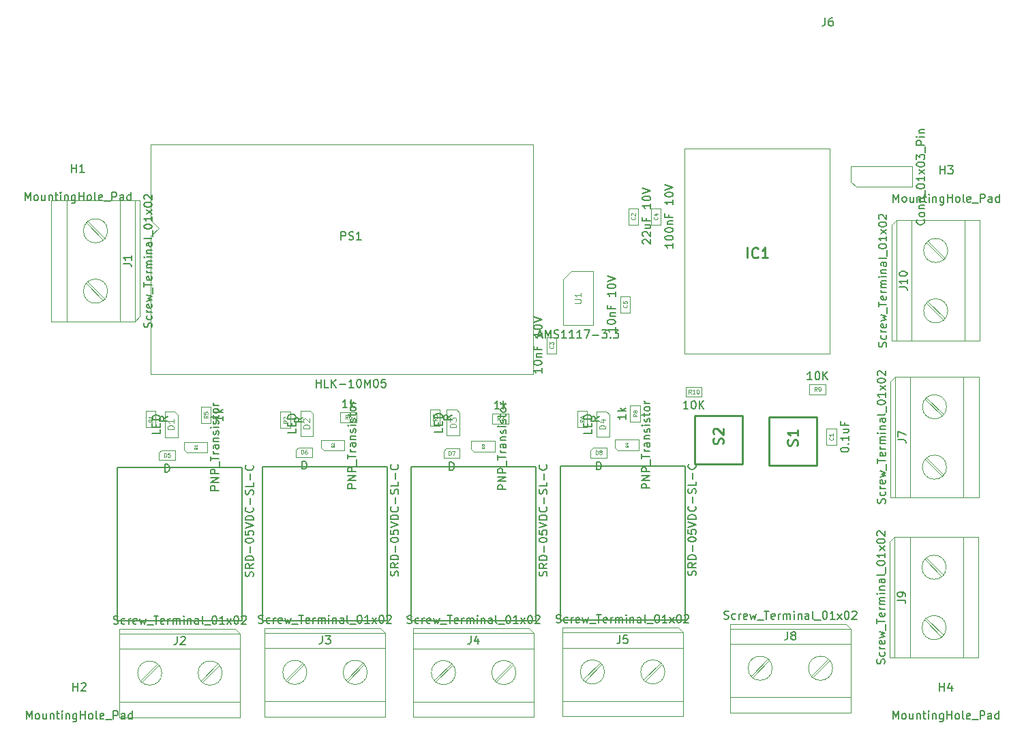
<source format=gbr>
%TF.GenerationSoftware,KiCad,Pcbnew,7.0.8*%
%TF.CreationDate,2024-04-08T22:48:43+05:30*%
%TF.ProjectId,Esp32_relay,45737033-325f-4726-956c-61792e6b6963,rev?*%
%TF.SameCoordinates,PX4046330PY7125ac8*%
%TF.FileFunction,AssemblyDrawing,Top*%
%FSLAX46Y46*%
G04 Gerber Fmt 4.6, Leading zero omitted, Abs format (unit mm)*
G04 Created by KiCad (PCBNEW 7.0.8) date 2024-04-08 22:48:43*
%MOMM*%
%LPD*%
G01*
G04 APERTURE LIST*
%ADD10C,0.150000*%
%ADD11C,0.080000*%
%ADD12C,0.050000*%
%ADD13C,0.254000*%
%ADD14C,0.120000*%
%ADD15C,0.100000*%
%ADD16C,0.127000*%
G04 APERTURE END LIST*
D10*
X68445095Y31601381D02*
X68445095Y32601381D01*
X68445095Y32601381D02*
X68683190Y32601381D01*
X68683190Y32601381D02*
X68826047Y32553762D01*
X68826047Y32553762D02*
X68921285Y32458524D01*
X68921285Y32458524D02*
X68968904Y32363286D01*
X68968904Y32363286D02*
X69016523Y32172810D01*
X69016523Y32172810D02*
X69016523Y32029953D01*
X69016523Y32029953D02*
X68968904Y31839477D01*
X68968904Y31839477D02*
X68921285Y31744239D01*
X68921285Y31744239D02*
X68826047Y31649000D01*
X68826047Y31649000D02*
X68683190Y31601381D01*
X68683190Y31601381D02*
X68445095Y31601381D01*
D11*
X68337952Y33479051D02*
X68337952Y33979051D01*
X68337952Y33979051D02*
X68457000Y33979051D01*
X68457000Y33979051D02*
X68528428Y33955241D01*
X68528428Y33955241D02*
X68576047Y33907622D01*
X68576047Y33907622D02*
X68599857Y33860003D01*
X68599857Y33860003D02*
X68623666Y33764765D01*
X68623666Y33764765D02*
X68623666Y33693337D01*
X68623666Y33693337D02*
X68599857Y33598099D01*
X68599857Y33598099D02*
X68576047Y33550480D01*
X68576047Y33550480D02*
X68528428Y33502860D01*
X68528428Y33502860D02*
X68457000Y33479051D01*
X68457000Y33479051D02*
X68337952Y33479051D01*
X68909381Y33764765D02*
X68861762Y33788575D01*
X68861762Y33788575D02*
X68837952Y33812384D01*
X68837952Y33812384D02*
X68814143Y33860003D01*
X68814143Y33860003D02*
X68814143Y33883813D01*
X68814143Y33883813D02*
X68837952Y33931432D01*
X68837952Y33931432D02*
X68861762Y33955241D01*
X68861762Y33955241D02*
X68909381Y33979051D01*
X68909381Y33979051D02*
X69004619Y33979051D01*
X69004619Y33979051D02*
X69052238Y33955241D01*
X69052238Y33955241D02*
X69076047Y33931432D01*
X69076047Y33931432D02*
X69099857Y33883813D01*
X69099857Y33883813D02*
X69099857Y33860003D01*
X69099857Y33860003D02*
X69076047Y33812384D01*
X69076047Y33812384D02*
X69052238Y33788575D01*
X69052238Y33788575D02*
X69004619Y33764765D01*
X69004619Y33764765D02*
X68909381Y33764765D01*
X68909381Y33764765D02*
X68861762Y33740956D01*
X68861762Y33740956D02*
X68837952Y33717146D01*
X68837952Y33717146D02*
X68814143Y33669527D01*
X68814143Y33669527D02*
X68814143Y33574289D01*
X68814143Y33574289D02*
X68837952Y33526670D01*
X68837952Y33526670D02*
X68861762Y33502860D01*
X68861762Y33502860D02*
X68909381Y33479051D01*
X68909381Y33479051D02*
X69004619Y33479051D01*
X69004619Y33479051D02*
X69052238Y33502860D01*
X69052238Y33502860D02*
X69076047Y33526670D01*
X69076047Y33526670D02*
X69099857Y33574289D01*
X69099857Y33574289D02*
X69099857Y33669527D01*
X69099857Y33669527D02*
X69076047Y33717146D01*
X69076047Y33717146D02*
X69052238Y33740956D01*
X69052238Y33740956D02*
X69004619Y33764765D01*
D10*
X50475619Y38389524D02*
X49999428Y38056191D01*
X50475619Y37818096D02*
X49475619Y37818096D01*
X49475619Y37818096D02*
X49475619Y38199048D01*
X49475619Y38199048D02*
X49523238Y38294286D01*
X49523238Y38294286D02*
X49570857Y38341905D01*
X49570857Y38341905D02*
X49666095Y38389524D01*
X49666095Y38389524D02*
X49808952Y38389524D01*
X49808952Y38389524D02*
X49904190Y38341905D01*
X49904190Y38341905D02*
X49951809Y38294286D01*
X49951809Y38294286D02*
X49999428Y38199048D01*
X49999428Y38199048D02*
X49999428Y37818096D01*
D11*
X48597949Y37996667D02*
X48359854Y37830001D01*
X48597949Y37710953D02*
X48097949Y37710953D01*
X48097949Y37710953D02*
X48097949Y37901429D01*
X48097949Y37901429D02*
X48121759Y37949048D01*
X48121759Y37949048D02*
X48145568Y37972858D01*
X48145568Y37972858D02*
X48193187Y37996667D01*
X48193187Y37996667D02*
X48264616Y37996667D01*
X48264616Y37996667D02*
X48312235Y37972858D01*
X48312235Y37972858D02*
X48336044Y37949048D01*
X48336044Y37949048D02*
X48359854Y37901429D01*
X48359854Y37901429D02*
X48359854Y37710953D01*
X48097949Y38163334D02*
X48097949Y38472858D01*
X48097949Y38472858D02*
X48288425Y38306191D01*
X48288425Y38306191D02*
X48288425Y38377620D01*
X48288425Y38377620D02*
X48312235Y38425239D01*
X48312235Y38425239D02*
X48336044Y38449048D01*
X48336044Y38449048D02*
X48383663Y38472858D01*
X48383663Y38472858D02*
X48502711Y38472858D01*
X48502711Y38472858D02*
X48550330Y38449048D01*
X48550330Y38449048D02*
X48574140Y38425239D01*
X48574140Y38425239D02*
X48597949Y38377620D01*
X48597949Y38377620D02*
X48597949Y38234763D01*
X48597949Y38234763D02*
X48574140Y38187144D01*
X48574140Y38187144D02*
X48550330Y38163334D01*
D10*
X98761819Y34045344D02*
X98761819Y34140582D01*
X98761819Y34140582D02*
X98809438Y34235820D01*
X98809438Y34235820D02*
X98857057Y34283439D01*
X98857057Y34283439D02*
X98952295Y34331058D01*
X98952295Y34331058D02*
X99142771Y34378677D01*
X99142771Y34378677D02*
X99380866Y34378677D01*
X99380866Y34378677D02*
X99571342Y34331058D01*
X99571342Y34331058D02*
X99666580Y34283439D01*
X99666580Y34283439D02*
X99714200Y34235820D01*
X99714200Y34235820D02*
X99761819Y34140582D01*
X99761819Y34140582D02*
X99761819Y34045344D01*
X99761819Y34045344D02*
X99714200Y33950106D01*
X99714200Y33950106D02*
X99666580Y33902487D01*
X99666580Y33902487D02*
X99571342Y33854868D01*
X99571342Y33854868D02*
X99380866Y33807249D01*
X99380866Y33807249D02*
X99142771Y33807249D01*
X99142771Y33807249D02*
X98952295Y33854868D01*
X98952295Y33854868D02*
X98857057Y33902487D01*
X98857057Y33902487D02*
X98809438Y33950106D01*
X98809438Y33950106D02*
X98761819Y34045344D01*
X99666580Y34807249D02*
X99714200Y34854868D01*
X99714200Y34854868D02*
X99761819Y34807249D01*
X99761819Y34807249D02*
X99714200Y34759630D01*
X99714200Y34759630D02*
X99666580Y34807249D01*
X99666580Y34807249D02*
X99761819Y34807249D01*
X99761819Y35807248D02*
X99761819Y35235820D01*
X99761819Y35521534D02*
X98761819Y35521534D01*
X98761819Y35521534D02*
X98904676Y35426296D01*
X98904676Y35426296D02*
X98999914Y35331058D01*
X98999914Y35331058D02*
X99047533Y35235820D01*
X99095152Y36664391D02*
X99761819Y36664391D01*
X99095152Y36235820D02*
X99618961Y36235820D01*
X99618961Y36235820D02*
X99714200Y36283439D01*
X99714200Y36283439D02*
X99761819Y36378677D01*
X99761819Y36378677D02*
X99761819Y36521534D01*
X99761819Y36521534D02*
X99714200Y36616772D01*
X99714200Y36616772D02*
X99666580Y36664391D01*
X99238009Y37473915D02*
X99238009Y37140582D01*
X99761819Y37140582D02*
X98761819Y37140582D01*
X98761819Y37140582D02*
X98761819Y37616772D01*
D11*
X97806530Y35604867D02*
X97830340Y35581058D01*
X97830340Y35581058D02*
X97854149Y35509629D01*
X97854149Y35509629D02*
X97854149Y35462010D01*
X97854149Y35462010D02*
X97830340Y35390582D01*
X97830340Y35390582D02*
X97782720Y35342963D01*
X97782720Y35342963D02*
X97735101Y35319153D01*
X97735101Y35319153D02*
X97639863Y35295344D01*
X97639863Y35295344D02*
X97568435Y35295344D01*
X97568435Y35295344D02*
X97473197Y35319153D01*
X97473197Y35319153D02*
X97425578Y35342963D01*
X97425578Y35342963D02*
X97377959Y35390582D01*
X97377959Y35390582D02*
X97354149Y35462010D01*
X97354149Y35462010D02*
X97354149Y35509629D01*
X97354149Y35509629D02*
X97377959Y35581058D01*
X97377959Y35581058D02*
X97401768Y35604867D01*
X97854149Y36081058D02*
X97854149Y35795344D01*
X97854149Y35938201D02*
X97354149Y35938201D01*
X97354149Y35938201D02*
X97425578Y35890582D01*
X97425578Y35890582D02*
X97473197Y35842963D01*
X97473197Y35842963D02*
X97497006Y35795344D01*
D10*
X70783819Y49312867D02*
X70783819Y48741439D01*
X70783819Y49027153D02*
X69783819Y49027153D01*
X69783819Y49027153D02*
X69926676Y48931915D01*
X69926676Y48931915D02*
X70021914Y48836677D01*
X70021914Y48836677D02*
X70069533Y48741439D01*
X69783819Y49931915D02*
X69783819Y50027153D01*
X69783819Y50027153D02*
X69831438Y50122391D01*
X69831438Y50122391D02*
X69879057Y50170010D01*
X69879057Y50170010D02*
X69974295Y50217629D01*
X69974295Y50217629D02*
X70164771Y50265248D01*
X70164771Y50265248D02*
X70402866Y50265248D01*
X70402866Y50265248D02*
X70593342Y50217629D01*
X70593342Y50217629D02*
X70688580Y50170010D01*
X70688580Y50170010D02*
X70736200Y50122391D01*
X70736200Y50122391D02*
X70783819Y50027153D01*
X70783819Y50027153D02*
X70783819Y49931915D01*
X70783819Y49931915D02*
X70736200Y49836677D01*
X70736200Y49836677D02*
X70688580Y49789058D01*
X70688580Y49789058D02*
X70593342Y49741439D01*
X70593342Y49741439D02*
X70402866Y49693820D01*
X70402866Y49693820D02*
X70164771Y49693820D01*
X70164771Y49693820D02*
X69974295Y49741439D01*
X69974295Y49741439D02*
X69879057Y49789058D01*
X69879057Y49789058D02*
X69831438Y49836677D01*
X69831438Y49836677D02*
X69783819Y49931915D01*
X70117152Y50693820D02*
X70783819Y50693820D01*
X70212390Y50693820D02*
X70164771Y50741439D01*
X70164771Y50741439D02*
X70117152Y50836677D01*
X70117152Y50836677D02*
X70117152Y50979534D01*
X70117152Y50979534D02*
X70164771Y51074772D01*
X70164771Y51074772D02*
X70260009Y51122391D01*
X70260009Y51122391D02*
X70783819Y51122391D01*
X70260009Y51931915D02*
X70260009Y51598582D01*
X70783819Y51598582D02*
X69783819Y51598582D01*
X69783819Y51598582D02*
X69783819Y52074772D01*
X70783819Y53741439D02*
X70783819Y53170011D01*
X70783819Y53455725D02*
X69783819Y53455725D01*
X69783819Y53455725D02*
X69926676Y53360487D01*
X69926676Y53360487D02*
X70021914Y53265249D01*
X70021914Y53265249D02*
X70069533Y53170011D01*
X69783819Y54360487D02*
X69783819Y54455725D01*
X69783819Y54455725D02*
X69831438Y54550963D01*
X69831438Y54550963D02*
X69879057Y54598582D01*
X69879057Y54598582D02*
X69974295Y54646201D01*
X69974295Y54646201D02*
X70164771Y54693820D01*
X70164771Y54693820D02*
X70402866Y54693820D01*
X70402866Y54693820D02*
X70593342Y54646201D01*
X70593342Y54646201D02*
X70688580Y54598582D01*
X70688580Y54598582D02*
X70736200Y54550963D01*
X70736200Y54550963D02*
X70783819Y54455725D01*
X70783819Y54455725D02*
X70783819Y54360487D01*
X70783819Y54360487D02*
X70736200Y54265249D01*
X70736200Y54265249D02*
X70688580Y54217630D01*
X70688580Y54217630D02*
X70593342Y54170011D01*
X70593342Y54170011D02*
X70402866Y54122392D01*
X70402866Y54122392D02*
X70164771Y54122392D01*
X70164771Y54122392D02*
X69974295Y54170011D01*
X69974295Y54170011D02*
X69879057Y54217630D01*
X69879057Y54217630D02*
X69831438Y54265249D01*
X69831438Y54265249D02*
X69783819Y54360487D01*
X69783819Y54979535D02*
X70783819Y55312868D01*
X70783819Y55312868D02*
X69783819Y55646201D01*
D11*
X72188530Y52062867D02*
X72212340Y52039058D01*
X72212340Y52039058D02*
X72236149Y51967629D01*
X72236149Y51967629D02*
X72236149Y51920010D01*
X72236149Y51920010D02*
X72212340Y51848582D01*
X72212340Y51848582D02*
X72164720Y51800963D01*
X72164720Y51800963D02*
X72117101Y51777153D01*
X72117101Y51777153D02*
X72021863Y51753344D01*
X72021863Y51753344D02*
X71950435Y51753344D01*
X71950435Y51753344D02*
X71855197Y51777153D01*
X71855197Y51777153D02*
X71807578Y51800963D01*
X71807578Y51800963D02*
X71759959Y51848582D01*
X71759959Y51848582D02*
X71736149Y51920010D01*
X71736149Y51920010D02*
X71736149Y51967629D01*
X71736149Y51967629D02*
X71759959Y52039058D01*
X71759959Y52039058D02*
X71783768Y52062867D01*
X71736149Y52515248D02*
X71736149Y52277153D01*
X71736149Y52277153D02*
X71974244Y52253344D01*
X71974244Y52253344D02*
X71950435Y52277153D01*
X71950435Y52277153D02*
X71926625Y52324772D01*
X71926625Y52324772D02*
X71926625Y52443820D01*
X71926625Y52443820D02*
X71950435Y52491439D01*
X71950435Y52491439D02*
X71974244Y52515248D01*
X71974244Y52515248D02*
X72021863Y52539058D01*
X72021863Y52539058D02*
X72140911Y52539058D01*
X72140911Y52539058D02*
X72188530Y52515248D01*
X72188530Y52515248D02*
X72212340Y52491439D01*
X72212340Y52491439D02*
X72236149Y52443820D01*
X72236149Y52443820D02*
X72236149Y52324772D01*
X72236149Y52324772D02*
X72212340Y52277153D01*
X72212340Y52277153D02*
X72188530Y52253344D01*
D10*
X61639819Y44232867D02*
X61639819Y43661439D01*
X61639819Y43947153D02*
X60639819Y43947153D01*
X60639819Y43947153D02*
X60782676Y43851915D01*
X60782676Y43851915D02*
X60877914Y43756677D01*
X60877914Y43756677D02*
X60925533Y43661439D01*
X60639819Y44851915D02*
X60639819Y44947153D01*
X60639819Y44947153D02*
X60687438Y45042391D01*
X60687438Y45042391D02*
X60735057Y45090010D01*
X60735057Y45090010D02*
X60830295Y45137629D01*
X60830295Y45137629D02*
X61020771Y45185248D01*
X61020771Y45185248D02*
X61258866Y45185248D01*
X61258866Y45185248D02*
X61449342Y45137629D01*
X61449342Y45137629D02*
X61544580Y45090010D01*
X61544580Y45090010D02*
X61592200Y45042391D01*
X61592200Y45042391D02*
X61639819Y44947153D01*
X61639819Y44947153D02*
X61639819Y44851915D01*
X61639819Y44851915D02*
X61592200Y44756677D01*
X61592200Y44756677D02*
X61544580Y44709058D01*
X61544580Y44709058D02*
X61449342Y44661439D01*
X61449342Y44661439D02*
X61258866Y44613820D01*
X61258866Y44613820D02*
X61020771Y44613820D01*
X61020771Y44613820D02*
X60830295Y44661439D01*
X60830295Y44661439D02*
X60735057Y44709058D01*
X60735057Y44709058D02*
X60687438Y44756677D01*
X60687438Y44756677D02*
X60639819Y44851915D01*
X60973152Y45613820D02*
X61639819Y45613820D01*
X61068390Y45613820D02*
X61020771Y45661439D01*
X61020771Y45661439D02*
X60973152Y45756677D01*
X60973152Y45756677D02*
X60973152Y45899534D01*
X60973152Y45899534D02*
X61020771Y45994772D01*
X61020771Y45994772D02*
X61116009Y46042391D01*
X61116009Y46042391D02*
X61639819Y46042391D01*
X61116009Y46851915D02*
X61116009Y46518582D01*
X61639819Y46518582D02*
X60639819Y46518582D01*
X60639819Y46518582D02*
X60639819Y46994772D01*
X61639819Y48661439D02*
X61639819Y48090011D01*
X61639819Y48375725D02*
X60639819Y48375725D01*
X60639819Y48375725D02*
X60782676Y48280487D01*
X60782676Y48280487D02*
X60877914Y48185249D01*
X60877914Y48185249D02*
X60925533Y48090011D01*
X60639819Y49280487D02*
X60639819Y49375725D01*
X60639819Y49375725D02*
X60687438Y49470963D01*
X60687438Y49470963D02*
X60735057Y49518582D01*
X60735057Y49518582D02*
X60830295Y49566201D01*
X60830295Y49566201D02*
X61020771Y49613820D01*
X61020771Y49613820D02*
X61258866Y49613820D01*
X61258866Y49613820D02*
X61449342Y49566201D01*
X61449342Y49566201D02*
X61544580Y49518582D01*
X61544580Y49518582D02*
X61592200Y49470963D01*
X61592200Y49470963D02*
X61639819Y49375725D01*
X61639819Y49375725D02*
X61639819Y49280487D01*
X61639819Y49280487D02*
X61592200Y49185249D01*
X61592200Y49185249D02*
X61544580Y49137630D01*
X61544580Y49137630D02*
X61449342Y49090011D01*
X61449342Y49090011D02*
X61258866Y49042392D01*
X61258866Y49042392D02*
X61020771Y49042392D01*
X61020771Y49042392D02*
X60830295Y49090011D01*
X60830295Y49090011D02*
X60735057Y49137630D01*
X60735057Y49137630D02*
X60687438Y49185249D01*
X60687438Y49185249D02*
X60639819Y49280487D01*
X60639819Y49899535D02*
X61639819Y50232868D01*
X61639819Y50232868D02*
X60639819Y50566201D01*
D11*
X63044530Y46982867D02*
X63068340Y46959058D01*
X63068340Y46959058D02*
X63092149Y46887629D01*
X63092149Y46887629D02*
X63092149Y46840010D01*
X63092149Y46840010D02*
X63068340Y46768582D01*
X63068340Y46768582D02*
X63020720Y46720963D01*
X63020720Y46720963D02*
X62973101Y46697153D01*
X62973101Y46697153D02*
X62877863Y46673344D01*
X62877863Y46673344D02*
X62806435Y46673344D01*
X62806435Y46673344D02*
X62711197Y46697153D01*
X62711197Y46697153D02*
X62663578Y46720963D01*
X62663578Y46720963D02*
X62615959Y46768582D01*
X62615959Y46768582D02*
X62592149Y46840010D01*
X62592149Y46840010D02*
X62592149Y46887629D01*
X62592149Y46887629D02*
X62615959Y46959058D01*
X62615959Y46959058D02*
X62639768Y46982867D01*
X62592149Y47149534D02*
X62592149Y47459058D01*
X62592149Y47459058D02*
X62782625Y47292391D01*
X62782625Y47292391D02*
X62782625Y47363820D01*
X62782625Y47363820D02*
X62806435Y47411439D01*
X62806435Y47411439D02*
X62830244Y47435248D01*
X62830244Y47435248D02*
X62877863Y47459058D01*
X62877863Y47459058D02*
X62996911Y47459058D01*
X62996911Y47459058D02*
X63044530Y47435248D01*
X63044530Y47435248D02*
X63068340Y47411439D01*
X63068340Y47411439D02*
X63092149Y47363820D01*
X63092149Y47363820D02*
X63092149Y47220963D01*
X63092149Y47220963D02*
X63068340Y47173344D01*
X63068340Y47173344D02*
X63044530Y47149534D01*
D10*
X57210819Y29161457D02*
X56210819Y29161457D01*
X56210819Y29161457D02*
X56210819Y29542409D01*
X56210819Y29542409D02*
X56258438Y29637647D01*
X56258438Y29637647D02*
X56306057Y29685266D01*
X56306057Y29685266D02*
X56401295Y29732885D01*
X56401295Y29732885D02*
X56544152Y29732885D01*
X56544152Y29732885D02*
X56639390Y29685266D01*
X56639390Y29685266D02*
X56687009Y29637647D01*
X56687009Y29637647D02*
X56734628Y29542409D01*
X56734628Y29542409D02*
X56734628Y29161457D01*
X57210819Y30161457D02*
X56210819Y30161457D01*
X56210819Y30161457D02*
X57210819Y30732885D01*
X57210819Y30732885D02*
X56210819Y30732885D01*
X57210819Y31209076D02*
X56210819Y31209076D01*
X56210819Y31209076D02*
X56210819Y31590028D01*
X56210819Y31590028D02*
X56258438Y31685266D01*
X56258438Y31685266D02*
X56306057Y31732885D01*
X56306057Y31732885D02*
X56401295Y31780504D01*
X56401295Y31780504D02*
X56544152Y31780504D01*
X56544152Y31780504D02*
X56639390Y31732885D01*
X56639390Y31732885D02*
X56687009Y31685266D01*
X56687009Y31685266D02*
X56734628Y31590028D01*
X56734628Y31590028D02*
X56734628Y31209076D01*
X57306057Y31970980D02*
X57306057Y32732885D01*
X56210819Y32828124D02*
X56210819Y33399552D01*
X57210819Y33113838D02*
X56210819Y33113838D01*
X57210819Y33732886D02*
X56544152Y33732886D01*
X56734628Y33732886D02*
X56639390Y33780505D01*
X56639390Y33780505D02*
X56591771Y33828124D01*
X56591771Y33828124D02*
X56544152Y33923362D01*
X56544152Y33923362D02*
X56544152Y34018600D01*
X57210819Y34780505D02*
X56687009Y34780505D01*
X56687009Y34780505D02*
X56591771Y34732886D01*
X56591771Y34732886D02*
X56544152Y34637648D01*
X56544152Y34637648D02*
X56544152Y34447172D01*
X56544152Y34447172D02*
X56591771Y34351934D01*
X57163200Y34780505D02*
X57210819Y34685267D01*
X57210819Y34685267D02*
X57210819Y34447172D01*
X57210819Y34447172D02*
X57163200Y34351934D01*
X57163200Y34351934D02*
X57067961Y34304315D01*
X57067961Y34304315D02*
X56972723Y34304315D01*
X56972723Y34304315D02*
X56877485Y34351934D01*
X56877485Y34351934D02*
X56829866Y34447172D01*
X56829866Y34447172D02*
X56829866Y34685267D01*
X56829866Y34685267D02*
X56782247Y34780505D01*
X56544152Y35256696D02*
X57210819Y35256696D01*
X56639390Y35256696D02*
X56591771Y35304315D01*
X56591771Y35304315D02*
X56544152Y35399553D01*
X56544152Y35399553D02*
X56544152Y35542410D01*
X56544152Y35542410D02*
X56591771Y35637648D01*
X56591771Y35637648D02*
X56687009Y35685267D01*
X56687009Y35685267D02*
X57210819Y35685267D01*
X57163200Y36113839D02*
X57210819Y36209077D01*
X57210819Y36209077D02*
X57210819Y36399553D01*
X57210819Y36399553D02*
X57163200Y36494791D01*
X57163200Y36494791D02*
X57067961Y36542410D01*
X57067961Y36542410D02*
X57020342Y36542410D01*
X57020342Y36542410D02*
X56925104Y36494791D01*
X56925104Y36494791D02*
X56877485Y36399553D01*
X56877485Y36399553D02*
X56877485Y36256696D01*
X56877485Y36256696D02*
X56829866Y36161458D01*
X56829866Y36161458D02*
X56734628Y36113839D01*
X56734628Y36113839D02*
X56687009Y36113839D01*
X56687009Y36113839D02*
X56591771Y36161458D01*
X56591771Y36161458D02*
X56544152Y36256696D01*
X56544152Y36256696D02*
X56544152Y36399553D01*
X56544152Y36399553D02*
X56591771Y36494791D01*
X57210819Y36970982D02*
X56544152Y36970982D01*
X56210819Y36970982D02*
X56258438Y36923363D01*
X56258438Y36923363D02*
X56306057Y36970982D01*
X56306057Y36970982D02*
X56258438Y37018601D01*
X56258438Y37018601D02*
X56210819Y36970982D01*
X56210819Y36970982D02*
X56306057Y36970982D01*
X57163200Y37399553D02*
X57210819Y37494791D01*
X57210819Y37494791D02*
X57210819Y37685267D01*
X57210819Y37685267D02*
X57163200Y37780505D01*
X57163200Y37780505D02*
X57067961Y37828124D01*
X57067961Y37828124D02*
X57020342Y37828124D01*
X57020342Y37828124D02*
X56925104Y37780505D01*
X56925104Y37780505D02*
X56877485Y37685267D01*
X56877485Y37685267D02*
X56877485Y37542410D01*
X56877485Y37542410D02*
X56829866Y37447172D01*
X56829866Y37447172D02*
X56734628Y37399553D01*
X56734628Y37399553D02*
X56687009Y37399553D01*
X56687009Y37399553D02*
X56591771Y37447172D01*
X56591771Y37447172D02*
X56544152Y37542410D01*
X56544152Y37542410D02*
X56544152Y37685267D01*
X56544152Y37685267D02*
X56591771Y37780505D01*
X56544152Y38113839D02*
X56544152Y38494791D01*
X56210819Y38256696D02*
X57067961Y38256696D01*
X57067961Y38256696D02*
X57163200Y38304315D01*
X57163200Y38304315D02*
X57210819Y38399553D01*
X57210819Y38399553D02*
X57210819Y38494791D01*
X57210819Y38970982D02*
X57163200Y38875744D01*
X57163200Y38875744D02*
X57115580Y38828125D01*
X57115580Y38828125D02*
X57020342Y38780506D01*
X57020342Y38780506D02*
X56734628Y38780506D01*
X56734628Y38780506D02*
X56639390Y38828125D01*
X56639390Y38828125D02*
X56591771Y38875744D01*
X56591771Y38875744D02*
X56544152Y38970982D01*
X56544152Y38970982D02*
X56544152Y39113839D01*
X56544152Y39113839D02*
X56591771Y39209077D01*
X56591771Y39209077D02*
X56639390Y39256696D01*
X56639390Y39256696D02*
X56734628Y39304315D01*
X56734628Y39304315D02*
X57020342Y39304315D01*
X57020342Y39304315D02*
X57115580Y39256696D01*
X57115580Y39256696D02*
X57163200Y39209077D01*
X57163200Y39209077D02*
X57210819Y39113839D01*
X57210819Y39113839D02*
X57210819Y38970982D01*
X57210819Y39732887D02*
X56544152Y39732887D01*
X56734628Y39732887D02*
X56639390Y39780506D01*
X56639390Y39780506D02*
X56591771Y39828125D01*
X56591771Y39828125D02*
X56544152Y39923363D01*
X56544152Y39923363D02*
X56544152Y40018601D01*
D12*
X54531914Y34488124D02*
X54516676Y34457648D01*
X54516676Y34457648D02*
X54486200Y34427172D01*
X54486200Y34427172D02*
X54440485Y34381458D01*
X54440485Y34381458D02*
X54425247Y34350981D01*
X54425247Y34350981D02*
X54425247Y34320505D01*
X54501438Y34335743D02*
X54486200Y34305267D01*
X54486200Y34305267D02*
X54455723Y34274791D01*
X54455723Y34274791D02*
X54394771Y34259553D01*
X54394771Y34259553D02*
X54288104Y34259553D01*
X54288104Y34259553D02*
X54227152Y34274791D01*
X54227152Y34274791D02*
X54196676Y34305267D01*
X54196676Y34305267D02*
X54181438Y34335743D01*
X54181438Y34335743D02*
X54181438Y34396696D01*
X54181438Y34396696D02*
X54196676Y34427172D01*
X54196676Y34427172D02*
X54227152Y34457648D01*
X54227152Y34457648D02*
X54288104Y34472886D01*
X54288104Y34472886D02*
X54394771Y34472886D01*
X54394771Y34472886D02*
X54455723Y34457648D01*
X54455723Y34457648D02*
X54486200Y34427172D01*
X54486200Y34427172D02*
X54501438Y34396696D01*
X54501438Y34396696D02*
X54501438Y34335743D01*
X54181438Y34579553D02*
X54181438Y34777648D01*
X54181438Y34777648D02*
X54303342Y34670981D01*
X54303342Y34670981D02*
X54303342Y34716696D01*
X54303342Y34716696D02*
X54318580Y34747172D01*
X54318580Y34747172D02*
X54333819Y34762410D01*
X54333819Y34762410D02*
X54364295Y34777648D01*
X54364295Y34777648D02*
X54440485Y34777648D01*
X54440485Y34777648D02*
X54470961Y34762410D01*
X54470961Y34762410D02*
X54486200Y34747172D01*
X54486200Y34747172D02*
X54501438Y34716696D01*
X54501438Y34716696D02*
X54501438Y34625267D01*
X54501438Y34625267D02*
X54486200Y34594791D01*
X54486200Y34594791D02*
X54470961Y34579553D01*
D10*
X74255057Y59663439D02*
X74207438Y59711058D01*
X74207438Y59711058D02*
X74159819Y59806296D01*
X74159819Y59806296D02*
X74159819Y60044391D01*
X74159819Y60044391D02*
X74207438Y60139629D01*
X74207438Y60139629D02*
X74255057Y60187248D01*
X74255057Y60187248D02*
X74350295Y60234867D01*
X74350295Y60234867D02*
X74445533Y60234867D01*
X74445533Y60234867D02*
X74588390Y60187248D01*
X74588390Y60187248D02*
X75159819Y59615820D01*
X75159819Y59615820D02*
X75159819Y60234867D01*
X74255057Y60615820D02*
X74207438Y60663439D01*
X74207438Y60663439D02*
X74159819Y60758677D01*
X74159819Y60758677D02*
X74159819Y60996772D01*
X74159819Y60996772D02*
X74207438Y61092010D01*
X74207438Y61092010D02*
X74255057Y61139629D01*
X74255057Y61139629D02*
X74350295Y61187248D01*
X74350295Y61187248D02*
X74445533Y61187248D01*
X74445533Y61187248D02*
X74588390Y61139629D01*
X74588390Y61139629D02*
X75159819Y60568201D01*
X75159819Y60568201D02*
X75159819Y61187248D01*
X74493152Y62044391D02*
X75159819Y62044391D01*
X74493152Y61615820D02*
X75016961Y61615820D01*
X75016961Y61615820D02*
X75112200Y61663439D01*
X75112200Y61663439D02*
X75159819Y61758677D01*
X75159819Y61758677D02*
X75159819Y61901534D01*
X75159819Y61901534D02*
X75112200Y61996772D01*
X75112200Y61996772D02*
X75064580Y62044391D01*
X74636009Y62853915D02*
X74636009Y62520582D01*
X75159819Y62520582D02*
X74159819Y62520582D01*
X74159819Y62520582D02*
X74159819Y62996772D01*
X75159819Y64663439D02*
X75159819Y64092011D01*
X75159819Y64377725D02*
X74159819Y64377725D01*
X74159819Y64377725D02*
X74302676Y64282487D01*
X74302676Y64282487D02*
X74397914Y64187249D01*
X74397914Y64187249D02*
X74445533Y64092011D01*
X74159819Y65282487D02*
X74159819Y65377725D01*
X74159819Y65377725D02*
X74207438Y65472963D01*
X74207438Y65472963D02*
X74255057Y65520582D01*
X74255057Y65520582D02*
X74350295Y65568201D01*
X74350295Y65568201D02*
X74540771Y65615820D01*
X74540771Y65615820D02*
X74778866Y65615820D01*
X74778866Y65615820D02*
X74969342Y65568201D01*
X74969342Y65568201D02*
X75064580Y65520582D01*
X75064580Y65520582D02*
X75112200Y65472963D01*
X75112200Y65472963D02*
X75159819Y65377725D01*
X75159819Y65377725D02*
X75159819Y65282487D01*
X75159819Y65282487D02*
X75112200Y65187249D01*
X75112200Y65187249D02*
X75064580Y65139630D01*
X75064580Y65139630D02*
X74969342Y65092011D01*
X74969342Y65092011D02*
X74778866Y65044392D01*
X74778866Y65044392D02*
X74540771Y65044392D01*
X74540771Y65044392D02*
X74350295Y65092011D01*
X74350295Y65092011D02*
X74255057Y65139630D01*
X74255057Y65139630D02*
X74207438Y65187249D01*
X74207438Y65187249D02*
X74159819Y65282487D01*
X74159819Y65901535D02*
X75159819Y66234868D01*
X75159819Y66234868D02*
X74159819Y66568201D01*
D11*
X73204530Y62984867D02*
X73228340Y62961058D01*
X73228340Y62961058D02*
X73252149Y62889629D01*
X73252149Y62889629D02*
X73252149Y62842010D01*
X73252149Y62842010D02*
X73228340Y62770582D01*
X73228340Y62770582D02*
X73180720Y62722963D01*
X73180720Y62722963D02*
X73133101Y62699153D01*
X73133101Y62699153D02*
X73037863Y62675344D01*
X73037863Y62675344D02*
X72966435Y62675344D01*
X72966435Y62675344D02*
X72871197Y62699153D01*
X72871197Y62699153D02*
X72823578Y62722963D01*
X72823578Y62722963D02*
X72775959Y62770582D01*
X72775959Y62770582D02*
X72752149Y62842010D01*
X72752149Y62842010D02*
X72752149Y62889629D01*
X72752149Y62889629D02*
X72775959Y62961058D01*
X72775959Y62961058D02*
X72799768Y62984867D01*
X72799768Y63175344D02*
X72775959Y63199153D01*
X72775959Y63199153D02*
X72752149Y63246772D01*
X72752149Y63246772D02*
X72752149Y63365820D01*
X72752149Y63365820D02*
X72775959Y63413439D01*
X72775959Y63413439D02*
X72799768Y63437248D01*
X72799768Y63437248D02*
X72847387Y63461058D01*
X72847387Y63461058D02*
X72895006Y63461058D01*
X72895006Y63461058D02*
X72966435Y63437248D01*
X72966435Y63437248D02*
X73252149Y63151534D01*
X73252149Y63151534D02*
X73252149Y63461058D01*
D10*
X72058419Y38461653D02*
X72058419Y37890225D01*
X72058419Y38175939D02*
X71058419Y38175939D01*
X71058419Y38175939D02*
X71201276Y38080701D01*
X71201276Y38080701D02*
X71296514Y37985463D01*
X71296514Y37985463D02*
X71344133Y37890225D01*
X72058419Y38890225D02*
X71058419Y38890225D01*
X71677466Y38985463D02*
X72058419Y39271177D01*
X71391752Y39271177D02*
X71772704Y38890225D01*
D11*
X73480749Y38497367D02*
X73242654Y38330701D01*
X73480749Y38211653D02*
X72980749Y38211653D01*
X72980749Y38211653D02*
X72980749Y38402129D01*
X72980749Y38402129D02*
X73004559Y38449748D01*
X73004559Y38449748D02*
X73028368Y38473558D01*
X73028368Y38473558D02*
X73075987Y38497367D01*
X73075987Y38497367D02*
X73147416Y38497367D01*
X73147416Y38497367D02*
X73195035Y38473558D01*
X73195035Y38473558D02*
X73218844Y38449748D01*
X73218844Y38449748D02*
X73242654Y38402129D01*
X73242654Y38402129D02*
X73242654Y38211653D01*
X73195035Y38783082D02*
X73171225Y38735463D01*
X73171225Y38735463D02*
X73147416Y38711653D01*
X73147416Y38711653D02*
X73099797Y38687844D01*
X73099797Y38687844D02*
X73075987Y38687844D01*
X73075987Y38687844D02*
X73028368Y38711653D01*
X73028368Y38711653D02*
X73004559Y38735463D01*
X73004559Y38735463D02*
X72980749Y38783082D01*
X72980749Y38783082D02*
X72980749Y38878320D01*
X72980749Y38878320D02*
X73004559Y38925939D01*
X73004559Y38925939D02*
X73028368Y38949748D01*
X73028368Y38949748D02*
X73075987Y38973558D01*
X73075987Y38973558D02*
X73099797Y38973558D01*
X73099797Y38973558D02*
X73147416Y38949748D01*
X73147416Y38949748D02*
X73171225Y38925939D01*
X73171225Y38925939D02*
X73195035Y38878320D01*
X73195035Y38878320D02*
X73195035Y38783082D01*
X73195035Y38783082D02*
X73218844Y38735463D01*
X73218844Y38735463D02*
X73242654Y38711653D01*
X73242654Y38711653D02*
X73290273Y38687844D01*
X73290273Y38687844D02*
X73385511Y38687844D01*
X73385511Y38687844D02*
X73433130Y38711653D01*
X73433130Y38711653D02*
X73456940Y38735463D01*
X73456940Y38735463D02*
X73480749Y38783082D01*
X73480749Y38783082D02*
X73480749Y38878320D01*
X73480749Y38878320D02*
X73456940Y38925939D01*
X73456940Y38925939D02*
X73433130Y38949748D01*
X73433130Y38949748D02*
X73385511Y38973558D01*
X73385511Y38973558D02*
X73290273Y38973558D01*
X73290273Y38973558D02*
X73242654Y38949748D01*
X73242654Y38949748D02*
X73218844Y38925939D01*
X73218844Y38925939D02*
X73195035Y38878320D01*
D10*
X33654786Y41829381D02*
X33654786Y42829381D01*
X33654786Y42353191D02*
X34226214Y42353191D01*
X34226214Y41829381D02*
X34226214Y42829381D01*
X35178595Y41829381D02*
X34702405Y41829381D01*
X34702405Y41829381D02*
X34702405Y42829381D01*
X35511929Y41829381D02*
X35511929Y42829381D01*
X36083357Y41829381D02*
X35654786Y42400810D01*
X36083357Y42829381D02*
X35511929Y42257953D01*
X36511929Y42210334D02*
X37273834Y42210334D01*
X38273833Y41829381D02*
X37702405Y41829381D01*
X37988119Y41829381D02*
X37988119Y42829381D01*
X37988119Y42829381D02*
X37892881Y42686524D01*
X37892881Y42686524D02*
X37797643Y42591286D01*
X37797643Y42591286D02*
X37702405Y42543667D01*
X38892881Y42829381D02*
X38988119Y42829381D01*
X38988119Y42829381D02*
X39083357Y42781762D01*
X39083357Y42781762D02*
X39130976Y42734143D01*
X39130976Y42734143D02*
X39178595Y42638905D01*
X39178595Y42638905D02*
X39226214Y42448429D01*
X39226214Y42448429D02*
X39226214Y42210334D01*
X39226214Y42210334D02*
X39178595Y42019858D01*
X39178595Y42019858D02*
X39130976Y41924620D01*
X39130976Y41924620D02*
X39083357Y41877000D01*
X39083357Y41877000D02*
X38988119Y41829381D01*
X38988119Y41829381D02*
X38892881Y41829381D01*
X38892881Y41829381D02*
X38797643Y41877000D01*
X38797643Y41877000D02*
X38750024Y41924620D01*
X38750024Y41924620D02*
X38702405Y42019858D01*
X38702405Y42019858D02*
X38654786Y42210334D01*
X38654786Y42210334D02*
X38654786Y42448429D01*
X38654786Y42448429D02*
X38702405Y42638905D01*
X38702405Y42638905D02*
X38750024Y42734143D01*
X38750024Y42734143D02*
X38797643Y42781762D01*
X38797643Y42781762D02*
X38892881Y42829381D01*
X39654786Y41829381D02*
X39654786Y42829381D01*
X39654786Y42829381D02*
X39988119Y42115096D01*
X39988119Y42115096D02*
X40321452Y42829381D01*
X40321452Y42829381D02*
X40321452Y41829381D01*
X40988119Y42829381D02*
X41083357Y42829381D01*
X41083357Y42829381D02*
X41178595Y42781762D01*
X41178595Y42781762D02*
X41226214Y42734143D01*
X41226214Y42734143D02*
X41273833Y42638905D01*
X41273833Y42638905D02*
X41321452Y42448429D01*
X41321452Y42448429D02*
X41321452Y42210334D01*
X41321452Y42210334D02*
X41273833Y42019858D01*
X41273833Y42019858D02*
X41226214Y41924620D01*
X41226214Y41924620D02*
X41178595Y41877000D01*
X41178595Y41877000D02*
X41083357Y41829381D01*
X41083357Y41829381D02*
X40988119Y41829381D01*
X40988119Y41829381D02*
X40892881Y41877000D01*
X40892881Y41877000D02*
X40845262Y41924620D01*
X40845262Y41924620D02*
X40797643Y42019858D01*
X40797643Y42019858D02*
X40750024Y42210334D01*
X40750024Y42210334D02*
X40750024Y42448429D01*
X40750024Y42448429D02*
X40797643Y42638905D01*
X40797643Y42638905D02*
X40845262Y42734143D01*
X40845262Y42734143D02*
X40892881Y42781762D01*
X40892881Y42781762D02*
X40988119Y42829381D01*
X42226214Y42829381D02*
X41750024Y42829381D01*
X41750024Y42829381D02*
X41702405Y42353191D01*
X41702405Y42353191D02*
X41750024Y42400810D01*
X41750024Y42400810D02*
X41845262Y42448429D01*
X41845262Y42448429D02*
X42083357Y42448429D01*
X42083357Y42448429D02*
X42178595Y42400810D01*
X42178595Y42400810D02*
X42226214Y42353191D01*
X42226214Y42353191D02*
X42273833Y42257953D01*
X42273833Y42257953D02*
X42273833Y42019858D01*
X42273833Y42019858D02*
X42226214Y41924620D01*
X42226214Y41924620D02*
X42178595Y41877000D01*
X42178595Y41877000D02*
X42083357Y41829381D01*
X42083357Y41829381D02*
X41845262Y41829381D01*
X41845262Y41829381D02*
X41750024Y41877000D01*
X41750024Y41877000D02*
X41702405Y41924620D01*
X36726214Y60179381D02*
X36726214Y61179381D01*
X36726214Y61179381D02*
X37107166Y61179381D01*
X37107166Y61179381D02*
X37202404Y61131762D01*
X37202404Y61131762D02*
X37250023Y61084143D01*
X37250023Y61084143D02*
X37297642Y60988905D01*
X37297642Y60988905D02*
X37297642Y60846048D01*
X37297642Y60846048D02*
X37250023Y60750810D01*
X37250023Y60750810D02*
X37202404Y60703191D01*
X37202404Y60703191D02*
X37107166Y60655572D01*
X37107166Y60655572D02*
X36726214Y60655572D01*
X37678595Y60227000D02*
X37821452Y60179381D01*
X37821452Y60179381D02*
X38059547Y60179381D01*
X38059547Y60179381D02*
X38154785Y60227000D01*
X38154785Y60227000D02*
X38202404Y60274620D01*
X38202404Y60274620D02*
X38250023Y60369858D01*
X38250023Y60369858D02*
X38250023Y60465096D01*
X38250023Y60465096D02*
X38202404Y60560334D01*
X38202404Y60560334D02*
X38154785Y60607953D01*
X38154785Y60607953D02*
X38059547Y60655572D01*
X38059547Y60655572D02*
X37869071Y60703191D01*
X37869071Y60703191D02*
X37773833Y60750810D01*
X37773833Y60750810D02*
X37726214Y60798429D01*
X37726214Y60798429D02*
X37678595Y60893667D01*
X37678595Y60893667D02*
X37678595Y60988905D01*
X37678595Y60988905D02*
X37726214Y61084143D01*
X37726214Y61084143D02*
X37773833Y61131762D01*
X37773833Y61131762D02*
X37869071Y61179381D01*
X37869071Y61179381D02*
X38107166Y61179381D01*
X38107166Y61179381D02*
X38250023Y61131762D01*
X39202404Y60179381D02*
X38630976Y60179381D01*
X38916690Y60179381D02*
X38916690Y61179381D01*
X38916690Y61179381D02*
X38821452Y61036524D01*
X38821452Y61036524D02*
X38726214Y60941286D01*
X38726214Y60941286D02*
X38630976Y60893667D01*
D13*
X93360172Y34614911D02*
X93420648Y34796340D01*
X93420648Y34796340D02*
X93420648Y35098721D01*
X93420648Y35098721D02*
X93360172Y35219673D01*
X93360172Y35219673D02*
X93299695Y35280149D01*
X93299695Y35280149D02*
X93178743Y35340626D01*
X93178743Y35340626D02*
X93057791Y35340626D01*
X93057791Y35340626D02*
X92936838Y35280149D01*
X92936838Y35280149D02*
X92876362Y35219673D01*
X92876362Y35219673D02*
X92815886Y35098721D01*
X92815886Y35098721D02*
X92755410Y34856816D01*
X92755410Y34856816D02*
X92694933Y34735864D01*
X92694933Y34735864D02*
X92634457Y34675387D01*
X92634457Y34675387D02*
X92513505Y34614911D01*
X92513505Y34614911D02*
X92392552Y34614911D01*
X92392552Y34614911D02*
X92271600Y34675387D01*
X92271600Y34675387D02*
X92211124Y34735864D01*
X92211124Y34735864D02*
X92150648Y34856816D01*
X92150648Y34856816D02*
X92150648Y35159197D01*
X92150648Y35159197D02*
X92211124Y35340626D01*
X93420648Y36550150D02*
X93420648Y35824435D01*
X93420648Y36187292D02*
X92150648Y36187292D01*
X92150648Y36187292D02*
X92332076Y36066340D01*
X92332076Y36066340D02*
X92453029Y35945388D01*
X92453029Y35945388D02*
X92513505Y35824435D01*
D10*
X75067019Y29313857D02*
X74067019Y29313857D01*
X74067019Y29313857D02*
X74067019Y29694809D01*
X74067019Y29694809D02*
X74114638Y29790047D01*
X74114638Y29790047D02*
X74162257Y29837666D01*
X74162257Y29837666D02*
X74257495Y29885285D01*
X74257495Y29885285D02*
X74400352Y29885285D01*
X74400352Y29885285D02*
X74495590Y29837666D01*
X74495590Y29837666D02*
X74543209Y29790047D01*
X74543209Y29790047D02*
X74590828Y29694809D01*
X74590828Y29694809D02*
X74590828Y29313857D01*
X75067019Y30313857D02*
X74067019Y30313857D01*
X74067019Y30313857D02*
X75067019Y30885285D01*
X75067019Y30885285D02*
X74067019Y30885285D01*
X75067019Y31361476D02*
X74067019Y31361476D01*
X74067019Y31361476D02*
X74067019Y31742428D01*
X74067019Y31742428D02*
X74114638Y31837666D01*
X74114638Y31837666D02*
X74162257Y31885285D01*
X74162257Y31885285D02*
X74257495Y31932904D01*
X74257495Y31932904D02*
X74400352Y31932904D01*
X74400352Y31932904D02*
X74495590Y31885285D01*
X74495590Y31885285D02*
X74543209Y31837666D01*
X74543209Y31837666D02*
X74590828Y31742428D01*
X74590828Y31742428D02*
X74590828Y31361476D01*
X75162257Y32123380D02*
X75162257Y32885285D01*
X74067019Y32980524D02*
X74067019Y33551952D01*
X75067019Y33266238D02*
X74067019Y33266238D01*
X75067019Y33885286D02*
X74400352Y33885286D01*
X74590828Y33885286D02*
X74495590Y33932905D01*
X74495590Y33932905D02*
X74447971Y33980524D01*
X74447971Y33980524D02*
X74400352Y34075762D01*
X74400352Y34075762D02*
X74400352Y34171000D01*
X75067019Y34932905D02*
X74543209Y34932905D01*
X74543209Y34932905D02*
X74447971Y34885286D01*
X74447971Y34885286D02*
X74400352Y34790048D01*
X74400352Y34790048D02*
X74400352Y34599572D01*
X74400352Y34599572D02*
X74447971Y34504334D01*
X75019400Y34932905D02*
X75067019Y34837667D01*
X75067019Y34837667D02*
X75067019Y34599572D01*
X75067019Y34599572D02*
X75019400Y34504334D01*
X75019400Y34504334D02*
X74924161Y34456715D01*
X74924161Y34456715D02*
X74828923Y34456715D01*
X74828923Y34456715D02*
X74733685Y34504334D01*
X74733685Y34504334D02*
X74686066Y34599572D01*
X74686066Y34599572D02*
X74686066Y34837667D01*
X74686066Y34837667D02*
X74638447Y34932905D01*
X74400352Y35409096D02*
X75067019Y35409096D01*
X74495590Y35409096D02*
X74447971Y35456715D01*
X74447971Y35456715D02*
X74400352Y35551953D01*
X74400352Y35551953D02*
X74400352Y35694810D01*
X74400352Y35694810D02*
X74447971Y35790048D01*
X74447971Y35790048D02*
X74543209Y35837667D01*
X74543209Y35837667D02*
X75067019Y35837667D01*
X75019400Y36266239D02*
X75067019Y36361477D01*
X75067019Y36361477D02*
X75067019Y36551953D01*
X75067019Y36551953D02*
X75019400Y36647191D01*
X75019400Y36647191D02*
X74924161Y36694810D01*
X74924161Y36694810D02*
X74876542Y36694810D01*
X74876542Y36694810D02*
X74781304Y36647191D01*
X74781304Y36647191D02*
X74733685Y36551953D01*
X74733685Y36551953D02*
X74733685Y36409096D01*
X74733685Y36409096D02*
X74686066Y36313858D01*
X74686066Y36313858D02*
X74590828Y36266239D01*
X74590828Y36266239D02*
X74543209Y36266239D01*
X74543209Y36266239D02*
X74447971Y36313858D01*
X74447971Y36313858D02*
X74400352Y36409096D01*
X74400352Y36409096D02*
X74400352Y36551953D01*
X74400352Y36551953D02*
X74447971Y36647191D01*
X75067019Y37123382D02*
X74400352Y37123382D01*
X74067019Y37123382D02*
X74114638Y37075763D01*
X74114638Y37075763D02*
X74162257Y37123382D01*
X74162257Y37123382D02*
X74114638Y37171001D01*
X74114638Y37171001D02*
X74067019Y37123382D01*
X74067019Y37123382D02*
X74162257Y37123382D01*
X75019400Y37551953D02*
X75067019Y37647191D01*
X75067019Y37647191D02*
X75067019Y37837667D01*
X75067019Y37837667D02*
X75019400Y37932905D01*
X75019400Y37932905D02*
X74924161Y37980524D01*
X74924161Y37980524D02*
X74876542Y37980524D01*
X74876542Y37980524D02*
X74781304Y37932905D01*
X74781304Y37932905D02*
X74733685Y37837667D01*
X74733685Y37837667D02*
X74733685Y37694810D01*
X74733685Y37694810D02*
X74686066Y37599572D01*
X74686066Y37599572D02*
X74590828Y37551953D01*
X74590828Y37551953D02*
X74543209Y37551953D01*
X74543209Y37551953D02*
X74447971Y37599572D01*
X74447971Y37599572D02*
X74400352Y37694810D01*
X74400352Y37694810D02*
X74400352Y37837667D01*
X74400352Y37837667D02*
X74447971Y37932905D01*
X74400352Y38266239D02*
X74400352Y38647191D01*
X74067019Y38409096D02*
X74924161Y38409096D01*
X74924161Y38409096D02*
X75019400Y38456715D01*
X75019400Y38456715D02*
X75067019Y38551953D01*
X75067019Y38551953D02*
X75067019Y38647191D01*
X75067019Y39123382D02*
X75019400Y39028144D01*
X75019400Y39028144D02*
X74971780Y38980525D01*
X74971780Y38980525D02*
X74876542Y38932906D01*
X74876542Y38932906D02*
X74590828Y38932906D01*
X74590828Y38932906D02*
X74495590Y38980525D01*
X74495590Y38980525D02*
X74447971Y39028144D01*
X74447971Y39028144D02*
X74400352Y39123382D01*
X74400352Y39123382D02*
X74400352Y39266239D01*
X74400352Y39266239D02*
X74447971Y39361477D01*
X74447971Y39361477D02*
X74495590Y39409096D01*
X74495590Y39409096D02*
X74590828Y39456715D01*
X74590828Y39456715D02*
X74876542Y39456715D01*
X74876542Y39456715D02*
X74971780Y39409096D01*
X74971780Y39409096D02*
X75019400Y39361477D01*
X75019400Y39361477D02*
X75067019Y39266239D01*
X75067019Y39266239D02*
X75067019Y39123382D01*
X75067019Y39885287D02*
X74400352Y39885287D01*
X74590828Y39885287D02*
X74495590Y39932906D01*
X74495590Y39932906D02*
X74447971Y39980525D01*
X74447971Y39980525D02*
X74400352Y40075763D01*
X74400352Y40075763D02*
X74400352Y40171001D01*
D12*
X72388114Y34640524D02*
X72372876Y34610048D01*
X72372876Y34610048D02*
X72342400Y34579572D01*
X72342400Y34579572D02*
X72296685Y34533858D01*
X72296685Y34533858D02*
X72281447Y34503381D01*
X72281447Y34503381D02*
X72281447Y34472905D01*
X72357638Y34488143D02*
X72342400Y34457667D01*
X72342400Y34457667D02*
X72311923Y34427191D01*
X72311923Y34427191D02*
X72250971Y34411953D01*
X72250971Y34411953D02*
X72144304Y34411953D01*
X72144304Y34411953D02*
X72083352Y34427191D01*
X72083352Y34427191D02*
X72052876Y34457667D01*
X72052876Y34457667D02*
X72037638Y34488143D01*
X72037638Y34488143D02*
X72037638Y34549096D01*
X72037638Y34549096D02*
X72052876Y34579572D01*
X72052876Y34579572D02*
X72083352Y34610048D01*
X72083352Y34610048D02*
X72144304Y34625286D01*
X72144304Y34625286D02*
X72250971Y34625286D01*
X72250971Y34625286D02*
X72311923Y34610048D01*
X72311923Y34610048D02*
X72342400Y34579572D01*
X72342400Y34579572D02*
X72357638Y34549096D01*
X72357638Y34549096D02*
X72357638Y34488143D01*
X72144304Y34899572D02*
X72357638Y34899572D01*
X72022400Y34823381D02*
X72250971Y34747191D01*
X72250971Y34747191D02*
X72250971Y34945286D01*
D10*
X31096019Y36695143D02*
X31096019Y36218953D01*
X31096019Y36218953D02*
X30096019Y36218953D01*
X30572209Y37028477D02*
X30572209Y37361810D01*
X31096019Y37504667D02*
X31096019Y37028477D01*
X31096019Y37028477D02*
X30096019Y37028477D01*
X30096019Y37028477D02*
X30096019Y37504667D01*
X31096019Y37933239D02*
X30096019Y37933239D01*
X30096019Y37933239D02*
X30096019Y38171334D01*
X30096019Y38171334D02*
X30143638Y38314191D01*
X30143638Y38314191D02*
X30238876Y38409429D01*
X30238876Y38409429D02*
X30334114Y38457048D01*
X30334114Y38457048D02*
X30524590Y38504667D01*
X30524590Y38504667D02*
X30667447Y38504667D01*
X30667447Y38504667D02*
X30857923Y38457048D01*
X30857923Y38457048D02*
X30953161Y38409429D01*
X30953161Y38409429D02*
X31048400Y38314191D01*
X31048400Y38314191D02*
X31096019Y38171334D01*
X31096019Y38171334D02*
X31096019Y37933239D01*
D14*
X32825055Y36747525D02*
X32025055Y36747525D01*
X32025055Y36747525D02*
X32025055Y36938001D01*
X32025055Y36938001D02*
X32063150Y37052287D01*
X32063150Y37052287D02*
X32139340Y37128477D01*
X32139340Y37128477D02*
X32215531Y37166572D01*
X32215531Y37166572D02*
X32367912Y37204668D01*
X32367912Y37204668D02*
X32482198Y37204668D01*
X32482198Y37204668D02*
X32634579Y37166572D01*
X32634579Y37166572D02*
X32710769Y37128477D01*
X32710769Y37128477D02*
X32786960Y37052287D01*
X32786960Y37052287D02*
X32825055Y36938001D01*
X32825055Y36938001D02*
X32825055Y36747525D01*
X32101245Y37509429D02*
X32063150Y37547525D01*
X32063150Y37547525D02*
X32025055Y37623715D01*
X32025055Y37623715D02*
X32025055Y37814191D01*
X32025055Y37814191D02*
X32063150Y37890382D01*
X32063150Y37890382D02*
X32101245Y37928477D01*
X32101245Y37928477D02*
X32177436Y37966572D01*
X32177436Y37966572D02*
X32253626Y37966572D01*
X32253626Y37966572D02*
X32367912Y37928477D01*
X32367912Y37928477D02*
X32825055Y37471334D01*
X32825055Y37471334D02*
X32825055Y37966572D01*
D10*
X77953819Y59758676D02*
X77953819Y59187248D01*
X77953819Y59472962D02*
X76953819Y59472962D01*
X76953819Y59472962D02*
X77096676Y59377724D01*
X77096676Y59377724D02*
X77191914Y59282486D01*
X77191914Y59282486D02*
X77239533Y59187248D01*
X76953819Y60377724D02*
X76953819Y60472962D01*
X76953819Y60472962D02*
X77001438Y60568200D01*
X77001438Y60568200D02*
X77049057Y60615819D01*
X77049057Y60615819D02*
X77144295Y60663438D01*
X77144295Y60663438D02*
X77334771Y60711057D01*
X77334771Y60711057D02*
X77572866Y60711057D01*
X77572866Y60711057D02*
X77763342Y60663438D01*
X77763342Y60663438D02*
X77858580Y60615819D01*
X77858580Y60615819D02*
X77906200Y60568200D01*
X77906200Y60568200D02*
X77953819Y60472962D01*
X77953819Y60472962D02*
X77953819Y60377724D01*
X77953819Y60377724D02*
X77906200Y60282486D01*
X77906200Y60282486D02*
X77858580Y60234867D01*
X77858580Y60234867D02*
X77763342Y60187248D01*
X77763342Y60187248D02*
X77572866Y60139629D01*
X77572866Y60139629D02*
X77334771Y60139629D01*
X77334771Y60139629D02*
X77144295Y60187248D01*
X77144295Y60187248D02*
X77049057Y60234867D01*
X77049057Y60234867D02*
X77001438Y60282486D01*
X77001438Y60282486D02*
X76953819Y60377724D01*
X76953819Y61330105D02*
X76953819Y61425343D01*
X76953819Y61425343D02*
X77001438Y61520581D01*
X77001438Y61520581D02*
X77049057Y61568200D01*
X77049057Y61568200D02*
X77144295Y61615819D01*
X77144295Y61615819D02*
X77334771Y61663438D01*
X77334771Y61663438D02*
X77572866Y61663438D01*
X77572866Y61663438D02*
X77763342Y61615819D01*
X77763342Y61615819D02*
X77858580Y61568200D01*
X77858580Y61568200D02*
X77906200Y61520581D01*
X77906200Y61520581D02*
X77953819Y61425343D01*
X77953819Y61425343D02*
X77953819Y61330105D01*
X77953819Y61330105D02*
X77906200Y61234867D01*
X77906200Y61234867D02*
X77858580Y61187248D01*
X77858580Y61187248D02*
X77763342Y61139629D01*
X77763342Y61139629D02*
X77572866Y61092010D01*
X77572866Y61092010D02*
X77334771Y61092010D01*
X77334771Y61092010D02*
X77144295Y61139629D01*
X77144295Y61139629D02*
X77049057Y61187248D01*
X77049057Y61187248D02*
X77001438Y61234867D01*
X77001438Y61234867D02*
X76953819Y61330105D01*
X77287152Y62092010D02*
X77953819Y62092010D01*
X77382390Y62092010D02*
X77334771Y62139629D01*
X77334771Y62139629D02*
X77287152Y62234867D01*
X77287152Y62234867D02*
X77287152Y62377724D01*
X77287152Y62377724D02*
X77334771Y62472962D01*
X77334771Y62472962D02*
X77430009Y62520581D01*
X77430009Y62520581D02*
X77953819Y62520581D01*
X77430009Y63330105D02*
X77430009Y62996772D01*
X77953819Y62996772D02*
X76953819Y62996772D01*
X76953819Y62996772D02*
X76953819Y63472962D01*
X77953819Y65139629D02*
X77953819Y64568201D01*
X77953819Y64853915D02*
X76953819Y64853915D01*
X76953819Y64853915D02*
X77096676Y64758677D01*
X77096676Y64758677D02*
X77191914Y64663439D01*
X77191914Y64663439D02*
X77239533Y64568201D01*
X76953819Y65758677D02*
X76953819Y65853915D01*
X76953819Y65853915D02*
X77001438Y65949153D01*
X77001438Y65949153D02*
X77049057Y65996772D01*
X77049057Y65996772D02*
X77144295Y66044391D01*
X77144295Y66044391D02*
X77334771Y66092010D01*
X77334771Y66092010D02*
X77572866Y66092010D01*
X77572866Y66092010D02*
X77763342Y66044391D01*
X77763342Y66044391D02*
X77858580Y65996772D01*
X77858580Y65996772D02*
X77906200Y65949153D01*
X77906200Y65949153D02*
X77953819Y65853915D01*
X77953819Y65853915D02*
X77953819Y65758677D01*
X77953819Y65758677D02*
X77906200Y65663439D01*
X77906200Y65663439D02*
X77858580Y65615820D01*
X77858580Y65615820D02*
X77763342Y65568201D01*
X77763342Y65568201D02*
X77572866Y65520582D01*
X77572866Y65520582D02*
X77334771Y65520582D01*
X77334771Y65520582D02*
X77144295Y65568201D01*
X77144295Y65568201D02*
X77049057Y65615820D01*
X77049057Y65615820D02*
X77001438Y65663439D01*
X77001438Y65663439D02*
X76953819Y65758677D01*
X76953819Y66377725D02*
X77953819Y66711058D01*
X77953819Y66711058D02*
X76953819Y67044391D01*
D11*
X75998530Y62984867D02*
X76022340Y62961058D01*
X76022340Y62961058D02*
X76046149Y62889629D01*
X76046149Y62889629D02*
X76046149Y62842010D01*
X76046149Y62842010D02*
X76022340Y62770582D01*
X76022340Y62770582D02*
X75974720Y62722963D01*
X75974720Y62722963D02*
X75927101Y62699153D01*
X75927101Y62699153D02*
X75831863Y62675344D01*
X75831863Y62675344D02*
X75760435Y62675344D01*
X75760435Y62675344D02*
X75665197Y62699153D01*
X75665197Y62699153D02*
X75617578Y62722963D01*
X75617578Y62722963D02*
X75569959Y62770582D01*
X75569959Y62770582D02*
X75546149Y62842010D01*
X75546149Y62842010D02*
X75546149Y62889629D01*
X75546149Y62889629D02*
X75569959Y62961058D01*
X75569959Y62961058D02*
X75593768Y62984867D01*
X75712816Y63413439D02*
X76046149Y63413439D01*
X75522340Y63294391D02*
X75879482Y63175344D01*
X75879482Y63175344D02*
X75879482Y63484867D01*
D10*
X-2355029Y617181D02*
X-2355029Y1617181D01*
X-2355029Y1617181D02*
X-2021696Y902896D01*
X-2021696Y902896D02*
X-1688363Y1617181D01*
X-1688363Y1617181D02*
X-1688363Y617181D01*
X-1069315Y617181D02*
X-1164553Y664800D01*
X-1164553Y664800D02*
X-1212172Y712420D01*
X-1212172Y712420D02*
X-1259791Y807658D01*
X-1259791Y807658D02*
X-1259791Y1093372D01*
X-1259791Y1093372D02*
X-1212172Y1188610D01*
X-1212172Y1188610D02*
X-1164553Y1236229D01*
X-1164553Y1236229D02*
X-1069315Y1283848D01*
X-1069315Y1283848D02*
X-926458Y1283848D01*
X-926458Y1283848D02*
X-831220Y1236229D01*
X-831220Y1236229D02*
X-783601Y1188610D01*
X-783601Y1188610D02*
X-735982Y1093372D01*
X-735982Y1093372D02*
X-735982Y807658D01*
X-735982Y807658D02*
X-783601Y712420D01*
X-783601Y712420D02*
X-831220Y664800D01*
X-831220Y664800D02*
X-926458Y617181D01*
X-926458Y617181D02*
X-1069315Y617181D01*
X121161Y1283848D02*
X121161Y617181D01*
X-307410Y1283848D02*
X-307410Y760039D01*
X-307410Y760039D02*
X-259791Y664800D01*
X-259791Y664800D02*
X-164553Y617181D01*
X-164553Y617181D02*
X-21696Y617181D01*
X-21696Y617181D02*
X73542Y664800D01*
X73542Y664800D02*
X121161Y712420D01*
X597352Y1283848D02*
X597352Y617181D01*
X597352Y1188610D02*
X644971Y1236229D01*
X644971Y1236229D02*
X740209Y1283848D01*
X740209Y1283848D02*
X883066Y1283848D01*
X883066Y1283848D02*
X978304Y1236229D01*
X978304Y1236229D02*
X1025923Y1140991D01*
X1025923Y1140991D02*
X1025923Y617181D01*
X1359257Y1283848D02*
X1740209Y1283848D01*
X1502114Y1617181D02*
X1502114Y760039D01*
X1502114Y760039D02*
X1549733Y664800D01*
X1549733Y664800D02*
X1644971Y617181D01*
X1644971Y617181D02*
X1740209Y617181D01*
X2073543Y617181D02*
X2073543Y1283848D01*
X2073543Y1617181D02*
X2025924Y1569562D01*
X2025924Y1569562D02*
X2073543Y1521943D01*
X2073543Y1521943D02*
X2121162Y1569562D01*
X2121162Y1569562D02*
X2073543Y1617181D01*
X2073543Y1617181D02*
X2073543Y1521943D01*
X2549733Y1283848D02*
X2549733Y617181D01*
X2549733Y1188610D02*
X2597352Y1236229D01*
X2597352Y1236229D02*
X2692590Y1283848D01*
X2692590Y1283848D02*
X2835447Y1283848D01*
X2835447Y1283848D02*
X2930685Y1236229D01*
X2930685Y1236229D02*
X2978304Y1140991D01*
X2978304Y1140991D02*
X2978304Y617181D01*
X3883066Y1283848D02*
X3883066Y474324D01*
X3883066Y474324D02*
X3835447Y379086D01*
X3835447Y379086D02*
X3787828Y331467D01*
X3787828Y331467D02*
X3692590Y283848D01*
X3692590Y283848D02*
X3549733Y283848D01*
X3549733Y283848D02*
X3454495Y331467D01*
X3883066Y664800D02*
X3787828Y617181D01*
X3787828Y617181D02*
X3597352Y617181D01*
X3597352Y617181D02*
X3502114Y664800D01*
X3502114Y664800D02*
X3454495Y712420D01*
X3454495Y712420D02*
X3406876Y807658D01*
X3406876Y807658D02*
X3406876Y1093372D01*
X3406876Y1093372D02*
X3454495Y1188610D01*
X3454495Y1188610D02*
X3502114Y1236229D01*
X3502114Y1236229D02*
X3597352Y1283848D01*
X3597352Y1283848D02*
X3787828Y1283848D01*
X3787828Y1283848D02*
X3883066Y1236229D01*
X4359257Y617181D02*
X4359257Y1617181D01*
X4359257Y1140991D02*
X4930685Y1140991D01*
X4930685Y617181D02*
X4930685Y1617181D01*
X5549733Y617181D02*
X5454495Y664800D01*
X5454495Y664800D02*
X5406876Y712420D01*
X5406876Y712420D02*
X5359257Y807658D01*
X5359257Y807658D02*
X5359257Y1093372D01*
X5359257Y1093372D02*
X5406876Y1188610D01*
X5406876Y1188610D02*
X5454495Y1236229D01*
X5454495Y1236229D02*
X5549733Y1283848D01*
X5549733Y1283848D02*
X5692590Y1283848D01*
X5692590Y1283848D02*
X5787828Y1236229D01*
X5787828Y1236229D02*
X5835447Y1188610D01*
X5835447Y1188610D02*
X5883066Y1093372D01*
X5883066Y1093372D02*
X5883066Y807658D01*
X5883066Y807658D02*
X5835447Y712420D01*
X5835447Y712420D02*
X5787828Y664800D01*
X5787828Y664800D02*
X5692590Y617181D01*
X5692590Y617181D02*
X5549733Y617181D01*
X6454495Y617181D02*
X6359257Y664800D01*
X6359257Y664800D02*
X6311638Y760039D01*
X6311638Y760039D02*
X6311638Y1617181D01*
X7216400Y664800D02*
X7121162Y617181D01*
X7121162Y617181D02*
X6930686Y617181D01*
X6930686Y617181D02*
X6835448Y664800D01*
X6835448Y664800D02*
X6787829Y760039D01*
X6787829Y760039D02*
X6787829Y1140991D01*
X6787829Y1140991D02*
X6835448Y1236229D01*
X6835448Y1236229D02*
X6930686Y1283848D01*
X6930686Y1283848D02*
X7121162Y1283848D01*
X7121162Y1283848D02*
X7216400Y1236229D01*
X7216400Y1236229D02*
X7264019Y1140991D01*
X7264019Y1140991D02*
X7264019Y1045753D01*
X7264019Y1045753D02*
X6787829Y950515D01*
X7454496Y521943D02*
X8216400Y521943D01*
X8454496Y617181D02*
X8454496Y1617181D01*
X8454496Y1617181D02*
X8835448Y1617181D01*
X8835448Y1617181D02*
X8930686Y1569562D01*
X8930686Y1569562D02*
X8978305Y1521943D01*
X8978305Y1521943D02*
X9025924Y1426705D01*
X9025924Y1426705D02*
X9025924Y1283848D01*
X9025924Y1283848D02*
X8978305Y1188610D01*
X8978305Y1188610D02*
X8930686Y1140991D01*
X8930686Y1140991D02*
X8835448Y1093372D01*
X8835448Y1093372D02*
X8454496Y1093372D01*
X9883067Y617181D02*
X9883067Y1140991D01*
X9883067Y1140991D02*
X9835448Y1236229D01*
X9835448Y1236229D02*
X9740210Y1283848D01*
X9740210Y1283848D02*
X9549734Y1283848D01*
X9549734Y1283848D02*
X9454496Y1236229D01*
X9883067Y664800D02*
X9787829Y617181D01*
X9787829Y617181D02*
X9549734Y617181D01*
X9549734Y617181D02*
X9454496Y664800D01*
X9454496Y664800D02*
X9406877Y760039D01*
X9406877Y760039D02*
X9406877Y855277D01*
X9406877Y855277D02*
X9454496Y950515D01*
X9454496Y950515D02*
X9549734Y998134D01*
X9549734Y998134D02*
X9787829Y998134D01*
X9787829Y998134D02*
X9883067Y1045753D01*
X10787829Y617181D02*
X10787829Y1617181D01*
X10787829Y664800D02*
X10692591Y617181D01*
X10692591Y617181D02*
X10502115Y617181D01*
X10502115Y617181D02*
X10406877Y664800D01*
X10406877Y664800D02*
X10359258Y712420D01*
X10359258Y712420D02*
X10311639Y807658D01*
X10311639Y807658D02*
X10311639Y1093372D01*
X10311639Y1093372D02*
X10359258Y1188610D01*
X10359258Y1188610D02*
X10406877Y1236229D01*
X10406877Y1236229D02*
X10502115Y1283848D01*
X10502115Y1283848D02*
X10692591Y1283848D01*
X10692591Y1283848D02*
X10787829Y1236229D01*
X3454495Y4117181D02*
X3454495Y5117181D01*
X3454495Y4640991D02*
X4025923Y4640991D01*
X4025923Y4117181D02*
X4025923Y5117181D01*
X4454495Y5021943D02*
X4502114Y5069562D01*
X4502114Y5069562D02*
X4597352Y5117181D01*
X4597352Y5117181D02*
X4835447Y5117181D01*
X4835447Y5117181D02*
X4930685Y5069562D01*
X4930685Y5069562D02*
X4978304Y5021943D01*
X4978304Y5021943D02*
X5025923Y4926705D01*
X5025923Y4926705D02*
X5025923Y4831467D01*
X5025923Y4831467D02*
X4978304Y4688610D01*
X4978304Y4688610D02*
X4406876Y4117181D01*
X4406876Y4117181D02*
X5025923Y4117181D01*
X80753823Y18470380D02*
X80801456Y18613281D01*
X80801456Y18613281D02*
X80801456Y18851449D01*
X80801456Y18851449D02*
X80753823Y18946717D01*
X80753823Y18946717D02*
X80706189Y18994350D01*
X80706189Y18994350D02*
X80610922Y19041984D01*
X80610922Y19041984D02*
X80515654Y19041984D01*
X80515654Y19041984D02*
X80420387Y18994350D01*
X80420387Y18994350D02*
X80372753Y18946717D01*
X80372753Y18946717D02*
X80325120Y18851449D01*
X80325120Y18851449D02*
X80277486Y18660915D01*
X80277486Y18660915D02*
X80229852Y18565647D01*
X80229852Y18565647D02*
X80182219Y18518014D01*
X80182219Y18518014D02*
X80086951Y18470380D01*
X80086951Y18470380D02*
X79991684Y18470380D01*
X79991684Y18470380D02*
X79896417Y18518014D01*
X79896417Y18518014D02*
X79848783Y18565647D01*
X79848783Y18565647D02*
X79801149Y18660915D01*
X79801149Y18660915D02*
X79801149Y18899083D01*
X79801149Y18899083D02*
X79848783Y19041984D01*
X80801456Y20042291D02*
X80325120Y19708855D01*
X80801456Y19470687D02*
X79801149Y19470687D01*
X79801149Y19470687D02*
X79801149Y19851756D01*
X79801149Y19851756D02*
X79848783Y19947023D01*
X79848783Y19947023D02*
X79896417Y19994657D01*
X79896417Y19994657D02*
X79991684Y20042291D01*
X79991684Y20042291D02*
X80134585Y20042291D01*
X80134585Y20042291D02*
X80229852Y19994657D01*
X80229852Y19994657D02*
X80277486Y19947023D01*
X80277486Y19947023D02*
X80325120Y19851756D01*
X80325120Y19851756D02*
X80325120Y19470687D01*
X80801456Y20470994D02*
X79801149Y20470994D01*
X79801149Y20470994D02*
X79801149Y20709162D01*
X79801149Y20709162D02*
X79848783Y20852063D01*
X79848783Y20852063D02*
X79944050Y20947330D01*
X79944050Y20947330D02*
X80039318Y20994964D01*
X80039318Y20994964D02*
X80229852Y21042598D01*
X80229852Y21042598D02*
X80372753Y21042598D01*
X80372753Y21042598D02*
X80563288Y20994964D01*
X80563288Y20994964D02*
X80658555Y20947330D01*
X80658555Y20947330D02*
X80753823Y20852063D01*
X80753823Y20852063D02*
X80801456Y20709162D01*
X80801456Y20709162D02*
X80801456Y20470994D01*
X80420387Y21471301D02*
X80420387Y22233439D01*
X79801149Y22900310D02*
X79801149Y22995578D01*
X79801149Y22995578D02*
X79848783Y23090845D01*
X79848783Y23090845D02*
X79896417Y23138479D01*
X79896417Y23138479D02*
X79991684Y23186112D01*
X79991684Y23186112D02*
X80182219Y23233746D01*
X80182219Y23233746D02*
X80420387Y23233746D01*
X80420387Y23233746D02*
X80610922Y23186112D01*
X80610922Y23186112D02*
X80706189Y23138479D01*
X80706189Y23138479D02*
X80753823Y23090845D01*
X80753823Y23090845D02*
X80801456Y22995578D01*
X80801456Y22995578D02*
X80801456Y22900310D01*
X80801456Y22900310D02*
X80753823Y22805043D01*
X80753823Y22805043D02*
X80706189Y22757409D01*
X80706189Y22757409D02*
X80610922Y22709776D01*
X80610922Y22709776D02*
X80420387Y22662142D01*
X80420387Y22662142D02*
X80182219Y22662142D01*
X80182219Y22662142D02*
X79991684Y22709776D01*
X79991684Y22709776D02*
X79896417Y22757409D01*
X79896417Y22757409D02*
X79848783Y22805043D01*
X79848783Y22805043D02*
X79801149Y22900310D01*
X79801149Y24138785D02*
X79801149Y23662449D01*
X79801149Y23662449D02*
X80277486Y23614815D01*
X80277486Y23614815D02*
X80229852Y23662449D01*
X80229852Y23662449D02*
X80182219Y23757716D01*
X80182219Y23757716D02*
X80182219Y23995884D01*
X80182219Y23995884D02*
X80229852Y24091152D01*
X80229852Y24091152D02*
X80277486Y24138785D01*
X80277486Y24138785D02*
X80372753Y24186419D01*
X80372753Y24186419D02*
X80610922Y24186419D01*
X80610922Y24186419D02*
X80706189Y24138785D01*
X80706189Y24138785D02*
X80753823Y24091152D01*
X80753823Y24091152D02*
X80801456Y23995884D01*
X80801456Y23995884D02*
X80801456Y23757716D01*
X80801456Y23757716D02*
X80753823Y23662449D01*
X80753823Y23662449D02*
X80706189Y23614815D01*
X79801149Y24472221D02*
X80801456Y24805656D01*
X80801456Y24805656D02*
X79801149Y25139092D01*
X80801456Y25472528D02*
X79801149Y25472528D01*
X79801149Y25472528D02*
X79801149Y25710696D01*
X79801149Y25710696D02*
X79848783Y25853597D01*
X79848783Y25853597D02*
X79944050Y25948864D01*
X79944050Y25948864D02*
X80039318Y25996498D01*
X80039318Y25996498D02*
X80229852Y26044132D01*
X80229852Y26044132D02*
X80372753Y26044132D01*
X80372753Y26044132D02*
X80563288Y25996498D01*
X80563288Y25996498D02*
X80658555Y25948864D01*
X80658555Y25948864D02*
X80753823Y25853597D01*
X80753823Y25853597D02*
X80801456Y25710696D01*
X80801456Y25710696D02*
X80801456Y25472528D01*
X80706189Y27044439D02*
X80753823Y26996805D01*
X80753823Y26996805D02*
X80801456Y26853904D01*
X80801456Y26853904D02*
X80801456Y26758637D01*
X80801456Y26758637D02*
X80753823Y26615736D01*
X80753823Y26615736D02*
X80658555Y26520468D01*
X80658555Y26520468D02*
X80563288Y26472835D01*
X80563288Y26472835D02*
X80372753Y26425201D01*
X80372753Y26425201D02*
X80229852Y26425201D01*
X80229852Y26425201D02*
X80039318Y26472835D01*
X80039318Y26472835D02*
X79944050Y26520468D01*
X79944050Y26520468D02*
X79848783Y26615736D01*
X79848783Y26615736D02*
X79801149Y26758637D01*
X79801149Y26758637D02*
X79801149Y26853904D01*
X79801149Y26853904D02*
X79848783Y26996805D01*
X79848783Y26996805D02*
X79896417Y27044439D01*
X80420387Y27473142D02*
X80420387Y28235280D01*
X80753823Y28663983D02*
X80801456Y28806884D01*
X80801456Y28806884D02*
X80801456Y29045052D01*
X80801456Y29045052D02*
X80753823Y29140320D01*
X80753823Y29140320D02*
X80706189Y29187953D01*
X80706189Y29187953D02*
X80610922Y29235587D01*
X80610922Y29235587D02*
X80515654Y29235587D01*
X80515654Y29235587D02*
X80420387Y29187953D01*
X80420387Y29187953D02*
X80372753Y29140320D01*
X80372753Y29140320D02*
X80325120Y29045052D01*
X80325120Y29045052D02*
X80277486Y28854518D01*
X80277486Y28854518D02*
X80229852Y28759250D01*
X80229852Y28759250D02*
X80182219Y28711617D01*
X80182219Y28711617D02*
X80086951Y28663983D01*
X80086951Y28663983D02*
X79991684Y28663983D01*
X79991684Y28663983D02*
X79896417Y28711617D01*
X79896417Y28711617D02*
X79848783Y28759250D01*
X79848783Y28759250D02*
X79801149Y28854518D01*
X79801149Y28854518D02*
X79801149Y29092686D01*
X79801149Y29092686D02*
X79848783Y29235587D01*
X80801456Y30140626D02*
X80801456Y29664290D01*
X80801456Y29664290D02*
X79801149Y29664290D01*
X80420387Y30474062D02*
X80420387Y31236200D01*
X80706189Y32284141D02*
X80753823Y32236507D01*
X80753823Y32236507D02*
X80801456Y32093606D01*
X80801456Y32093606D02*
X80801456Y31998339D01*
X80801456Y31998339D02*
X80753823Y31855438D01*
X80753823Y31855438D02*
X80658555Y31760170D01*
X80658555Y31760170D02*
X80563288Y31712537D01*
X80563288Y31712537D02*
X80372753Y31664903D01*
X80372753Y31664903D02*
X80229852Y31664903D01*
X80229852Y31664903D02*
X80039318Y31712537D01*
X80039318Y31712537D02*
X79944050Y31760170D01*
X79944050Y31760170D02*
X79848783Y31855438D01*
X79848783Y31855438D02*
X79801149Y31998339D01*
X79801149Y31998339D02*
X79801149Y32093606D01*
X79801149Y32093606D02*
X79848783Y32236507D01*
X79848783Y32236507D02*
X79896417Y32284141D01*
X62257023Y18392780D02*
X62304656Y18535681D01*
X62304656Y18535681D02*
X62304656Y18773849D01*
X62304656Y18773849D02*
X62257023Y18869117D01*
X62257023Y18869117D02*
X62209389Y18916750D01*
X62209389Y18916750D02*
X62114122Y18964384D01*
X62114122Y18964384D02*
X62018854Y18964384D01*
X62018854Y18964384D02*
X61923587Y18916750D01*
X61923587Y18916750D02*
X61875953Y18869117D01*
X61875953Y18869117D02*
X61828320Y18773849D01*
X61828320Y18773849D02*
X61780686Y18583315D01*
X61780686Y18583315D02*
X61733052Y18488047D01*
X61733052Y18488047D02*
X61685419Y18440414D01*
X61685419Y18440414D02*
X61590151Y18392780D01*
X61590151Y18392780D02*
X61494884Y18392780D01*
X61494884Y18392780D02*
X61399617Y18440414D01*
X61399617Y18440414D02*
X61351983Y18488047D01*
X61351983Y18488047D02*
X61304349Y18583315D01*
X61304349Y18583315D02*
X61304349Y18821483D01*
X61304349Y18821483D02*
X61351983Y18964384D01*
X62304656Y19964691D02*
X61828320Y19631255D01*
X62304656Y19393087D02*
X61304349Y19393087D01*
X61304349Y19393087D02*
X61304349Y19774156D01*
X61304349Y19774156D02*
X61351983Y19869423D01*
X61351983Y19869423D02*
X61399617Y19917057D01*
X61399617Y19917057D02*
X61494884Y19964691D01*
X61494884Y19964691D02*
X61637785Y19964691D01*
X61637785Y19964691D02*
X61733052Y19917057D01*
X61733052Y19917057D02*
X61780686Y19869423D01*
X61780686Y19869423D02*
X61828320Y19774156D01*
X61828320Y19774156D02*
X61828320Y19393087D01*
X62304656Y20393394D02*
X61304349Y20393394D01*
X61304349Y20393394D02*
X61304349Y20631562D01*
X61304349Y20631562D02*
X61351983Y20774463D01*
X61351983Y20774463D02*
X61447250Y20869730D01*
X61447250Y20869730D02*
X61542518Y20917364D01*
X61542518Y20917364D02*
X61733052Y20964998D01*
X61733052Y20964998D02*
X61875953Y20964998D01*
X61875953Y20964998D02*
X62066488Y20917364D01*
X62066488Y20917364D02*
X62161755Y20869730D01*
X62161755Y20869730D02*
X62257023Y20774463D01*
X62257023Y20774463D02*
X62304656Y20631562D01*
X62304656Y20631562D02*
X62304656Y20393394D01*
X61923587Y21393701D02*
X61923587Y22155839D01*
X61304349Y22822710D02*
X61304349Y22917978D01*
X61304349Y22917978D02*
X61351983Y23013245D01*
X61351983Y23013245D02*
X61399617Y23060879D01*
X61399617Y23060879D02*
X61494884Y23108512D01*
X61494884Y23108512D02*
X61685419Y23156146D01*
X61685419Y23156146D02*
X61923587Y23156146D01*
X61923587Y23156146D02*
X62114122Y23108512D01*
X62114122Y23108512D02*
X62209389Y23060879D01*
X62209389Y23060879D02*
X62257023Y23013245D01*
X62257023Y23013245D02*
X62304656Y22917978D01*
X62304656Y22917978D02*
X62304656Y22822710D01*
X62304656Y22822710D02*
X62257023Y22727443D01*
X62257023Y22727443D02*
X62209389Y22679809D01*
X62209389Y22679809D02*
X62114122Y22632176D01*
X62114122Y22632176D02*
X61923587Y22584542D01*
X61923587Y22584542D02*
X61685419Y22584542D01*
X61685419Y22584542D02*
X61494884Y22632176D01*
X61494884Y22632176D02*
X61399617Y22679809D01*
X61399617Y22679809D02*
X61351983Y22727443D01*
X61351983Y22727443D02*
X61304349Y22822710D01*
X61304349Y24061185D02*
X61304349Y23584849D01*
X61304349Y23584849D02*
X61780686Y23537215D01*
X61780686Y23537215D02*
X61733052Y23584849D01*
X61733052Y23584849D02*
X61685419Y23680116D01*
X61685419Y23680116D02*
X61685419Y23918284D01*
X61685419Y23918284D02*
X61733052Y24013552D01*
X61733052Y24013552D02*
X61780686Y24061185D01*
X61780686Y24061185D02*
X61875953Y24108819D01*
X61875953Y24108819D02*
X62114122Y24108819D01*
X62114122Y24108819D02*
X62209389Y24061185D01*
X62209389Y24061185D02*
X62257023Y24013552D01*
X62257023Y24013552D02*
X62304656Y23918284D01*
X62304656Y23918284D02*
X62304656Y23680116D01*
X62304656Y23680116D02*
X62257023Y23584849D01*
X62257023Y23584849D02*
X62209389Y23537215D01*
X61304349Y24394621D02*
X62304656Y24728056D01*
X62304656Y24728056D02*
X61304349Y25061492D01*
X62304656Y25394928D02*
X61304349Y25394928D01*
X61304349Y25394928D02*
X61304349Y25633096D01*
X61304349Y25633096D02*
X61351983Y25775997D01*
X61351983Y25775997D02*
X61447250Y25871264D01*
X61447250Y25871264D02*
X61542518Y25918898D01*
X61542518Y25918898D02*
X61733052Y25966532D01*
X61733052Y25966532D02*
X61875953Y25966532D01*
X61875953Y25966532D02*
X62066488Y25918898D01*
X62066488Y25918898D02*
X62161755Y25871264D01*
X62161755Y25871264D02*
X62257023Y25775997D01*
X62257023Y25775997D02*
X62304656Y25633096D01*
X62304656Y25633096D02*
X62304656Y25394928D01*
X62209389Y26966839D02*
X62257023Y26919205D01*
X62257023Y26919205D02*
X62304656Y26776304D01*
X62304656Y26776304D02*
X62304656Y26681037D01*
X62304656Y26681037D02*
X62257023Y26538136D01*
X62257023Y26538136D02*
X62161755Y26442868D01*
X62161755Y26442868D02*
X62066488Y26395235D01*
X62066488Y26395235D02*
X61875953Y26347601D01*
X61875953Y26347601D02*
X61733052Y26347601D01*
X61733052Y26347601D02*
X61542518Y26395235D01*
X61542518Y26395235D02*
X61447250Y26442868D01*
X61447250Y26442868D02*
X61351983Y26538136D01*
X61351983Y26538136D02*
X61304349Y26681037D01*
X61304349Y26681037D02*
X61304349Y26776304D01*
X61304349Y26776304D02*
X61351983Y26919205D01*
X61351983Y26919205D02*
X61399617Y26966839D01*
X61923587Y27395542D02*
X61923587Y28157680D01*
X62257023Y28586383D02*
X62304656Y28729284D01*
X62304656Y28729284D02*
X62304656Y28967452D01*
X62304656Y28967452D02*
X62257023Y29062720D01*
X62257023Y29062720D02*
X62209389Y29110353D01*
X62209389Y29110353D02*
X62114122Y29157987D01*
X62114122Y29157987D02*
X62018854Y29157987D01*
X62018854Y29157987D02*
X61923587Y29110353D01*
X61923587Y29110353D02*
X61875953Y29062720D01*
X61875953Y29062720D02*
X61828320Y28967452D01*
X61828320Y28967452D02*
X61780686Y28776918D01*
X61780686Y28776918D02*
X61733052Y28681650D01*
X61733052Y28681650D02*
X61685419Y28634017D01*
X61685419Y28634017D02*
X61590151Y28586383D01*
X61590151Y28586383D02*
X61494884Y28586383D01*
X61494884Y28586383D02*
X61399617Y28634017D01*
X61399617Y28634017D02*
X61351983Y28681650D01*
X61351983Y28681650D02*
X61304349Y28776918D01*
X61304349Y28776918D02*
X61304349Y29015086D01*
X61304349Y29015086D02*
X61351983Y29157987D01*
X62304656Y30063026D02*
X62304656Y29586690D01*
X62304656Y29586690D02*
X61304349Y29586690D01*
X61923587Y30396462D02*
X61923587Y31158600D01*
X62209389Y32206541D02*
X62257023Y32158907D01*
X62257023Y32158907D02*
X62304656Y32016006D01*
X62304656Y32016006D02*
X62304656Y31920739D01*
X62304656Y31920739D02*
X62257023Y31777838D01*
X62257023Y31777838D02*
X62161755Y31682570D01*
X62161755Y31682570D02*
X62066488Y31634937D01*
X62066488Y31634937D02*
X61875953Y31587303D01*
X61875953Y31587303D02*
X61733052Y31587303D01*
X61733052Y31587303D02*
X61542518Y31634937D01*
X61542518Y31634937D02*
X61447250Y31682570D01*
X61447250Y31682570D02*
X61351983Y31777838D01*
X61351983Y31777838D02*
X61304349Y31920739D01*
X61304349Y31920739D02*
X61304349Y32016006D01*
X61304349Y32016006D02*
X61351983Y32158907D01*
X61351983Y32158907D02*
X61399617Y32206541D01*
X84277904Y13087000D02*
X84420761Y13039381D01*
X84420761Y13039381D02*
X84658856Y13039381D01*
X84658856Y13039381D02*
X84754094Y13087000D01*
X84754094Y13087000D02*
X84801713Y13134620D01*
X84801713Y13134620D02*
X84849332Y13229858D01*
X84849332Y13229858D02*
X84849332Y13325096D01*
X84849332Y13325096D02*
X84801713Y13420334D01*
X84801713Y13420334D02*
X84754094Y13467953D01*
X84754094Y13467953D02*
X84658856Y13515572D01*
X84658856Y13515572D02*
X84468380Y13563191D01*
X84468380Y13563191D02*
X84373142Y13610810D01*
X84373142Y13610810D02*
X84325523Y13658429D01*
X84325523Y13658429D02*
X84277904Y13753667D01*
X84277904Y13753667D02*
X84277904Y13848905D01*
X84277904Y13848905D02*
X84325523Y13944143D01*
X84325523Y13944143D02*
X84373142Y13991762D01*
X84373142Y13991762D02*
X84468380Y14039381D01*
X84468380Y14039381D02*
X84706475Y14039381D01*
X84706475Y14039381D02*
X84849332Y13991762D01*
X85706475Y13087000D02*
X85611237Y13039381D01*
X85611237Y13039381D02*
X85420761Y13039381D01*
X85420761Y13039381D02*
X85325523Y13087000D01*
X85325523Y13087000D02*
X85277904Y13134620D01*
X85277904Y13134620D02*
X85230285Y13229858D01*
X85230285Y13229858D02*
X85230285Y13515572D01*
X85230285Y13515572D02*
X85277904Y13610810D01*
X85277904Y13610810D02*
X85325523Y13658429D01*
X85325523Y13658429D02*
X85420761Y13706048D01*
X85420761Y13706048D02*
X85611237Y13706048D01*
X85611237Y13706048D02*
X85706475Y13658429D01*
X86135047Y13039381D02*
X86135047Y13706048D01*
X86135047Y13515572D02*
X86182666Y13610810D01*
X86182666Y13610810D02*
X86230285Y13658429D01*
X86230285Y13658429D02*
X86325523Y13706048D01*
X86325523Y13706048D02*
X86420761Y13706048D01*
X87135047Y13087000D02*
X87039809Y13039381D01*
X87039809Y13039381D02*
X86849333Y13039381D01*
X86849333Y13039381D02*
X86754095Y13087000D01*
X86754095Y13087000D02*
X86706476Y13182239D01*
X86706476Y13182239D02*
X86706476Y13563191D01*
X86706476Y13563191D02*
X86754095Y13658429D01*
X86754095Y13658429D02*
X86849333Y13706048D01*
X86849333Y13706048D02*
X87039809Y13706048D01*
X87039809Y13706048D02*
X87135047Y13658429D01*
X87135047Y13658429D02*
X87182666Y13563191D01*
X87182666Y13563191D02*
X87182666Y13467953D01*
X87182666Y13467953D02*
X86706476Y13372715D01*
X87516000Y13706048D02*
X87706476Y13039381D01*
X87706476Y13039381D02*
X87896952Y13515572D01*
X87896952Y13515572D02*
X88087428Y13039381D01*
X88087428Y13039381D02*
X88277904Y13706048D01*
X88420762Y12944143D02*
X89182666Y12944143D01*
X89277905Y14039381D02*
X89849333Y14039381D01*
X89563619Y13039381D02*
X89563619Y14039381D01*
X90563619Y13087000D02*
X90468381Y13039381D01*
X90468381Y13039381D02*
X90277905Y13039381D01*
X90277905Y13039381D02*
X90182667Y13087000D01*
X90182667Y13087000D02*
X90135048Y13182239D01*
X90135048Y13182239D02*
X90135048Y13563191D01*
X90135048Y13563191D02*
X90182667Y13658429D01*
X90182667Y13658429D02*
X90277905Y13706048D01*
X90277905Y13706048D02*
X90468381Y13706048D01*
X90468381Y13706048D02*
X90563619Y13658429D01*
X90563619Y13658429D02*
X90611238Y13563191D01*
X90611238Y13563191D02*
X90611238Y13467953D01*
X90611238Y13467953D02*
X90135048Y13372715D01*
X91039810Y13039381D02*
X91039810Y13706048D01*
X91039810Y13515572D02*
X91087429Y13610810D01*
X91087429Y13610810D02*
X91135048Y13658429D01*
X91135048Y13658429D02*
X91230286Y13706048D01*
X91230286Y13706048D02*
X91325524Y13706048D01*
X91658858Y13039381D02*
X91658858Y13706048D01*
X91658858Y13610810D02*
X91706477Y13658429D01*
X91706477Y13658429D02*
X91801715Y13706048D01*
X91801715Y13706048D02*
X91944572Y13706048D01*
X91944572Y13706048D02*
X92039810Y13658429D01*
X92039810Y13658429D02*
X92087429Y13563191D01*
X92087429Y13563191D02*
X92087429Y13039381D01*
X92087429Y13563191D02*
X92135048Y13658429D01*
X92135048Y13658429D02*
X92230286Y13706048D01*
X92230286Y13706048D02*
X92373143Y13706048D01*
X92373143Y13706048D02*
X92468382Y13658429D01*
X92468382Y13658429D02*
X92516001Y13563191D01*
X92516001Y13563191D02*
X92516001Y13039381D01*
X92992191Y13039381D02*
X92992191Y13706048D01*
X92992191Y14039381D02*
X92944572Y13991762D01*
X92944572Y13991762D02*
X92992191Y13944143D01*
X92992191Y13944143D02*
X93039810Y13991762D01*
X93039810Y13991762D02*
X92992191Y14039381D01*
X92992191Y14039381D02*
X92992191Y13944143D01*
X93468381Y13706048D02*
X93468381Y13039381D01*
X93468381Y13610810D02*
X93516000Y13658429D01*
X93516000Y13658429D02*
X93611238Y13706048D01*
X93611238Y13706048D02*
X93754095Y13706048D01*
X93754095Y13706048D02*
X93849333Y13658429D01*
X93849333Y13658429D02*
X93896952Y13563191D01*
X93896952Y13563191D02*
X93896952Y13039381D01*
X94801714Y13039381D02*
X94801714Y13563191D01*
X94801714Y13563191D02*
X94754095Y13658429D01*
X94754095Y13658429D02*
X94658857Y13706048D01*
X94658857Y13706048D02*
X94468381Y13706048D01*
X94468381Y13706048D02*
X94373143Y13658429D01*
X94801714Y13087000D02*
X94706476Y13039381D01*
X94706476Y13039381D02*
X94468381Y13039381D01*
X94468381Y13039381D02*
X94373143Y13087000D01*
X94373143Y13087000D02*
X94325524Y13182239D01*
X94325524Y13182239D02*
X94325524Y13277477D01*
X94325524Y13277477D02*
X94373143Y13372715D01*
X94373143Y13372715D02*
X94468381Y13420334D01*
X94468381Y13420334D02*
X94706476Y13420334D01*
X94706476Y13420334D02*
X94801714Y13467953D01*
X95420762Y13039381D02*
X95325524Y13087000D01*
X95325524Y13087000D02*
X95277905Y13182239D01*
X95277905Y13182239D02*
X95277905Y14039381D01*
X95563620Y12944143D02*
X96325524Y12944143D01*
X96754096Y14039381D02*
X96849334Y14039381D01*
X96849334Y14039381D02*
X96944572Y13991762D01*
X96944572Y13991762D02*
X96992191Y13944143D01*
X96992191Y13944143D02*
X97039810Y13848905D01*
X97039810Y13848905D02*
X97087429Y13658429D01*
X97087429Y13658429D02*
X97087429Y13420334D01*
X97087429Y13420334D02*
X97039810Y13229858D01*
X97039810Y13229858D02*
X96992191Y13134620D01*
X96992191Y13134620D02*
X96944572Y13087000D01*
X96944572Y13087000D02*
X96849334Y13039381D01*
X96849334Y13039381D02*
X96754096Y13039381D01*
X96754096Y13039381D02*
X96658858Y13087000D01*
X96658858Y13087000D02*
X96611239Y13134620D01*
X96611239Y13134620D02*
X96563620Y13229858D01*
X96563620Y13229858D02*
X96516001Y13420334D01*
X96516001Y13420334D02*
X96516001Y13658429D01*
X96516001Y13658429D02*
X96563620Y13848905D01*
X96563620Y13848905D02*
X96611239Y13944143D01*
X96611239Y13944143D02*
X96658858Y13991762D01*
X96658858Y13991762D02*
X96754096Y14039381D01*
X98039810Y13039381D02*
X97468382Y13039381D01*
X97754096Y13039381D02*
X97754096Y14039381D01*
X97754096Y14039381D02*
X97658858Y13896524D01*
X97658858Y13896524D02*
X97563620Y13801286D01*
X97563620Y13801286D02*
X97468382Y13753667D01*
X98373144Y13039381D02*
X98896953Y13706048D01*
X98373144Y13706048D02*
X98896953Y13039381D01*
X99468382Y14039381D02*
X99563620Y14039381D01*
X99563620Y14039381D02*
X99658858Y13991762D01*
X99658858Y13991762D02*
X99706477Y13944143D01*
X99706477Y13944143D02*
X99754096Y13848905D01*
X99754096Y13848905D02*
X99801715Y13658429D01*
X99801715Y13658429D02*
X99801715Y13420334D01*
X99801715Y13420334D02*
X99754096Y13229858D01*
X99754096Y13229858D02*
X99706477Y13134620D01*
X99706477Y13134620D02*
X99658858Y13087000D01*
X99658858Y13087000D02*
X99563620Y13039381D01*
X99563620Y13039381D02*
X99468382Y13039381D01*
X99468382Y13039381D02*
X99373144Y13087000D01*
X99373144Y13087000D02*
X99325525Y13134620D01*
X99325525Y13134620D02*
X99277906Y13229858D01*
X99277906Y13229858D02*
X99230287Y13420334D01*
X99230287Y13420334D02*
X99230287Y13658429D01*
X99230287Y13658429D02*
X99277906Y13848905D01*
X99277906Y13848905D02*
X99325525Y13944143D01*
X99325525Y13944143D02*
X99373144Y13991762D01*
X99373144Y13991762D02*
X99468382Y14039381D01*
X100182668Y13944143D02*
X100230287Y13991762D01*
X100230287Y13991762D02*
X100325525Y14039381D01*
X100325525Y14039381D02*
X100563620Y14039381D01*
X100563620Y14039381D02*
X100658858Y13991762D01*
X100658858Y13991762D02*
X100706477Y13944143D01*
X100706477Y13944143D02*
X100754096Y13848905D01*
X100754096Y13848905D02*
X100754096Y13753667D01*
X100754096Y13753667D02*
X100706477Y13610810D01*
X100706477Y13610810D02*
X100135049Y13039381D01*
X100135049Y13039381D02*
X100754096Y13039381D01*
X92182666Y11479381D02*
X92182666Y10765096D01*
X92182666Y10765096D02*
X92135047Y10622239D01*
X92135047Y10622239D02*
X92039809Y10527000D01*
X92039809Y10527000D02*
X91896952Y10479381D01*
X91896952Y10479381D02*
X91801714Y10479381D01*
X92801714Y11050810D02*
X92706476Y11098429D01*
X92706476Y11098429D02*
X92658857Y11146048D01*
X92658857Y11146048D02*
X92611238Y11241286D01*
X92611238Y11241286D02*
X92611238Y11288905D01*
X92611238Y11288905D02*
X92658857Y11384143D01*
X92658857Y11384143D02*
X92706476Y11431762D01*
X92706476Y11431762D02*
X92801714Y11479381D01*
X92801714Y11479381D02*
X92992190Y11479381D01*
X92992190Y11479381D02*
X93087428Y11431762D01*
X93087428Y11431762D02*
X93135047Y11384143D01*
X93135047Y11384143D02*
X93182666Y11288905D01*
X93182666Y11288905D02*
X93182666Y11241286D01*
X93182666Y11241286D02*
X93135047Y11146048D01*
X93135047Y11146048D02*
X93087428Y11098429D01*
X93087428Y11098429D02*
X92992190Y11050810D01*
X92992190Y11050810D02*
X92801714Y11050810D01*
X92801714Y11050810D02*
X92706476Y11003191D01*
X92706476Y11003191D02*
X92658857Y10955572D01*
X92658857Y10955572D02*
X92611238Y10860334D01*
X92611238Y10860334D02*
X92611238Y10669858D01*
X92611238Y10669858D02*
X92658857Y10574620D01*
X92658857Y10574620D02*
X92706476Y10527000D01*
X92706476Y10527000D02*
X92801714Y10479381D01*
X92801714Y10479381D02*
X92992190Y10479381D01*
X92992190Y10479381D02*
X93087428Y10527000D01*
X93087428Y10527000D02*
X93135047Y10574620D01*
X93135047Y10574620D02*
X93182666Y10669858D01*
X93182666Y10669858D02*
X93182666Y10860334D01*
X93182666Y10860334D02*
X93135047Y10955572D01*
X93135047Y10955572D02*
X93087428Y11003191D01*
X93087428Y11003191D02*
X92992190Y11050810D01*
D13*
X87165237Y57925882D02*
X87165237Y59195882D01*
X88495714Y58046835D02*
X88435238Y57986358D01*
X88435238Y57986358D02*
X88253809Y57925882D01*
X88253809Y57925882D02*
X88132857Y57925882D01*
X88132857Y57925882D02*
X87951428Y57986358D01*
X87951428Y57986358D02*
X87830476Y58107311D01*
X87830476Y58107311D02*
X87769999Y58228263D01*
X87769999Y58228263D02*
X87709523Y58470168D01*
X87709523Y58470168D02*
X87709523Y58651597D01*
X87709523Y58651597D02*
X87769999Y58893501D01*
X87769999Y58893501D02*
X87830476Y59014454D01*
X87830476Y59014454D02*
X87951428Y59135406D01*
X87951428Y59135406D02*
X88132857Y59195882D01*
X88132857Y59195882D02*
X88253809Y59195882D01*
X88253809Y59195882D02*
X88435238Y59135406D01*
X88435238Y59135406D02*
X88495714Y59074930D01*
X89705238Y57925882D02*
X88979523Y57925882D01*
X89342380Y57925882D02*
X89342380Y59195882D01*
X89342380Y59195882D02*
X89221428Y59014454D01*
X89221428Y59014454D02*
X89100476Y58893501D01*
X89100476Y58893501D02*
X88979523Y58833025D01*
D10*
X104210200Y7493705D02*
X104257819Y7636562D01*
X104257819Y7636562D02*
X104257819Y7874657D01*
X104257819Y7874657D02*
X104210200Y7969895D01*
X104210200Y7969895D02*
X104162580Y8017514D01*
X104162580Y8017514D02*
X104067342Y8065133D01*
X104067342Y8065133D02*
X103972104Y8065133D01*
X103972104Y8065133D02*
X103876866Y8017514D01*
X103876866Y8017514D02*
X103829247Y7969895D01*
X103829247Y7969895D02*
X103781628Y7874657D01*
X103781628Y7874657D02*
X103734009Y7684181D01*
X103734009Y7684181D02*
X103686390Y7588943D01*
X103686390Y7588943D02*
X103638771Y7541324D01*
X103638771Y7541324D02*
X103543533Y7493705D01*
X103543533Y7493705D02*
X103448295Y7493705D01*
X103448295Y7493705D02*
X103353057Y7541324D01*
X103353057Y7541324D02*
X103305438Y7588943D01*
X103305438Y7588943D02*
X103257819Y7684181D01*
X103257819Y7684181D02*
X103257819Y7922276D01*
X103257819Y7922276D02*
X103305438Y8065133D01*
X104210200Y8922276D02*
X104257819Y8827038D01*
X104257819Y8827038D02*
X104257819Y8636562D01*
X104257819Y8636562D02*
X104210200Y8541324D01*
X104210200Y8541324D02*
X104162580Y8493705D01*
X104162580Y8493705D02*
X104067342Y8446086D01*
X104067342Y8446086D02*
X103781628Y8446086D01*
X103781628Y8446086D02*
X103686390Y8493705D01*
X103686390Y8493705D02*
X103638771Y8541324D01*
X103638771Y8541324D02*
X103591152Y8636562D01*
X103591152Y8636562D02*
X103591152Y8827038D01*
X103591152Y8827038D02*
X103638771Y8922276D01*
X104257819Y9350848D02*
X103591152Y9350848D01*
X103781628Y9350848D02*
X103686390Y9398467D01*
X103686390Y9398467D02*
X103638771Y9446086D01*
X103638771Y9446086D02*
X103591152Y9541324D01*
X103591152Y9541324D02*
X103591152Y9636562D01*
X104210200Y10350848D02*
X104257819Y10255610D01*
X104257819Y10255610D02*
X104257819Y10065134D01*
X104257819Y10065134D02*
X104210200Y9969896D01*
X104210200Y9969896D02*
X104114961Y9922277D01*
X104114961Y9922277D02*
X103734009Y9922277D01*
X103734009Y9922277D02*
X103638771Y9969896D01*
X103638771Y9969896D02*
X103591152Y10065134D01*
X103591152Y10065134D02*
X103591152Y10255610D01*
X103591152Y10255610D02*
X103638771Y10350848D01*
X103638771Y10350848D02*
X103734009Y10398467D01*
X103734009Y10398467D02*
X103829247Y10398467D01*
X103829247Y10398467D02*
X103924485Y9922277D01*
X103591152Y10731801D02*
X104257819Y10922277D01*
X104257819Y10922277D02*
X103781628Y11112753D01*
X103781628Y11112753D02*
X104257819Y11303229D01*
X104257819Y11303229D02*
X103591152Y11493705D01*
X104353057Y11636562D02*
X104353057Y12398467D01*
X103257819Y12493706D02*
X103257819Y13065134D01*
X104257819Y12779420D02*
X103257819Y12779420D01*
X104210200Y13779420D02*
X104257819Y13684182D01*
X104257819Y13684182D02*
X104257819Y13493706D01*
X104257819Y13493706D02*
X104210200Y13398468D01*
X104210200Y13398468D02*
X104114961Y13350849D01*
X104114961Y13350849D02*
X103734009Y13350849D01*
X103734009Y13350849D02*
X103638771Y13398468D01*
X103638771Y13398468D02*
X103591152Y13493706D01*
X103591152Y13493706D02*
X103591152Y13684182D01*
X103591152Y13684182D02*
X103638771Y13779420D01*
X103638771Y13779420D02*
X103734009Y13827039D01*
X103734009Y13827039D02*
X103829247Y13827039D01*
X103829247Y13827039D02*
X103924485Y13350849D01*
X104257819Y14255611D02*
X103591152Y14255611D01*
X103781628Y14255611D02*
X103686390Y14303230D01*
X103686390Y14303230D02*
X103638771Y14350849D01*
X103638771Y14350849D02*
X103591152Y14446087D01*
X103591152Y14446087D02*
X103591152Y14541325D01*
X104257819Y14874659D02*
X103591152Y14874659D01*
X103686390Y14874659D02*
X103638771Y14922278D01*
X103638771Y14922278D02*
X103591152Y15017516D01*
X103591152Y15017516D02*
X103591152Y15160373D01*
X103591152Y15160373D02*
X103638771Y15255611D01*
X103638771Y15255611D02*
X103734009Y15303230D01*
X103734009Y15303230D02*
X104257819Y15303230D01*
X103734009Y15303230D02*
X103638771Y15350849D01*
X103638771Y15350849D02*
X103591152Y15446087D01*
X103591152Y15446087D02*
X103591152Y15588944D01*
X103591152Y15588944D02*
X103638771Y15684183D01*
X103638771Y15684183D02*
X103734009Y15731802D01*
X103734009Y15731802D02*
X104257819Y15731802D01*
X104257819Y16207992D02*
X103591152Y16207992D01*
X103257819Y16207992D02*
X103305438Y16160373D01*
X103305438Y16160373D02*
X103353057Y16207992D01*
X103353057Y16207992D02*
X103305438Y16255611D01*
X103305438Y16255611D02*
X103257819Y16207992D01*
X103257819Y16207992D02*
X103353057Y16207992D01*
X103591152Y16684182D02*
X104257819Y16684182D01*
X103686390Y16684182D02*
X103638771Y16731801D01*
X103638771Y16731801D02*
X103591152Y16827039D01*
X103591152Y16827039D02*
X103591152Y16969896D01*
X103591152Y16969896D02*
X103638771Y17065134D01*
X103638771Y17065134D02*
X103734009Y17112753D01*
X103734009Y17112753D02*
X104257819Y17112753D01*
X104257819Y18017515D02*
X103734009Y18017515D01*
X103734009Y18017515D02*
X103638771Y17969896D01*
X103638771Y17969896D02*
X103591152Y17874658D01*
X103591152Y17874658D02*
X103591152Y17684182D01*
X103591152Y17684182D02*
X103638771Y17588944D01*
X104210200Y18017515D02*
X104257819Y17922277D01*
X104257819Y17922277D02*
X104257819Y17684182D01*
X104257819Y17684182D02*
X104210200Y17588944D01*
X104210200Y17588944D02*
X104114961Y17541325D01*
X104114961Y17541325D02*
X104019723Y17541325D01*
X104019723Y17541325D02*
X103924485Y17588944D01*
X103924485Y17588944D02*
X103876866Y17684182D01*
X103876866Y17684182D02*
X103876866Y17922277D01*
X103876866Y17922277D02*
X103829247Y18017515D01*
X104257819Y18636563D02*
X104210200Y18541325D01*
X104210200Y18541325D02*
X104114961Y18493706D01*
X104114961Y18493706D02*
X103257819Y18493706D01*
X104353057Y18779420D02*
X104353057Y19541325D01*
X103257819Y19969897D02*
X103257819Y20065135D01*
X103257819Y20065135D02*
X103305438Y20160373D01*
X103305438Y20160373D02*
X103353057Y20207992D01*
X103353057Y20207992D02*
X103448295Y20255611D01*
X103448295Y20255611D02*
X103638771Y20303230D01*
X103638771Y20303230D02*
X103876866Y20303230D01*
X103876866Y20303230D02*
X104067342Y20255611D01*
X104067342Y20255611D02*
X104162580Y20207992D01*
X104162580Y20207992D02*
X104210200Y20160373D01*
X104210200Y20160373D02*
X104257819Y20065135D01*
X104257819Y20065135D02*
X104257819Y19969897D01*
X104257819Y19969897D02*
X104210200Y19874659D01*
X104210200Y19874659D02*
X104162580Y19827040D01*
X104162580Y19827040D02*
X104067342Y19779421D01*
X104067342Y19779421D02*
X103876866Y19731802D01*
X103876866Y19731802D02*
X103638771Y19731802D01*
X103638771Y19731802D02*
X103448295Y19779421D01*
X103448295Y19779421D02*
X103353057Y19827040D01*
X103353057Y19827040D02*
X103305438Y19874659D01*
X103305438Y19874659D02*
X103257819Y19969897D01*
X104257819Y21255611D02*
X104257819Y20684183D01*
X104257819Y20969897D02*
X103257819Y20969897D01*
X103257819Y20969897D02*
X103400676Y20874659D01*
X103400676Y20874659D02*
X103495914Y20779421D01*
X103495914Y20779421D02*
X103543533Y20684183D01*
X104257819Y21588945D02*
X103591152Y22112754D01*
X103591152Y21588945D02*
X104257819Y22112754D01*
X103257819Y22684183D02*
X103257819Y22779421D01*
X103257819Y22779421D02*
X103305438Y22874659D01*
X103305438Y22874659D02*
X103353057Y22922278D01*
X103353057Y22922278D02*
X103448295Y22969897D01*
X103448295Y22969897D02*
X103638771Y23017516D01*
X103638771Y23017516D02*
X103876866Y23017516D01*
X103876866Y23017516D02*
X104067342Y22969897D01*
X104067342Y22969897D02*
X104162580Y22922278D01*
X104162580Y22922278D02*
X104210200Y22874659D01*
X104210200Y22874659D02*
X104257819Y22779421D01*
X104257819Y22779421D02*
X104257819Y22684183D01*
X104257819Y22684183D02*
X104210200Y22588945D01*
X104210200Y22588945D02*
X104162580Y22541326D01*
X104162580Y22541326D02*
X104067342Y22493707D01*
X104067342Y22493707D02*
X103876866Y22446088D01*
X103876866Y22446088D02*
X103638771Y22446088D01*
X103638771Y22446088D02*
X103448295Y22493707D01*
X103448295Y22493707D02*
X103353057Y22541326D01*
X103353057Y22541326D02*
X103305438Y22588945D01*
X103305438Y22588945D02*
X103257819Y22684183D01*
X103353057Y23398469D02*
X103305438Y23446088D01*
X103305438Y23446088D02*
X103257819Y23541326D01*
X103257819Y23541326D02*
X103257819Y23779421D01*
X103257819Y23779421D02*
X103305438Y23874659D01*
X103305438Y23874659D02*
X103353057Y23922278D01*
X103353057Y23922278D02*
X103448295Y23969897D01*
X103448295Y23969897D02*
X103543533Y23969897D01*
X103543533Y23969897D02*
X103686390Y23922278D01*
X103686390Y23922278D02*
X104257819Y23350850D01*
X104257819Y23350850D02*
X104257819Y23969897D01*
X105817819Y15398467D02*
X106532104Y15398467D01*
X106532104Y15398467D02*
X106674961Y15350848D01*
X106674961Y15350848D02*
X106770200Y15255610D01*
X106770200Y15255610D02*
X106817819Y15112753D01*
X106817819Y15112753D02*
X106817819Y15017515D01*
X106817819Y15922277D02*
X106817819Y16112753D01*
X106817819Y16112753D02*
X106770200Y16207991D01*
X106770200Y16207991D02*
X106722580Y16255610D01*
X106722580Y16255610D02*
X106579723Y16350848D01*
X106579723Y16350848D02*
X106389247Y16398467D01*
X106389247Y16398467D02*
X106008295Y16398467D01*
X106008295Y16398467D02*
X105913057Y16350848D01*
X105913057Y16350848D02*
X105865438Y16303229D01*
X105865438Y16303229D02*
X105817819Y16207991D01*
X105817819Y16207991D02*
X105817819Y16017515D01*
X105817819Y16017515D02*
X105865438Y15922277D01*
X105865438Y15922277D02*
X105913057Y15874658D01*
X105913057Y15874658D02*
X106008295Y15827039D01*
X106008295Y15827039D02*
X106246390Y15827039D01*
X106246390Y15827039D02*
X106341628Y15874658D01*
X106341628Y15874658D02*
X106389247Y15922277D01*
X106389247Y15922277D02*
X106436866Y16017515D01*
X106436866Y16017515D02*
X106436866Y16207991D01*
X106436866Y16207991D02*
X106389247Y16303229D01*
X106389247Y16303229D02*
X106341628Y16350848D01*
X106341628Y16350848D02*
X106246390Y16398467D01*
X31924419Y38104724D02*
X31448228Y37771391D01*
X31924419Y37533296D02*
X30924419Y37533296D01*
X30924419Y37533296D02*
X30924419Y37914248D01*
X30924419Y37914248D02*
X30972038Y38009486D01*
X30972038Y38009486D02*
X31019657Y38057105D01*
X31019657Y38057105D02*
X31114895Y38104724D01*
X31114895Y38104724D02*
X31257752Y38104724D01*
X31257752Y38104724D02*
X31352990Y38057105D01*
X31352990Y38057105D02*
X31400609Y38009486D01*
X31400609Y38009486D02*
X31448228Y37914248D01*
X31448228Y37914248D02*
X31448228Y37533296D01*
D11*
X30046749Y37711867D02*
X29808654Y37545201D01*
X30046749Y37426153D02*
X29546749Y37426153D01*
X29546749Y37426153D02*
X29546749Y37616629D01*
X29546749Y37616629D02*
X29570559Y37664248D01*
X29570559Y37664248D02*
X29594368Y37688058D01*
X29594368Y37688058D02*
X29641987Y37711867D01*
X29641987Y37711867D02*
X29713416Y37711867D01*
X29713416Y37711867D02*
X29761035Y37688058D01*
X29761035Y37688058D02*
X29784844Y37664248D01*
X29784844Y37664248D02*
X29808654Y37616629D01*
X29808654Y37616629D02*
X29808654Y37426153D01*
X29594368Y37902344D02*
X29570559Y37926153D01*
X29570559Y37926153D02*
X29546749Y37973772D01*
X29546749Y37973772D02*
X29546749Y38092820D01*
X29546749Y38092820D02*
X29570559Y38140439D01*
X29570559Y38140439D02*
X29594368Y38164248D01*
X29594368Y38164248D02*
X29641987Y38188058D01*
X29641987Y38188058D02*
X29689606Y38188058D01*
X29689606Y38188058D02*
X29761035Y38164248D01*
X29761035Y38164248D02*
X30046749Y37878534D01*
X30046749Y37878534D02*
X30046749Y38188058D01*
D10*
X38541819Y29288457D02*
X37541819Y29288457D01*
X37541819Y29288457D02*
X37541819Y29669409D01*
X37541819Y29669409D02*
X37589438Y29764647D01*
X37589438Y29764647D02*
X37637057Y29812266D01*
X37637057Y29812266D02*
X37732295Y29859885D01*
X37732295Y29859885D02*
X37875152Y29859885D01*
X37875152Y29859885D02*
X37970390Y29812266D01*
X37970390Y29812266D02*
X38018009Y29764647D01*
X38018009Y29764647D02*
X38065628Y29669409D01*
X38065628Y29669409D02*
X38065628Y29288457D01*
X38541819Y30288457D02*
X37541819Y30288457D01*
X37541819Y30288457D02*
X38541819Y30859885D01*
X38541819Y30859885D02*
X37541819Y30859885D01*
X38541819Y31336076D02*
X37541819Y31336076D01*
X37541819Y31336076D02*
X37541819Y31717028D01*
X37541819Y31717028D02*
X37589438Y31812266D01*
X37589438Y31812266D02*
X37637057Y31859885D01*
X37637057Y31859885D02*
X37732295Y31907504D01*
X37732295Y31907504D02*
X37875152Y31907504D01*
X37875152Y31907504D02*
X37970390Y31859885D01*
X37970390Y31859885D02*
X38018009Y31812266D01*
X38018009Y31812266D02*
X38065628Y31717028D01*
X38065628Y31717028D02*
X38065628Y31336076D01*
X38637057Y32097980D02*
X38637057Y32859885D01*
X37541819Y32955124D02*
X37541819Y33526552D01*
X38541819Y33240838D02*
X37541819Y33240838D01*
X38541819Y33859886D02*
X37875152Y33859886D01*
X38065628Y33859886D02*
X37970390Y33907505D01*
X37970390Y33907505D02*
X37922771Y33955124D01*
X37922771Y33955124D02*
X37875152Y34050362D01*
X37875152Y34050362D02*
X37875152Y34145600D01*
X38541819Y34907505D02*
X38018009Y34907505D01*
X38018009Y34907505D02*
X37922771Y34859886D01*
X37922771Y34859886D02*
X37875152Y34764648D01*
X37875152Y34764648D02*
X37875152Y34574172D01*
X37875152Y34574172D02*
X37922771Y34478934D01*
X38494200Y34907505D02*
X38541819Y34812267D01*
X38541819Y34812267D02*
X38541819Y34574172D01*
X38541819Y34574172D02*
X38494200Y34478934D01*
X38494200Y34478934D02*
X38398961Y34431315D01*
X38398961Y34431315D02*
X38303723Y34431315D01*
X38303723Y34431315D02*
X38208485Y34478934D01*
X38208485Y34478934D02*
X38160866Y34574172D01*
X38160866Y34574172D02*
X38160866Y34812267D01*
X38160866Y34812267D02*
X38113247Y34907505D01*
X37875152Y35383696D02*
X38541819Y35383696D01*
X37970390Y35383696D02*
X37922771Y35431315D01*
X37922771Y35431315D02*
X37875152Y35526553D01*
X37875152Y35526553D02*
X37875152Y35669410D01*
X37875152Y35669410D02*
X37922771Y35764648D01*
X37922771Y35764648D02*
X38018009Y35812267D01*
X38018009Y35812267D02*
X38541819Y35812267D01*
X38494200Y36240839D02*
X38541819Y36336077D01*
X38541819Y36336077D02*
X38541819Y36526553D01*
X38541819Y36526553D02*
X38494200Y36621791D01*
X38494200Y36621791D02*
X38398961Y36669410D01*
X38398961Y36669410D02*
X38351342Y36669410D01*
X38351342Y36669410D02*
X38256104Y36621791D01*
X38256104Y36621791D02*
X38208485Y36526553D01*
X38208485Y36526553D02*
X38208485Y36383696D01*
X38208485Y36383696D02*
X38160866Y36288458D01*
X38160866Y36288458D02*
X38065628Y36240839D01*
X38065628Y36240839D02*
X38018009Y36240839D01*
X38018009Y36240839D02*
X37922771Y36288458D01*
X37922771Y36288458D02*
X37875152Y36383696D01*
X37875152Y36383696D02*
X37875152Y36526553D01*
X37875152Y36526553D02*
X37922771Y36621791D01*
X38541819Y37097982D02*
X37875152Y37097982D01*
X37541819Y37097982D02*
X37589438Y37050363D01*
X37589438Y37050363D02*
X37637057Y37097982D01*
X37637057Y37097982D02*
X37589438Y37145601D01*
X37589438Y37145601D02*
X37541819Y37097982D01*
X37541819Y37097982D02*
X37637057Y37097982D01*
X38494200Y37526553D02*
X38541819Y37621791D01*
X38541819Y37621791D02*
X38541819Y37812267D01*
X38541819Y37812267D02*
X38494200Y37907505D01*
X38494200Y37907505D02*
X38398961Y37955124D01*
X38398961Y37955124D02*
X38351342Y37955124D01*
X38351342Y37955124D02*
X38256104Y37907505D01*
X38256104Y37907505D02*
X38208485Y37812267D01*
X38208485Y37812267D02*
X38208485Y37669410D01*
X38208485Y37669410D02*
X38160866Y37574172D01*
X38160866Y37574172D02*
X38065628Y37526553D01*
X38065628Y37526553D02*
X38018009Y37526553D01*
X38018009Y37526553D02*
X37922771Y37574172D01*
X37922771Y37574172D02*
X37875152Y37669410D01*
X37875152Y37669410D02*
X37875152Y37812267D01*
X37875152Y37812267D02*
X37922771Y37907505D01*
X37875152Y38240839D02*
X37875152Y38621791D01*
X37541819Y38383696D02*
X38398961Y38383696D01*
X38398961Y38383696D02*
X38494200Y38431315D01*
X38494200Y38431315D02*
X38541819Y38526553D01*
X38541819Y38526553D02*
X38541819Y38621791D01*
X38541819Y39097982D02*
X38494200Y39002744D01*
X38494200Y39002744D02*
X38446580Y38955125D01*
X38446580Y38955125D02*
X38351342Y38907506D01*
X38351342Y38907506D02*
X38065628Y38907506D01*
X38065628Y38907506D02*
X37970390Y38955125D01*
X37970390Y38955125D02*
X37922771Y39002744D01*
X37922771Y39002744D02*
X37875152Y39097982D01*
X37875152Y39097982D02*
X37875152Y39240839D01*
X37875152Y39240839D02*
X37922771Y39336077D01*
X37922771Y39336077D02*
X37970390Y39383696D01*
X37970390Y39383696D02*
X38065628Y39431315D01*
X38065628Y39431315D02*
X38351342Y39431315D01*
X38351342Y39431315D02*
X38446580Y39383696D01*
X38446580Y39383696D02*
X38494200Y39336077D01*
X38494200Y39336077D02*
X38541819Y39240839D01*
X38541819Y39240839D02*
X38541819Y39097982D01*
X38541819Y39859887D02*
X37875152Y39859887D01*
X38065628Y39859887D02*
X37970390Y39907506D01*
X37970390Y39907506D02*
X37922771Y39955125D01*
X37922771Y39955125D02*
X37875152Y40050363D01*
X37875152Y40050363D02*
X37875152Y40145601D01*
D12*
X35862914Y34615124D02*
X35847676Y34584648D01*
X35847676Y34584648D02*
X35817200Y34554172D01*
X35817200Y34554172D02*
X35771485Y34508458D01*
X35771485Y34508458D02*
X35756247Y34477981D01*
X35756247Y34477981D02*
X35756247Y34447505D01*
X35832438Y34462743D02*
X35817200Y34432267D01*
X35817200Y34432267D02*
X35786723Y34401791D01*
X35786723Y34401791D02*
X35725771Y34386553D01*
X35725771Y34386553D02*
X35619104Y34386553D01*
X35619104Y34386553D02*
X35558152Y34401791D01*
X35558152Y34401791D02*
X35527676Y34432267D01*
X35527676Y34432267D02*
X35512438Y34462743D01*
X35512438Y34462743D02*
X35512438Y34523696D01*
X35512438Y34523696D02*
X35527676Y34554172D01*
X35527676Y34554172D02*
X35558152Y34584648D01*
X35558152Y34584648D02*
X35619104Y34599886D01*
X35619104Y34599886D02*
X35725771Y34599886D01*
X35725771Y34599886D02*
X35786723Y34584648D01*
X35786723Y34584648D02*
X35817200Y34554172D01*
X35817200Y34554172D02*
X35832438Y34523696D01*
X35832438Y34523696D02*
X35832438Y34462743D01*
X35542914Y34721791D02*
X35527676Y34737029D01*
X35527676Y34737029D02*
X35512438Y34767505D01*
X35512438Y34767505D02*
X35512438Y34843696D01*
X35512438Y34843696D02*
X35527676Y34874172D01*
X35527676Y34874172D02*
X35542914Y34889410D01*
X35542914Y34889410D02*
X35573390Y34904648D01*
X35573390Y34904648D02*
X35603866Y34904648D01*
X35603866Y34904648D02*
X35649580Y34889410D01*
X35649580Y34889410D02*
X35832438Y34706553D01*
X35832438Y34706553D02*
X35832438Y34904648D01*
D10*
X95207523Y42783581D02*
X94636095Y42783581D01*
X94921809Y42783581D02*
X94921809Y43783581D01*
X94921809Y43783581D02*
X94826571Y43640724D01*
X94826571Y43640724D02*
X94731333Y43545486D01*
X94731333Y43545486D02*
X94636095Y43497867D01*
X95826571Y43783581D02*
X95921809Y43783581D01*
X95921809Y43783581D02*
X96017047Y43735962D01*
X96017047Y43735962D02*
X96064666Y43688343D01*
X96064666Y43688343D02*
X96112285Y43593105D01*
X96112285Y43593105D02*
X96159904Y43402629D01*
X96159904Y43402629D02*
X96159904Y43164534D01*
X96159904Y43164534D02*
X96112285Y42974058D01*
X96112285Y42974058D02*
X96064666Y42878820D01*
X96064666Y42878820D02*
X96017047Y42831200D01*
X96017047Y42831200D02*
X95921809Y42783581D01*
X95921809Y42783581D02*
X95826571Y42783581D01*
X95826571Y42783581D02*
X95731333Y42831200D01*
X95731333Y42831200D02*
X95683714Y42878820D01*
X95683714Y42878820D02*
X95636095Y42974058D01*
X95636095Y42974058D02*
X95588476Y43164534D01*
X95588476Y43164534D02*
X95588476Y43402629D01*
X95588476Y43402629D02*
X95636095Y43593105D01*
X95636095Y43593105D02*
X95683714Y43688343D01*
X95683714Y43688343D02*
X95731333Y43735962D01*
X95731333Y43735962D02*
X95826571Y43783581D01*
X96588476Y42783581D02*
X96588476Y43783581D01*
X97159904Y42783581D02*
X96731333Y43355010D01*
X97159904Y43783581D02*
X96588476Y43212153D01*
D11*
X95814666Y41361251D02*
X95648000Y41599346D01*
X95528952Y41361251D02*
X95528952Y41861251D01*
X95528952Y41861251D02*
X95719428Y41861251D01*
X95719428Y41861251D02*
X95767047Y41837441D01*
X95767047Y41837441D02*
X95790857Y41813632D01*
X95790857Y41813632D02*
X95814666Y41766013D01*
X95814666Y41766013D02*
X95814666Y41694584D01*
X95814666Y41694584D02*
X95790857Y41646965D01*
X95790857Y41646965D02*
X95767047Y41623156D01*
X95767047Y41623156D02*
X95719428Y41599346D01*
X95719428Y41599346D02*
X95528952Y41599346D01*
X96052762Y41361251D02*
X96148000Y41361251D01*
X96148000Y41361251D02*
X96195619Y41385060D01*
X96195619Y41385060D02*
X96219428Y41408870D01*
X96219428Y41408870D02*
X96267047Y41480299D01*
X96267047Y41480299D02*
X96290857Y41575537D01*
X96290857Y41575537D02*
X96290857Y41766013D01*
X96290857Y41766013D02*
X96267047Y41813632D01*
X96267047Y41813632D02*
X96243238Y41837441D01*
X96243238Y41837441D02*
X96195619Y41861251D01*
X96195619Y41861251D02*
X96100381Y41861251D01*
X96100381Y41861251D02*
X96052762Y41837441D01*
X96052762Y41837441D02*
X96028952Y41813632D01*
X96028952Y41813632D02*
X96005143Y41766013D01*
X96005143Y41766013D02*
X96005143Y41646965D01*
X96005143Y41646965D02*
X96028952Y41599346D01*
X96028952Y41599346D02*
X96052762Y41575537D01*
X96052762Y41575537D02*
X96100381Y41551727D01*
X96100381Y41551727D02*
X96195619Y41551727D01*
X96195619Y41551727D02*
X96243238Y41575537D01*
X96243238Y41575537D02*
X96267047Y41599346D01*
X96267047Y41599346D02*
X96290857Y41646965D01*
D10*
X43796823Y18419580D02*
X43844456Y18562481D01*
X43844456Y18562481D02*
X43844456Y18800649D01*
X43844456Y18800649D02*
X43796823Y18895917D01*
X43796823Y18895917D02*
X43749189Y18943550D01*
X43749189Y18943550D02*
X43653922Y18991184D01*
X43653922Y18991184D02*
X43558654Y18991184D01*
X43558654Y18991184D02*
X43463387Y18943550D01*
X43463387Y18943550D02*
X43415753Y18895917D01*
X43415753Y18895917D02*
X43368120Y18800649D01*
X43368120Y18800649D02*
X43320486Y18610115D01*
X43320486Y18610115D02*
X43272852Y18514847D01*
X43272852Y18514847D02*
X43225219Y18467214D01*
X43225219Y18467214D02*
X43129951Y18419580D01*
X43129951Y18419580D02*
X43034684Y18419580D01*
X43034684Y18419580D02*
X42939417Y18467214D01*
X42939417Y18467214D02*
X42891783Y18514847D01*
X42891783Y18514847D02*
X42844149Y18610115D01*
X42844149Y18610115D02*
X42844149Y18848283D01*
X42844149Y18848283D02*
X42891783Y18991184D01*
X43844456Y19991491D02*
X43368120Y19658055D01*
X43844456Y19419887D02*
X42844149Y19419887D01*
X42844149Y19419887D02*
X42844149Y19800956D01*
X42844149Y19800956D02*
X42891783Y19896223D01*
X42891783Y19896223D02*
X42939417Y19943857D01*
X42939417Y19943857D02*
X43034684Y19991491D01*
X43034684Y19991491D02*
X43177585Y19991491D01*
X43177585Y19991491D02*
X43272852Y19943857D01*
X43272852Y19943857D02*
X43320486Y19896223D01*
X43320486Y19896223D02*
X43368120Y19800956D01*
X43368120Y19800956D02*
X43368120Y19419887D01*
X43844456Y20420194D02*
X42844149Y20420194D01*
X42844149Y20420194D02*
X42844149Y20658362D01*
X42844149Y20658362D02*
X42891783Y20801263D01*
X42891783Y20801263D02*
X42987050Y20896530D01*
X42987050Y20896530D02*
X43082318Y20944164D01*
X43082318Y20944164D02*
X43272852Y20991798D01*
X43272852Y20991798D02*
X43415753Y20991798D01*
X43415753Y20991798D02*
X43606288Y20944164D01*
X43606288Y20944164D02*
X43701555Y20896530D01*
X43701555Y20896530D02*
X43796823Y20801263D01*
X43796823Y20801263D02*
X43844456Y20658362D01*
X43844456Y20658362D02*
X43844456Y20420194D01*
X43463387Y21420501D02*
X43463387Y22182639D01*
X42844149Y22849510D02*
X42844149Y22944778D01*
X42844149Y22944778D02*
X42891783Y23040045D01*
X42891783Y23040045D02*
X42939417Y23087679D01*
X42939417Y23087679D02*
X43034684Y23135312D01*
X43034684Y23135312D02*
X43225219Y23182946D01*
X43225219Y23182946D02*
X43463387Y23182946D01*
X43463387Y23182946D02*
X43653922Y23135312D01*
X43653922Y23135312D02*
X43749189Y23087679D01*
X43749189Y23087679D02*
X43796823Y23040045D01*
X43796823Y23040045D02*
X43844456Y22944778D01*
X43844456Y22944778D02*
X43844456Y22849510D01*
X43844456Y22849510D02*
X43796823Y22754243D01*
X43796823Y22754243D02*
X43749189Y22706609D01*
X43749189Y22706609D02*
X43653922Y22658976D01*
X43653922Y22658976D02*
X43463387Y22611342D01*
X43463387Y22611342D02*
X43225219Y22611342D01*
X43225219Y22611342D02*
X43034684Y22658976D01*
X43034684Y22658976D02*
X42939417Y22706609D01*
X42939417Y22706609D02*
X42891783Y22754243D01*
X42891783Y22754243D02*
X42844149Y22849510D01*
X42844149Y24087985D02*
X42844149Y23611649D01*
X42844149Y23611649D02*
X43320486Y23564015D01*
X43320486Y23564015D02*
X43272852Y23611649D01*
X43272852Y23611649D02*
X43225219Y23706916D01*
X43225219Y23706916D02*
X43225219Y23945084D01*
X43225219Y23945084D02*
X43272852Y24040352D01*
X43272852Y24040352D02*
X43320486Y24087985D01*
X43320486Y24087985D02*
X43415753Y24135619D01*
X43415753Y24135619D02*
X43653922Y24135619D01*
X43653922Y24135619D02*
X43749189Y24087985D01*
X43749189Y24087985D02*
X43796823Y24040352D01*
X43796823Y24040352D02*
X43844456Y23945084D01*
X43844456Y23945084D02*
X43844456Y23706916D01*
X43844456Y23706916D02*
X43796823Y23611649D01*
X43796823Y23611649D02*
X43749189Y23564015D01*
X42844149Y24421421D02*
X43844456Y24754856D01*
X43844456Y24754856D02*
X42844149Y25088292D01*
X43844456Y25421728D02*
X42844149Y25421728D01*
X42844149Y25421728D02*
X42844149Y25659896D01*
X42844149Y25659896D02*
X42891783Y25802797D01*
X42891783Y25802797D02*
X42987050Y25898064D01*
X42987050Y25898064D02*
X43082318Y25945698D01*
X43082318Y25945698D02*
X43272852Y25993332D01*
X43272852Y25993332D02*
X43415753Y25993332D01*
X43415753Y25993332D02*
X43606288Y25945698D01*
X43606288Y25945698D02*
X43701555Y25898064D01*
X43701555Y25898064D02*
X43796823Y25802797D01*
X43796823Y25802797D02*
X43844456Y25659896D01*
X43844456Y25659896D02*
X43844456Y25421728D01*
X43749189Y26993639D02*
X43796823Y26946005D01*
X43796823Y26946005D02*
X43844456Y26803104D01*
X43844456Y26803104D02*
X43844456Y26707837D01*
X43844456Y26707837D02*
X43796823Y26564936D01*
X43796823Y26564936D02*
X43701555Y26469668D01*
X43701555Y26469668D02*
X43606288Y26422035D01*
X43606288Y26422035D02*
X43415753Y26374401D01*
X43415753Y26374401D02*
X43272852Y26374401D01*
X43272852Y26374401D02*
X43082318Y26422035D01*
X43082318Y26422035D02*
X42987050Y26469668D01*
X42987050Y26469668D02*
X42891783Y26564936D01*
X42891783Y26564936D02*
X42844149Y26707837D01*
X42844149Y26707837D02*
X42844149Y26803104D01*
X42844149Y26803104D02*
X42891783Y26946005D01*
X42891783Y26946005D02*
X42939417Y26993639D01*
X43463387Y27422342D02*
X43463387Y28184480D01*
X43796823Y28613183D02*
X43844456Y28756084D01*
X43844456Y28756084D02*
X43844456Y28994252D01*
X43844456Y28994252D02*
X43796823Y29089520D01*
X43796823Y29089520D02*
X43749189Y29137153D01*
X43749189Y29137153D02*
X43653922Y29184787D01*
X43653922Y29184787D02*
X43558654Y29184787D01*
X43558654Y29184787D02*
X43463387Y29137153D01*
X43463387Y29137153D02*
X43415753Y29089520D01*
X43415753Y29089520D02*
X43368120Y28994252D01*
X43368120Y28994252D02*
X43320486Y28803718D01*
X43320486Y28803718D02*
X43272852Y28708450D01*
X43272852Y28708450D02*
X43225219Y28660817D01*
X43225219Y28660817D02*
X43129951Y28613183D01*
X43129951Y28613183D02*
X43034684Y28613183D01*
X43034684Y28613183D02*
X42939417Y28660817D01*
X42939417Y28660817D02*
X42891783Y28708450D01*
X42891783Y28708450D02*
X42844149Y28803718D01*
X42844149Y28803718D02*
X42844149Y29041886D01*
X42844149Y29041886D02*
X42891783Y29184787D01*
X43844456Y30089826D02*
X43844456Y29613490D01*
X43844456Y29613490D02*
X42844149Y29613490D01*
X43463387Y30423262D02*
X43463387Y31185400D01*
X43749189Y32233341D02*
X43796823Y32185707D01*
X43796823Y32185707D02*
X43844456Y32042806D01*
X43844456Y32042806D02*
X43844456Y31947539D01*
X43844456Y31947539D02*
X43796823Y31804638D01*
X43796823Y31804638D02*
X43701555Y31709370D01*
X43701555Y31709370D02*
X43606288Y31661737D01*
X43606288Y31661737D02*
X43415753Y31614103D01*
X43415753Y31614103D02*
X43272852Y31614103D01*
X43272852Y31614103D02*
X43082318Y31661737D01*
X43082318Y31661737D02*
X42987050Y31709370D01*
X42987050Y31709370D02*
X42891783Y31804638D01*
X42891783Y31804638D02*
X42844149Y31947539D01*
X42844149Y31947539D02*
X42844149Y32042806D01*
X42844149Y32042806D02*
X42891783Y32185707D01*
X42891783Y32185707D02*
X42939417Y32233341D01*
X105264771Y617181D02*
X105264771Y1617181D01*
X105264771Y1617181D02*
X105598104Y902896D01*
X105598104Y902896D02*
X105931437Y1617181D01*
X105931437Y1617181D02*
X105931437Y617181D01*
X106550485Y617181D02*
X106455247Y664800D01*
X106455247Y664800D02*
X106407628Y712420D01*
X106407628Y712420D02*
X106360009Y807658D01*
X106360009Y807658D02*
X106360009Y1093372D01*
X106360009Y1093372D02*
X106407628Y1188610D01*
X106407628Y1188610D02*
X106455247Y1236229D01*
X106455247Y1236229D02*
X106550485Y1283848D01*
X106550485Y1283848D02*
X106693342Y1283848D01*
X106693342Y1283848D02*
X106788580Y1236229D01*
X106788580Y1236229D02*
X106836199Y1188610D01*
X106836199Y1188610D02*
X106883818Y1093372D01*
X106883818Y1093372D02*
X106883818Y807658D01*
X106883818Y807658D02*
X106836199Y712420D01*
X106836199Y712420D02*
X106788580Y664800D01*
X106788580Y664800D02*
X106693342Y617181D01*
X106693342Y617181D02*
X106550485Y617181D01*
X107740961Y1283848D02*
X107740961Y617181D01*
X107312390Y1283848D02*
X107312390Y760039D01*
X107312390Y760039D02*
X107360009Y664800D01*
X107360009Y664800D02*
X107455247Y617181D01*
X107455247Y617181D02*
X107598104Y617181D01*
X107598104Y617181D02*
X107693342Y664800D01*
X107693342Y664800D02*
X107740961Y712420D01*
X108217152Y1283848D02*
X108217152Y617181D01*
X108217152Y1188610D02*
X108264771Y1236229D01*
X108264771Y1236229D02*
X108360009Y1283848D01*
X108360009Y1283848D02*
X108502866Y1283848D01*
X108502866Y1283848D02*
X108598104Y1236229D01*
X108598104Y1236229D02*
X108645723Y1140991D01*
X108645723Y1140991D02*
X108645723Y617181D01*
X108979057Y1283848D02*
X109360009Y1283848D01*
X109121914Y1617181D02*
X109121914Y760039D01*
X109121914Y760039D02*
X109169533Y664800D01*
X109169533Y664800D02*
X109264771Y617181D01*
X109264771Y617181D02*
X109360009Y617181D01*
X109693343Y617181D02*
X109693343Y1283848D01*
X109693343Y1617181D02*
X109645724Y1569562D01*
X109645724Y1569562D02*
X109693343Y1521943D01*
X109693343Y1521943D02*
X109740962Y1569562D01*
X109740962Y1569562D02*
X109693343Y1617181D01*
X109693343Y1617181D02*
X109693343Y1521943D01*
X110169533Y1283848D02*
X110169533Y617181D01*
X110169533Y1188610D02*
X110217152Y1236229D01*
X110217152Y1236229D02*
X110312390Y1283848D01*
X110312390Y1283848D02*
X110455247Y1283848D01*
X110455247Y1283848D02*
X110550485Y1236229D01*
X110550485Y1236229D02*
X110598104Y1140991D01*
X110598104Y1140991D02*
X110598104Y617181D01*
X111502866Y1283848D02*
X111502866Y474324D01*
X111502866Y474324D02*
X111455247Y379086D01*
X111455247Y379086D02*
X111407628Y331467D01*
X111407628Y331467D02*
X111312390Y283848D01*
X111312390Y283848D02*
X111169533Y283848D01*
X111169533Y283848D02*
X111074295Y331467D01*
X111502866Y664800D02*
X111407628Y617181D01*
X111407628Y617181D02*
X111217152Y617181D01*
X111217152Y617181D02*
X111121914Y664800D01*
X111121914Y664800D02*
X111074295Y712420D01*
X111074295Y712420D02*
X111026676Y807658D01*
X111026676Y807658D02*
X111026676Y1093372D01*
X111026676Y1093372D02*
X111074295Y1188610D01*
X111074295Y1188610D02*
X111121914Y1236229D01*
X111121914Y1236229D02*
X111217152Y1283848D01*
X111217152Y1283848D02*
X111407628Y1283848D01*
X111407628Y1283848D02*
X111502866Y1236229D01*
X111979057Y617181D02*
X111979057Y1617181D01*
X111979057Y1140991D02*
X112550485Y1140991D01*
X112550485Y617181D02*
X112550485Y1617181D01*
X113169533Y617181D02*
X113074295Y664800D01*
X113074295Y664800D02*
X113026676Y712420D01*
X113026676Y712420D02*
X112979057Y807658D01*
X112979057Y807658D02*
X112979057Y1093372D01*
X112979057Y1093372D02*
X113026676Y1188610D01*
X113026676Y1188610D02*
X113074295Y1236229D01*
X113074295Y1236229D02*
X113169533Y1283848D01*
X113169533Y1283848D02*
X113312390Y1283848D01*
X113312390Y1283848D02*
X113407628Y1236229D01*
X113407628Y1236229D02*
X113455247Y1188610D01*
X113455247Y1188610D02*
X113502866Y1093372D01*
X113502866Y1093372D02*
X113502866Y807658D01*
X113502866Y807658D02*
X113455247Y712420D01*
X113455247Y712420D02*
X113407628Y664800D01*
X113407628Y664800D02*
X113312390Y617181D01*
X113312390Y617181D02*
X113169533Y617181D01*
X114074295Y617181D02*
X113979057Y664800D01*
X113979057Y664800D02*
X113931438Y760039D01*
X113931438Y760039D02*
X113931438Y1617181D01*
X114836200Y664800D02*
X114740962Y617181D01*
X114740962Y617181D02*
X114550486Y617181D01*
X114550486Y617181D02*
X114455248Y664800D01*
X114455248Y664800D02*
X114407629Y760039D01*
X114407629Y760039D02*
X114407629Y1140991D01*
X114407629Y1140991D02*
X114455248Y1236229D01*
X114455248Y1236229D02*
X114550486Y1283848D01*
X114550486Y1283848D02*
X114740962Y1283848D01*
X114740962Y1283848D02*
X114836200Y1236229D01*
X114836200Y1236229D02*
X114883819Y1140991D01*
X114883819Y1140991D02*
X114883819Y1045753D01*
X114883819Y1045753D02*
X114407629Y950515D01*
X115074296Y521943D02*
X115836200Y521943D01*
X116074296Y617181D02*
X116074296Y1617181D01*
X116074296Y1617181D02*
X116455248Y1617181D01*
X116455248Y1617181D02*
X116550486Y1569562D01*
X116550486Y1569562D02*
X116598105Y1521943D01*
X116598105Y1521943D02*
X116645724Y1426705D01*
X116645724Y1426705D02*
X116645724Y1283848D01*
X116645724Y1283848D02*
X116598105Y1188610D01*
X116598105Y1188610D02*
X116550486Y1140991D01*
X116550486Y1140991D02*
X116455248Y1093372D01*
X116455248Y1093372D02*
X116074296Y1093372D01*
X117502867Y617181D02*
X117502867Y1140991D01*
X117502867Y1140991D02*
X117455248Y1236229D01*
X117455248Y1236229D02*
X117360010Y1283848D01*
X117360010Y1283848D02*
X117169534Y1283848D01*
X117169534Y1283848D02*
X117074296Y1236229D01*
X117502867Y664800D02*
X117407629Y617181D01*
X117407629Y617181D02*
X117169534Y617181D01*
X117169534Y617181D02*
X117074296Y664800D01*
X117074296Y664800D02*
X117026677Y760039D01*
X117026677Y760039D02*
X117026677Y855277D01*
X117026677Y855277D02*
X117074296Y950515D01*
X117074296Y950515D02*
X117169534Y998134D01*
X117169534Y998134D02*
X117407629Y998134D01*
X117407629Y998134D02*
X117502867Y1045753D01*
X118407629Y617181D02*
X118407629Y1617181D01*
X118407629Y664800D02*
X118312391Y617181D01*
X118312391Y617181D02*
X118121915Y617181D01*
X118121915Y617181D02*
X118026677Y664800D01*
X118026677Y664800D02*
X117979058Y712420D01*
X117979058Y712420D02*
X117931439Y807658D01*
X117931439Y807658D02*
X117931439Y1093372D01*
X117931439Y1093372D02*
X117979058Y1188610D01*
X117979058Y1188610D02*
X118026677Y1236229D01*
X118026677Y1236229D02*
X118121915Y1283848D01*
X118121915Y1283848D02*
X118312391Y1283848D01*
X118312391Y1283848D02*
X118407629Y1236229D01*
X111074295Y4117181D02*
X111074295Y5117181D01*
X111074295Y4640991D02*
X111645723Y4640991D01*
X111645723Y4117181D02*
X111645723Y5117181D01*
X112550485Y4783848D02*
X112550485Y4117181D01*
X112312390Y5164800D02*
X112074295Y4450515D01*
X112074295Y4450515D02*
X112693342Y4450515D01*
X-2532829Y65056981D02*
X-2532829Y66056981D01*
X-2532829Y66056981D02*
X-2199496Y65342696D01*
X-2199496Y65342696D02*
X-1866163Y66056981D01*
X-1866163Y66056981D02*
X-1866163Y65056981D01*
X-1247115Y65056981D02*
X-1342353Y65104600D01*
X-1342353Y65104600D02*
X-1389972Y65152220D01*
X-1389972Y65152220D02*
X-1437591Y65247458D01*
X-1437591Y65247458D02*
X-1437591Y65533172D01*
X-1437591Y65533172D02*
X-1389972Y65628410D01*
X-1389972Y65628410D02*
X-1342353Y65676029D01*
X-1342353Y65676029D02*
X-1247115Y65723648D01*
X-1247115Y65723648D02*
X-1104258Y65723648D01*
X-1104258Y65723648D02*
X-1009020Y65676029D01*
X-1009020Y65676029D02*
X-961401Y65628410D01*
X-961401Y65628410D02*
X-913782Y65533172D01*
X-913782Y65533172D02*
X-913782Y65247458D01*
X-913782Y65247458D02*
X-961401Y65152220D01*
X-961401Y65152220D02*
X-1009020Y65104600D01*
X-1009020Y65104600D02*
X-1104258Y65056981D01*
X-1104258Y65056981D02*
X-1247115Y65056981D01*
X-56639Y65723648D02*
X-56639Y65056981D01*
X-485210Y65723648D02*
X-485210Y65199839D01*
X-485210Y65199839D02*
X-437591Y65104600D01*
X-437591Y65104600D02*
X-342353Y65056981D01*
X-342353Y65056981D02*
X-199496Y65056981D01*
X-199496Y65056981D02*
X-104258Y65104600D01*
X-104258Y65104600D02*
X-56639Y65152220D01*
X419552Y65723648D02*
X419552Y65056981D01*
X419552Y65628410D02*
X467171Y65676029D01*
X467171Y65676029D02*
X562409Y65723648D01*
X562409Y65723648D02*
X705266Y65723648D01*
X705266Y65723648D02*
X800504Y65676029D01*
X800504Y65676029D02*
X848123Y65580791D01*
X848123Y65580791D02*
X848123Y65056981D01*
X1181457Y65723648D02*
X1562409Y65723648D01*
X1324314Y66056981D02*
X1324314Y65199839D01*
X1324314Y65199839D02*
X1371933Y65104600D01*
X1371933Y65104600D02*
X1467171Y65056981D01*
X1467171Y65056981D02*
X1562409Y65056981D01*
X1895743Y65056981D02*
X1895743Y65723648D01*
X1895743Y66056981D02*
X1848124Y66009362D01*
X1848124Y66009362D02*
X1895743Y65961743D01*
X1895743Y65961743D02*
X1943362Y66009362D01*
X1943362Y66009362D02*
X1895743Y66056981D01*
X1895743Y66056981D02*
X1895743Y65961743D01*
X2371933Y65723648D02*
X2371933Y65056981D01*
X2371933Y65628410D02*
X2419552Y65676029D01*
X2419552Y65676029D02*
X2514790Y65723648D01*
X2514790Y65723648D02*
X2657647Y65723648D01*
X2657647Y65723648D02*
X2752885Y65676029D01*
X2752885Y65676029D02*
X2800504Y65580791D01*
X2800504Y65580791D02*
X2800504Y65056981D01*
X3705266Y65723648D02*
X3705266Y64914124D01*
X3705266Y64914124D02*
X3657647Y64818886D01*
X3657647Y64818886D02*
X3610028Y64771267D01*
X3610028Y64771267D02*
X3514790Y64723648D01*
X3514790Y64723648D02*
X3371933Y64723648D01*
X3371933Y64723648D02*
X3276695Y64771267D01*
X3705266Y65104600D02*
X3610028Y65056981D01*
X3610028Y65056981D02*
X3419552Y65056981D01*
X3419552Y65056981D02*
X3324314Y65104600D01*
X3324314Y65104600D02*
X3276695Y65152220D01*
X3276695Y65152220D02*
X3229076Y65247458D01*
X3229076Y65247458D02*
X3229076Y65533172D01*
X3229076Y65533172D02*
X3276695Y65628410D01*
X3276695Y65628410D02*
X3324314Y65676029D01*
X3324314Y65676029D02*
X3419552Y65723648D01*
X3419552Y65723648D02*
X3610028Y65723648D01*
X3610028Y65723648D02*
X3705266Y65676029D01*
X4181457Y65056981D02*
X4181457Y66056981D01*
X4181457Y65580791D02*
X4752885Y65580791D01*
X4752885Y65056981D02*
X4752885Y66056981D01*
X5371933Y65056981D02*
X5276695Y65104600D01*
X5276695Y65104600D02*
X5229076Y65152220D01*
X5229076Y65152220D02*
X5181457Y65247458D01*
X5181457Y65247458D02*
X5181457Y65533172D01*
X5181457Y65533172D02*
X5229076Y65628410D01*
X5229076Y65628410D02*
X5276695Y65676029D01*
X5276695Y65676029D02*
X5371933Y65723648D01*
X5371933Y65723648D02*
X5514790Y65723648D01*
X5514790Y65723648D02*
X5610028Y65676029D01*
X5610028Y65676029D02*
X5657647Y65628410D01*
X5657647Y65628410D02*
X5705266Y65533172D01*
X5705266Y65533172D02*
X5705266Y65247458D01*
X5705266Y65247458D02*
X5657647Y65152220D01*
X5657647Y65152220D02*
X5610028Y65104600D01*
X5610028Y65104600D02*
X5514790Y65056981D01*
X5514790Y65056981D02*
X5371933Y65056981D01*
X6276695Y65056981D02*
X6181457Y65104600D01*
X6181457Y65104600D02*
X6133838Y65199839D01*
X6133838Y65199839D02*
X6133838Y66056981D01*
X7038600Y65104600D02*
X6943362Y65056981D01*
X6943362Y65056981D02*
X6752886Y65056981D01*
X6752886Y65056981D02*
X6657648Y65104600D01*
X6657648Y65104600D02*
X6610029Y65199839D01*
X6610029Y65199839D02*
X6610029Y65580791D01*
X6610029Y65580791D02*
X6657648Y65676029D01*
X6657648Y65676029D02*
X6752886Y65723648D01*
X6752886Y65723648D02*
X6943362Y65723648D01*
X6943362Y65723648D02*
X7038600Y65676029D01*
X7038600Y65676029D02*
X7086219Y65580791D01*
X7086219Y65580791D02*
X7086219Y65485553D01*
X7086219Y65485553D02*
X6610029Y65390315D01*
X7276696Y64961743D02*
X8038600Y64961743D01*
X8276696Y65056981D02*
X8276696Y66056981D01*
X8276696Y66056981D02*
X8657648Y66056981D01*
X8657648Y66056981D02*
X8752886Y66009362D01*
X8752886Y66009362D02*
X8800505Y65961743D01*
X8800505Y65961743D02*
X8848124Y65866505D01*
X8848124Y65866505D02*
X8848124Y65723648D01*
X8848124Y65723648D02*
X8800505Y65628410D01*
X8800505Y65628410D02*
X8752886Y65580791D01*
X8752886Y65580791D02*
X8657648Y65533172D01*
X8657648Y65533172D02*
X8276696Y65533172D01*
X9705267Y65056981D02*
X9705267Y65580791D01*
X9705267Y65580791D02*
X9657648Y65676029D01*
X9657648Y65676029D02*
X9562410Y65723648D01*
X9562410Y65723648D02*
X9371934Y65723648D01*
X9371934Y65723648D02*
X9276696Y65676029D01*
X9705267Y65104600D02*
X9610029Y65056981D01*
X9610029Y65056981D02*
X9371934Y65056981D01*
X9371934Y65056981D02*
X9276696Y65104600D01*
X9276696Y65104600D02*
X9229077Y65199839D01*
X9229077Y65199839D02*
X9229077Y65295077D01*
X9229077Y65295077D02*
X9276696Y65390315D01*
X9276696Y65390315D02*
X9371934Y65437934D01*
X9371934Y65437934D02*
X9610029Y65437934D01*
X9610029Y65437934D02*
X9705267Y65485553D01*
X10610029Y65056981D02*
X10610029Y66056981D01*
X10610029Y65104600D02*
X10514791Y65056981D01*
X10514791Y65056981D02*
X10324315Y65056981D01*
X10324315Y65056981D02*
X10229077Y65104600D01*
X10229077Y65104600D02*
X10181458Y65152220D01*
X10181458Y65152220D02*
X10133839Y65247458D01*
X10133839Y65247458D02*
X10133839Y65533172D01*
X10133839Y65533172D02*
X10181458Y65628410D01*
X10181458Y65628410D02*
X10229077Y65676029D01*
X10229077Y65676029D02*
X10324315Y65723648D01*
X10324315Y65723648D02*
X10514791Y65723648D01*
X10514791Y65723648D02*
X10610029Y65676029D01*
X3276695Y68556981D02*
X3276695Y69556981D01*
X3276695Y69080791D02*
X3848123Y69080791D01*
X3848123Y68556981D02*
X3848123Y69556981D01*
X4848123Y68556981D02*
X4276695Y68556981D01*
X4562409Y68556981D02*
X4562409Y69556981D01*
X4562409Y69556981D02*
X4467171Y69414124D01*
X4467171Y69414124D02*
X4371933Y69318886D01*
X4371933Y69318886D02*
X4276695Y69271267D01*
X8469504Y12489600D02*
X8612361Y12441981D01*
X8612361Y12441981D02*
X8850456Y12441981D01*
X8850456Y12441981D02*
X8945694Y12489600D01*
X8945694Y12489600D02*
X8993313Y12537220D01*
X8993313Y12537220D02*
X9040932Y12632458D01*
X9040932Y12632458D02*
X9040932Y12727696D01*
X9040932Y12727696D02*
X8993313Y12822934D01*
X8993313Y12822934D02*
X8945694Y12870553D01*
X8945694Y12870553D02*
X8850456Y12918172D01*
X8850456Y12918172D02*
X8659980Y12965791D01*
X8659980Y12965791D02*
X8564742Y13013410D01*
X8564742Y13013410D02*
X8517123Y13061029D01*
X8517123Y13061029D02*
X8469504Y13156267D01*
X8469504Y13156267D02*
X8469504Y13251505D01*
X8469504Y13251505D02*
X8517123Y13346743D01*
X8517123Y13346743D02*
X8564742Y13394362D01*
X8564742Y13394362D02*
X8659980Y13441981D01*
X8659980Y13441981D02*
X8898075Y13441981D01*
X8898075Y13441981D02*
X9040932Y13394362D01*
X9898075Y12489600D02*
X9802837Y12441981D01*
X9802837Y12441981D02*
X9612361Y12441981D01*
X9612361Y12441981D02*
X9517123Y12489600D01*
X9517123Y12489600D02*
X9469504Y12537220D01*
X9469504Y12537220D02*
X9421885Y12632458D01*
X9421885Y12632458D02*
X9421885Y12918172D01*
X9421885Y12918172D02*
X9469504Y13013410D01*
X9469504Y13013410D02*
X9517123Y13061029D01*
X9517123Y13061029D02*
X9612361Y13108648D01*
X9612361Y13108648D02*
X9802837Y13108648D01*
X9802837Y13108648D02*
X9898075Y13061029D01*
X10326647Y12441981D02*
X10326647Y13108648D01*
X10326647Y12918172D02*
X10374266Y13013410D01*
X10374266Y13013410D02*
X10421885Y13061029D01*
X10421885Y13061029D02*
X10517123Y13108648D01*
X10517123Y13108648D02*
X10612361Y13108648D01*
X11326647Y12489600D02*
X11231409Y12441981D01*
X11231409Y12441981D02*
X11040933Y12441981D01*
X11040933Y12441981D02*
X10945695Y12489600D01*
X10945695Y12489600D02*
X10898076Y12584839D01*
X10898076Y12584839D02*
X10898076Y12965791D01*
X10898076Y12965791D02*
X10945695Y13061029D01*
X10945695Y13061029D02*
X11040933Y13108648D01*
X11040933Y13108648D02*
X11231409Y13108648D01*
X11231409Y13108648D02*
X11326647Y13061029D01*
X11326647Y13061029D02*
X11374266Y12965791D01*
X11374266Y12965791D02*
X11374266Y12870553D01*
X11374266Y12870553D02*
X10898076Y12775315D01*
X11707600Y13108648D02*
X11898076Y12441981D01*
X11898076Y12441981D02*
X12088552Y12918172D01*
X12088552Y12918172D02*
X12279028Y12441981D01*
X12279028Y12441981D02*
X12469504Y13108648D01*
X12612362Y12346743D02*
X13374266Y12346743D01*
X13469505Y13441981D02*
X14040933Y13441981D01*
X13755219Y12441981D02*
X13755219Y13441981D01*
X14755219Y12489600D02*
X14659981Y12441981D01*
X14659981Y12441981D02*
X14469505Y12441981D01*
X14469505Y12441981D02*
X14374267Y12489600D01*
X14374267Y12489600D02*
X14326648Y12584839D01*
X14326648Y12584839D02*
X14326648Y12965791D01*
X14326648Y12965791D02*
X14374267Y13061029D01*
X14374267Y13061029D02*
X14469505Y13108648D01*
X14469505Y13108648D02*
X14659981Y13108648D01*
X14659981Y13108648D02*
X14755219Y13061029D01*
X14755219Y13061029D02*
X14802838Y12965791D01*
X14802838Y12965791D02*
X14802838Y12870553D01*
X14802838Y12870553D02*
X14326648Y12775315D01*
X15231410Y12441981D02*
X15231410Y13108648D01*
X15231410Y12918172D02*
X15279029Y13013410D01*
X15279029Y13013410D02*
X15326648Y13061029D01*
X15326648Y13061029D02*
X15421886Y13108648D01*
X15421886Y13108648D02*
X15517124Y13108648D01*
X15850458Y12441981D02*
X15850458Y13108648D01*
X15850458Y13013410D02*
X15898077Y13061029D01*
X15898077Y13061029D02*
X15993315Y13108648D01*
X15993315Y13108648D02*
X16136172Y13108648D01*
X16136172Y13108648D02*
X16231410Y13061029D01*
X16231410Y13061029D02*
X16279029Y12965791D01*
X16279029Y12965791D02*
X16279029Y12441981D01*
X16279029Y12965791D02*
X16326648Y13061029D01*
X16326648Y13061029D02*
X16421886Y13108648D01*
X16421886Y13108648D02*
X16564743Y13108648D01*
X16564743Y13108648D02*
X16659982Y13061029D01*
X16659982Y13061029D02*
X16707601Y12965791D01*
X16707601Y12965791D02*
X16707601Y12441981D01*
X17183791Y12441981D02*
X17183791Y13108648D01*
X17183791Y13441981D02*
X17136172Y13394362D01*
X17136172Y13394362D02*
X17183791Y13346743D01*
X17183791Y13346743D02*
X17231410Y13394362D01*
X17231410Y13394362D02*
X17183791Y13441981D01*
X17183791Y13441981D02*
X17183791Y13346743D01*
X17659981Y13108648D02*
X17659981Y12441981D01*
X17659981Y13013410D02*
X17707600Y13061029D01*
X17707600Y13061029D02*
X17802838Y13108648D01*
X17802838Y13108648D02*
X17945695Y13108648D01*
X17945695Y13108648D02*
X18040933Y13061029D01*
X18040933Y13061029D02*
X18088552Y12965791D01*
X18088552Y12965791D02*
X18088552Y12441981D01*
X18993314Y12441981D02*
X18993314Y12965791D01*
X18993314Y12965791D02*
X18945695Y13061029D01*
X18945695Y13061029D02*
X18850457Y13108648D01*
X18850457Y13108648D02*
X18659981Y13108648D01*
X18659981Y13108648D02*
X18564743Y13061029D01*
X18993314Y12489600D02*
X18898076Y12441981D01*
X18898076Y12441981D02*
X18659981Y12441981D01*
X18659981Y12441981D02*
X18564743Y12489600D01*
X18564743Y12489600D02*
X18517124Y12584839D01*
X18517124Y12584839D02*
X18517124Y12680077D01*
X18517124Y12680077D02*
X18564743Y12775315D01*
X18564743Y12775315D02*
X18659981Y12822934D01*
X18659981Y12822934D02*
X18898076Y12822934D01*
X18898076Y12822934D02*
X18993314Y12870553D01*
X19612362Y12441981D02*
X19517124Y12489600D01*
X19517124Y12489600D02*
X19469505Y12584839D01*
X19469505Y12584839D02*
X19469505Y13441981D01*
X19755220Y12346743D02*
X20517124Y12346743D01*
X20945696Y13441981D02*
X21040934Y13441981D01*
X21040934Y13441981D02*
X21136172Y13394362D01*
X21136172Y13394362D02*
X21183791Y13346743D01*
X21183791Y13346743D02*
X21231410Y13251505D01*
X21231410Y13251505D02*
X21279029Y13061029D01*
X21279029Y13061029D02*
X21279029Y12822934D01*
X21279029Y12822934D02*
X21231410Y12632458D01*
X21231410Y12632458D02*
X21183791Y12537220D01*
X21183791Y12537220D02*
X21136172Y12489600D01*
X21136172Y12489600D02*
X21040934Y12441981D01*
X21040934Y12441981D02*
X20945696Y12441981D01*
X20945696Y12441981D02*
X20850458Y12489600D01*
X20850458Y12489600D02*
X20802839Y12537220D01*
X20802839Y12537220D02*
X20755220Y12632458D01*
X20755220Y12632458D02*
X20707601Y12822934D01*
X20707601Y12822934D02*
X20707601Y13061029D01*
X20707601Y13061029D02*
X20755220Y13251505D01*
X20755220Y13251505D02*
X20802839Y13346743D01*
X20802839Y13346743D02*
X20850458Y13394362D01*
X20850458Y13394362D02*
X20945696Y13441981D01*
X22231410Y12441981D02*
X21659982Y12441981D01*
X21945696Y12441981D02*
X21945696Y13441981D01*
X21945696Y13441981D02*
X21850458Y13299124D01*
X21850458Y13299124D02*
X21755220Y13203886D01*
X21755220Y13203886D02*
X21659982Y13156267D01*
X22564744Y12441981D02*
X23088553Y13108648D01*
X22564744Y13108648D02*
X23088553Y12441981D01*
X23659982Y13441981D02*
X23755220Y13441981D01*
X23755220Y13441981D02*
X23850458Y13394362D01*
X23850458Y13394362D02*
X23898077Y13346743D01*
X23898077Y13346743D02*
X23945696Y13251505D01*
X23945696Y13251505D02*
X23993315Y13061029D01*
X23993315Y13061029D02*
X23993315Y12822934D01*
X23993315Y12822934D02*
X23945696Y12632458D01*
X23945696Y12632458D02*
X23898077Y12537220D01*
X23898077Y12537220D02*
X23850458Y12489600D01*
X23850458Y12489600D02*
X23755220Y12441981D01*
X23755220Y12441981D02*
X23659982Y12441981D01*
X23659982Y12441981D02*
X23564744Y12489600D01*
X23564744Y12489600D02*
X23517125Y12537220D01*
X23517125Y12537220D02*
X23469506Y12632458D01*
X23469506Y12632458D02*
X23421887Y12822934D01*
X23421887Y12822934D02*
X23421887Y13061029D01*
X23421887Y13061029D02*
X23469506Y13251505D01*
X23469506Y13251505D02*
X23517125Y13346743D01*
X23517125Y13346743D02*
X23564744Y13394362D01*
X23564744Y13394362D02*
X23659982Y13441981D01*
X24374268Y13346743D02*
X24421887Y13394362D01*
X24421887Y13394362D02*
X24517125Y13441981D01*
X24517125Y13441981D02*
X24755220Y13441981D01*
X24755220Y13441981D02*
X24850458Y13394362D01*
X24850458Y13394362D02*
X24898077Y13346743D01*
X24898077Y13346743D02*
X24945696Y13251505D01*
X24945696Y13251505D02*
X24945696Y13156267D01*
X24945696Y13156267D02*
X24898077Y13013410D01*
X24898077Y13013410D02*
X24326649Y12441981D01*
X24326649Y12441981D02*
X24945696Y12441981D01*
X16374266Y10881981D02*
X16374266Y10167696D01*
X16374266Y10167696D02*
X16326647Y10024839D01*
X16326647Y10024839D02*
X16231409Y9929600D01*
X16231409Y9929600D02*
X16088552Y9881981D01*
X16088552Y9881981D02*
X15993314Y9881981D01*
X16802838Y10786743D02*
X16850457Y10834362D01*
X16850457Y10834362D02*
X16945695Y10881981D01*
X16945695Y10881981D02*
X17183790Y10881981D01*
X17183790Y10881981D02*
X17279028Y10834362D01*
X17279028Y10834362D02*
X17326647Y10786743D01*
X17326647Y10786743D02*
X17374266Y10691505D01*
X17374266Y10691505D02*
X17374266Y10596267D01*
X17374266Y10596267D02*
X17326647Y10453410D01*
X17326647Y10453410D02*
X16755219Y9881981D01*
X16755219Y9881981D02*
X17374266Y9881981D01*
X21519419Y29036757D02*
X20519419Y29036757D01*
X20519419Y29036757D02*
X20519419Y29417709D01*
X20519419Y29417709D02*
X20567038Y29512947D01*
X20567038Y29512947D02*
X20614657Y29560566D01*
X20614657Y29560566D02*
X20709895Y29608185D01*
X20709895Y29608185D02*
X20852752Y29608185D01*
X20852752Y29608185D02*
X20947990Y29560566D01*
X20947990Y29560566D02*
X20995609Y29512947D01*
X20995609Y29512947D02*
X21043228Y29417709D01*
X21043228Y29417709D02*
X21043228Y29036757D01*
X21519419Y30036757D02*
X20519419Y30036757D01*
X20519419Y30036757D02*
X21519419Y30608185D01*
X21519419Y30608185D02*
X20519419Y30608185D01*
X21519419Y31084376D02*
X20519419Y31084376D01*
X20519419Y31084376D02*
X20519419Y31465328D01*
X20519419Y31465328D02*
X20567038Y31560566D01*
X20567038Y31560566D02*
X20614657Y31608185D01*
X20614657Y31608185D02*
X20709895Y31655804D01*
X20709895Y31655804D02*
X20852752Y31655804D01*
X20852752Y31655804D02*
X20947990Y31608185D01*
X20947990Y31608185D02*
X20995609Y31560566D01*
X20995609Y31560566D02*
X21043228Y31465328D01*
X21043228Y31465328D02*
X21043228Y31084376D01*
X21614657Y31846280D02*
X21614657Y32608185D01*
X20519419Y32703424D02*
X20519419Y33274852D01*
X21519419Y32989138D02*
X20519419Y32989138D01*
X21519419Y33608186D02*
X20852752Y33608186D01*
X21043228Y33608186D02*
X20947990Y33655805D01*
X20947990Y33655805D02*
X20900371Y33703424D01*
X20900371Y33703424D02*
X20852752Y33798662D01*
X20852752Y33798662D02*
X20852752Y33893900D01*
X21519419Y34655805D02*
X20995609Y34655805D01*
X20995609Y34655805D02*
X20900371Y34608186D01*
X20900371Y34608186D02*
X20852752Y34512948D01*
X20852752Y34512948D02*
X20852752Y34322472D01*
X20852752Y34322472D02*
X20900371Y34227234D01*
X21471800Y34655805D02*
X21519419Y34560567D01*
X21519419Y34560567D02*
X21519419Y34322472D01*
X21519419Y34322472D02*
X21471800Y34227234D01*
X21471800Y34227234D02*
X21376561Y34179615D01*
X21376561Y34179615D02*
X21281323Y34179615D01*
X21281323Y34179615D02*
X21186085Y34227234D01*
X21186085Y34227234D02*
X21138466Y34322472D01*
X21138466Y34322472D02*
X21138466Y34560567D01*
X21138466Y34560567D02*
X21090847Y34655805D01*
X20852752Y35131996D02*
X21519419Y35131996D01*
X20947990Y35131996D02*
X20900371Y35179615D01*
X20900371Y35179615D02*
X20852752Y35274853D01*
X20852752Y35274853D02*
X20852752Y35417710D01*
X20852752Y35417710D02*
X20900371Y35512948D01*
X20900371Y35512948D02*
X20995609Y35560567D01*
X20995609Y35560567D02*
X21519419Y35560567D01*
X21471800Y35989139D02*
X21519419Y36084377D01*
X21519419Y36084377D02*
X21519419Y36274853D01*
X21519419Y36274853D02*
X21471800Y36370091D01*
X21471800Y36370091D02*
X21376561Y36417710D01*
X21376561Y36417710D02*
X21328942Y36417710D01*
X21328942Y36417710D02*
X21233704Y36370091D01*
X21233704Y36370091D02*
X21186085Y36274853D01*
X21186085Y36274853D02*
X21186085Y36131996D01*
X21186085Y36131996D02*
X21138466Y36036758D01*
X21138466Y36036758D02*
X21043228Y35989139D01*
X21043228Y35989139D02*
X20995609Y35989139D01*
X20995609Y35989139D02*
X20900371Y36036758D01*
X20900371Y36036758D02*
X20852752Y36131996D01*
X20852752Y36131996D02*
X20852752Y36274853D01*
X20852752Y36274853D02*
X20900371Y36370091D01*
X21519419Y36846282D02*
X20852752Y36846282D01*
X20519419Y36846282D02*
X20567038Y36798663D01*
X20567038Y36798663D02*
X20614657Y36846282D01*
X20614657Y36846282D02*
X20567038Y36893901D01*
X20567038Y36893901D02*
X20519419Y36846282D01*
X20519419Y36846282D02*
X20614657Y36846282D01*
X21471800Y37274853D02*
X21519419Y37370091D01*
X21519419Y37370091D02*
X21519419Y37560567D01*
X21519419Y37560567D02*
X21471800Y37655805D01*
X21471800Y37655805D02*
X21376561Y37703424D01*
X21376561Y37703424D02*
X21328942Y37703424D01*
X21328942Y37703424D02*
X21233704Y37655805D01*
X21233704Y37655805D02*
X21186085Y37560567D01*
X21186085Y37560567D02*
X21186085Y37417710D01*
X21186085Y37417710D02*
X21138466Y37322472D01*
X21138466Y37322472D02*
X21043228Y37274853D01*
X21043228Y37274853D02*
X20995609Y37274853D01*
X20995609Y37274853D02*
X20900371Y37322472D01*
X20900371Y37322472D02*
X20852752Y37417710D01*
X20852752Y37417710D02*
X20852752Y37560567D01*
X20852752Y37560567D02*
X20900371Y37655805D01*
X20852752Y37989139D02*
X20852752Y38370091D01*
X20519419Y38131996D02*
X21376561Y38131996D01*
X21376561Y38131996D02*
X21471800Y38179615D01*
X21471800Y38179615D02*
X21519419Y38274853D01*
X21519419Y38274853D02*
X21519419Y38370091D01*
X21519419Y38846282D02*
X21471800Y38751044D01*
X21471800Y38751044D02*
X21424180Y38703425D01*
X21424180Y38703425D02*
X21328942Y38655806D01*
X21328942Y38655806D02*
X21043228Y38655806D01*
X21043228Y38655806D02*
X20947990Y38703425D01*
X20947990Y38703425D02*
X20900371Y38751044D01*
X20900371Y38751044D02*
X20852752Y38846282D01*
X20852752Y38846282D02*
X20852752Y38989139D01*
X20852752Y38989139D02*
X20900371Y39084377D01*
X20900371Y39084377D02*
X20947990Y39131996D01*
X20947990Y39131996D02*
X21043228Y39179615D01*
X21043228Y39179615D02*
X21328942Y39179615D01*
X21328942Y39179615D02*
X21424180Y39131996D01*
X21424180Y39131996D02*
X21471800Y39084377D01*
X21471800Y39084377D02*
X21519419Y38989139D01*
X21519419Y38989139D02*
X21519419Y38846282D01*
X21519419Y39608187D02*
X20852752Y39608187D01*
X21043228Y39608187D02*
X20947990Y39655806D01*
X20947990Y39655806D02*
X20900371Y39703425D01*
X20900371Y39703425D02*
X20852752Y39798663D01*
X20852752Y39798663D02*
X20852752Y39893901D01*
D12*
X18840514Y34363424D02*
X18825276Y34332948D01*
X18825276Y34332948D02*
X18794800Y34302472D01*
X18794800Y34302472D02*
X18749085Y34256758D01*
X18749085Y34256758D02*
X18733847Y34226281D01*
X18733847Y34226281D02*
X18733847Y34195805D01*
X18810038Y34211043D02*
X18794800Y34180567D01*
X18794800Y34180567D02*
X18764323Y34150091D01*
X18764323Y34150091D02*
X18703371Y34134853D01*
X18703371Y34134853D02*
X18596704Y34134853D01*
X18596704Y34134853D02*
X18535752Y34150091D01*
X18535752Y34150091D02*
X18505276Y34180567D01*
X18505276Y34180567D02*
X18490038Y34211043D01*
X18490038Y34211043D02*
X18490038Y34271996D01*
X18490038Y34271996D02*
X18505276Y34302472D01*
X18505276Y34302472D02*
X18535752Y34332948D01*
X18535752Y34332948D02*
X18596704Y34348186D01*
X18596704Y34348186D02*
X18703371Y34348186D01*
X18703371Y34348186D02*
X18764323Y34332948D01*
X18764323Y34332948D02*
X18794800Y34302472D01*
X18794800Y34302472D02*
X18810038Y34271996D01*
X18810038Y34271996D02*
X18810038Y34211043D01*
X18810038Y34652948D02*
X18810038Y34470091D01*
X18810038Y34561519D02*
X18490038Y34561519D01*
X18490038Y34561519D02*
X18535752Y34531043D01*
X18535752Y34531043D02*
X18566228Y34500567D01*
X18566228Y34500567D02*
X18581466Y34470091D01*
D10*
X14851095Y31312381D02*
X14851095Y32312381D01*
X14851095Y32312381D02*
X15089190Y32312381D01*
X15089190Y32312381D02*
X15232047Y32264762D01*
X15232047Y32264762D02*
X15327285Y32169524D01*
X15327285Y32169524D02*
X15374904Y32074286D01*
X15374904Y32074286D02*
X15422523Y31883810D01*
X15422523Y31883810D02*
X15422523Y31740953D01*
X15422523Y31740953D02*
X15374904Y31550477D01*
X15374904Y31550477D02*
X15327285Y31455239D01*
X15327285Y31455239D02*
X15232047Y31360000D01*
X15232047Y31360000D02*
X15089190Y31312381D01*
X15089190Y31312381D02*
X14851095Y31312381D01*
D11*
X14743952Y33190051D02*
X14743952Y33690051D01*
X14743952Y33690051D02*
X14863000Y33690051D01*
X14863000Y33690051D02*
X14934428Y33666241D01*
X14934428Y33666241D02*
X14982047Y33618622D01*
X14982047Y33618622D02*
X15005857Y33571003D01*
X15005857Y33571003D02*
X15029666Y33475765D01*
X15029666Y33475765D02*
X15029666Y33404337D01*
X15029666Y33404337D02*
X15005857Y33309099D01*
X15005857Y33309099D02*
X14982047Y33261480D01*
X14982047Y33261480D02*
X14934428Y33213860D01*
X14934428Y33213860D02*
X14863000Y33190051D01*
X14863000Y33190051D02*
X14743952Y33190051D01*
X15482047Y33690051D02*
X15243952Y33690051D01*
X15243952Y33690051D02*
X15220143Y33451956D01*
X15220143Y33451956D02*
X15243952Y33475765D01*
X15243952Y33475765D02*
X15291571Y33499575D01*
X15291571Y33499575D02*
X15410619Y33499575D01*
X15410619Y33499575D02*
X15458238Y33475765D01*
X15458238Y33475765D02*
X15482047Y33451956D01*
X15482047Y33451956D02*
X15505857Y33404337D01*
X15505857Y33404337D02*
X15505857Y33285289D01*
X15505857Y33285289D02*
X15482047Y33237670D01*
X15482047Y33237670D02*
X15458238Y33213860D01*
X15458238Y33213860D02*
X15410619Y33190051D01*
X15410619Y33190051D02*
X15291571Y33190051D01*
X15291571Y33190051D02*
X15243952Y33213860D01*
X15243952Y33213860D02*
X15220143Y33237670D01*
D10*
X15185819Y38195224D02*
X14709628Y37861891D01*
X15185819Y37623796D02*
X14185819Y37623796D01*
X14185819Y37623796D02*
X14185819Y38004748D01*
X14185819Y38004748D02*
X14233438Y38099986D01*
X14233438Y38099986D02*
X14281057Y38147605D01*
X14281057Y38147605D02*
X14376295Y38195224D01*
X14376295Y38195224D02*
X14519152Y38195224D01*
X14519152Y38195224D02*
X14614390Y38147605D01*
X14614390Y38147605D02*
X14662009Y38099986D01*
X14662009Y38099986D02*
X14709628Y38004748D01*
X14709628Y38004748D02*
X14709628Y37623796D01*
D11*
X13308149Y37802367D02*
X13070054Y37635701D01*
X13308149Y37516653D02*
X12808149Y37516653D01*
X12808149Y37516653D02*
X12808149Y37707129D01*
X12808149Y37707129D02*
X12831959Y37754748D01*
X12831959Y37754748D02*
X12855768Y37778558D01*
X12855768Y37778558D02*
X12903387Y37802367D01*
X12903387Y37802367D02*
X12974816Y37802367D01*
X12974816Y37802367D02*
X13022435Y37778558D01*
X13022435Y37778558D02*
X13046244Y37754748D01*
X13046244Y37754748D02*
X13070054Y37707129D01*
X13070054Y37707129D02*
X13070054Y37516653D01*
X13308149Y38278558D02*
X13308149Y37992844D01*
X13308149Y38135701D02*
X12808149Y38135701D01*
X12808149Y38135701D02*
X12879578Y38088082D01*
X12879578Y38088082D02*
X12927197Y38040463D01*
X12927197Y38040463D02*
X12951006Y37992844D01*
D10*
X50191695Y31533181D02*
X50191695Y32533181D01*
X50191695Y32533181D02*
X50429790Y32533181D01*
X50429790Y32533181D02*
X50572647Y32485562D01*
X50572647Y32485562D02*
X50667885Y32390324D01*
X50667885Y32390324D02*
X50715504Y32295086D01*
X50715504Y32295086D02*
X50763123Y32104610D01*
X50763123Y32104610D02*
X50763123Y31961753D01*
X50763123Y31961753D02*
X50715504Y31771277D01*
X50715504Y31771277D02*
X50667885Y31676039D01*
X50667885Y31676039D02*
X50572647Y31580800D01*
X50572647Y31580800D02*
X50429790Y31533181D01*
X50429790Y31533181D02*
X50191695Y31533181D01*
D11*
X50084552Y33410851D02*
X50084552Y33910851D01*
X50084552Y33910851D02*
X50203600Y33910851D01*
X50203600Y33910851D02*
X50275028Y33887041D01*
X50275028Y33887041D02*
X50322647Y33839422D01*
X50322647Y33839422D02*
X50346457Y33791803D01*
X50346457Y33791803D02*
X50370266Y33696565D01*
X50370266Y33696565D02*
X50370266Y33625137D01*
X50370266Y33625137D02*
X50346457Y33529899D01*
X50346457Y33529899D02*
X50322647Y33482280D01*
X50322647Y33482280D02*
X50275028Y33434660D01*
X50275028Y33434660D02*
X50203600Y33410851D01*
X50203600Y33410851D02*
X50084552Y33410851D01*
X50536933Y33910851D02*
X50870266Y33910851D01*
X50870266Y33910851D02*
X50655981Y33410851D01*
D10*
X13190200Y49302105D02*
X13237819Y49444962D01*
X13237819Y49444962D02*
X13237819Y49683057D01*
X13237819Y49683057D02*
X13190200Y49778295D01*
X13190200Y49778295D02*
X13142580Y49825914D01*
X13142580Y49825914D02*
X13047342Y49873533D01*
X13047342Y49873533D02*
X12952104Y49873533D01*
X12952104Y49873533D02*
X12856866Y49825914D01*
X12856866Y49825914D02*
X12809247Y49778295D01*
X12809247Y49778295D02*
X12761628Y49683057D01*
X12761628Y49683057D02*
X12714009Y49492581D01*
X12714009Y49492581D02*
X12666390Y49397343D01*
X12666390Y49397343D02*
X12618771Y49349724D01*
X12618771Y49349724D02*
X12523533Y49302105D01*
X12523533Y49302105D02*
X12428295Y49302105D01*
X12428295Y49302105D02*
X12333057Y49349724D01*
X12333057Y49349724D02*
X12285438Y49397343D01*
X12285438Y49397343D02*
X12237819Y49492581D01*
X12237819Y49492581D02*
X12237819Y49730676D01*
X12237819Y49730676D02*
X12285438Y49873533D01*
X13190200Y50730676D02*
X13237819Y50635438D01*
X13237819Y50635438D02*
X13237819Y50444962D01*
X13237819Y50444962D02*
X13190200Y50349724D01*
X13190200Y50349724D02*
X13142580Y50302105D01*
X13142580Y50302105D02*
X13047342Y50254486D01*
X13047342Y50254486D02*
X12761628Y50254486D01*
X12761628Y50254486D02*
X12666390Y50302105D01*
X12666390Y50302105D02*
X12618771Y50349724D01*
X12618771Y50349724D02*
X12571152Y50444962D01*
X12571152Y50444962D02*
X12571152Y50635438D01*
X12571152Y50635438D02*
X12618771Y50730676D01*
X13237819Y51159248D02*
X12571152Y51159248D01*
X12761628Y51159248D02*
X12666390Y51206867D01*
X12666390Y51206867D02*
X12618771Y51254486D01*
X12618771Y51254486D02*
X12571152Y51349724D01*
X12571152Y51349724D02*
X12571152Y51444962D01*
X13190200Y52159248D02*
X13237819Y52064010D01*
X13237819Y52064010D02*
X13237819Y51873534D01*
X13237819Y51873534D02*
X13190200Y51778296D01*
X13190200Y51778296D02*
X13094961Y51730677D01*
X13094961Y51730677D02*
X12714009Y51730677D01*
X12714009Y51730677D02*
X12618771Y51778296D01*
X12618771Y51778296D02*
X12571152Y51873534D01*
X12571152Y51873534D02*
X12571152Y52064010D01*
X12571152Y52064010D02*
X12618771Y52159248D01*
X12618771Y52159248D02*
X12714009Y52206867D01*
X12714009Y52206867D02*
X12809247Y52206867D01*
X12809247Y52206867D02*
X12904485Y51730677D01*
X12571152Y52540201D02*
X13237819Y52730677D01*
X13237819Y52730677D02*
X12761628Y52921153D01*
X12761628Y52921153D02*
X13237819Y53111629D01*
X13237819Y53111629D02*
X12571152Y53302105D01*
X13333057Y53444962D02*
X13333057Y54206867D01*
X12237819Y54302106D02*
X12237819Y54873534D01*
X13237819Y54587820D02*
X12237819Y54587820D01*
X13190200Y55587820D02*
X13237819Y55492582D01*
X13237819Y55492582D02*
X13237819Y55302106D01*
X13237819Y55302106D02*
X13190200Y55206868D01*
X13190200Y55206868D02*
X13094961Y55159249D01*
X13094961Y55159249D02*
X12714009Y55159249D01*
X12714009Y55159249D02*
X12618771Y55206868D01*
X12618771Y55206868D02*
X12571152Y55302106D01*
X12571152Y55302106D02*
X12571152Y55492582D01*
X12571152Y55492582D02*
X12618771Y55587820D01*
X12618771Y55587820D02*
X12714009Y55635439D01*
X12714009Y55635439D02*
X12809247Y55635439D01*
X12809247Y55635439D02*
X12904485Y55159249D01*
X13237819Y56064011D02*
X12571152Y56064011D01*
X12761628Y56064011D02*
X12666390Y56111630D01*
X12666390Y56111630D02*
X12618771Y56159249D01*
X12618771Y56159249D02*
X12571152Y56254487D01*
X12571152Y56254487D02*
X12571152Y56349725D01*
X13237819Y56683059D02*
X12571152Y56683059D01*
X12666390Y56683059D02*
X12618771Y56730678D01*
X12618771Y56730678D02*
X12571152Y56825916D01*
X12571152Y56825916D02*
X12571152Y56968773D01*
X12571152Y56968773D02*
X12618771Y57064011D01*
X12618771Y57064011D02*
X12714009Y57111630D01*
X12714009Y57111630D02*
X13237819Y57111630D01*
X12714009Y57111630D02*
X12618771Y57159249D01*
X12618771Y57159249D02*
X12571152Y57254487D01*
X12571152Y57254487D02*
X12571152Y57397344D01*
X12571152Y57397344D02*
X12618771Y57492583D01*
X12618771Y57492583D02*
X12714009Y57540202D01*
X12714009Y57540202D02*
X13237819Y57540202D01*
X13237819Y58016392D02*
X12571152Y58016392D01*
X12237819Y58016392D02*
X12285438Y57968773D01*
X12285438Y57968773D02*
X12333057Y58016392D01*
X12333057Y58016392D02*
X12285438Y58064011D01*
X12285438Y58064011D02*
X12237819Y58016392D01*
X12237819Y58016392D02*
X12333057Y58016392D01*
X12571152Y58492582D02*
X13237819Y58492582D01*
X12666390Y58492582D02*
X12618771Y58540201D01*
X12618771Y58540201D02*
X12571152Y58635439D01*
X12571152Y58635439D02*
X12571152Y58778296D01*
X12571152Y58778296D02*
X12618771Y58873534D01*
X12618771Y58873534D02*
X12714009Y58921153D01*
X12714009Y58921153D02*
X13237819Y58921153D01*
X13237819Y59825915D02*
X12714009Y59825915D01*
X12714009Y59825915D02*
X12618771Y59778296D01*
X12618771Y59778296D02*
X12571152Y59683058D01*
X12571152Y59683058D02*
X12571152Y59492582D01*
X12571152Y59492582D02*
X12618771Y59397344D01*
X13190200Y59825915D02*
X13237819Y59730677D01*
X13237819Y59730677D02*
X13237819Y59492582D01*
X13237819Y59492582D02*
X13190200Y59397344D01*
X13190200Y59397344D02*
X13094961Y59349725D01*
X13094961Y59349725D02*
X12999723Y59349725D01*
X12999723Y59349725D02*
X12904485Y59397344D01*
X12904485Y59397344D02*
X12856866Y59492582D01*
X12856866Y59492582D02*
X12856866Y59730677D01*
X12856866Y59730677D02*
X12809247Y59825915D01*
X13237819Y60444963D02*
X13190200Y60349725D01*
X13190200Y60349725D02*
X13094961Y60302106D01*
X13094961Y60302106D02*
X12237819Y60302106D01*
X13333057Y60587820D02*
X13333057Y61349725D01*
X12237819Y61778297D02*
X12237819Y61873535D01*
X12237819Y61873535D02*
X12285438Y61968773D01*
X12285438Y61968773D02*
X12333057Y62016392D01*
X12333057Y62016392D02*
X12428295Y62064011D01*
X12428295Y62064011D02*
X12618771Y62111630D01*
X12618771Y62111630D02*
X12856866Y62111630D01*
X12856866Y62111630D02*
X13047342Y62064011D01*
X13047342Y62064011D02*
X13142580Y62016392D01*
X13142580Y62016392D02*
X13190200Y61968773D01*
X13190200Y61968773D02*
X13237819Y61873535D01*
X13237819Y61873535D02*
X13237819Y61778297D01*
X13237819Y61778297D02*
X13190200Y61683059D01*
X13190200Y61683059D02*
X13142580Y61635440D01*
X13142580Y61635440D02*
X13047342Y61587821D01*
X13047342Y61587821D02*
X12856866Y61540202D01*
X12856866Y61540202D02*
X12618771Y61540202D01*
X12618771Y61540202D02*
X12428295Y61587821D01*
X12428295Y61587821D02*
X12333057Y61635440D01*
X12333057Y61635440D02*
X12285438Y61683059D01*
X12285438Y61683059D02*
X12237819Y61778297D01*
X13237819Y63064011D02*
X13237819Y62492583D01*
X13237819Y62778297D02*
X12237819Y62778297D01*
X12237819Y62778297D02*
X12380676Y62683059D01*
X12380676Y62683059D02*
X12475914Y62587821D01*
X12475914Y62587821D02*
X12523533Y62492583D01*
X13237819Y63397345D02*
X12571152Y63921154D01*
X12571152Y63397345D02*
X13237819Y63921154D01*
X12237819Y64492583D02*
X12237819Y64587821D01*
X12237819Y64587821D02*
X12285438Y64683059D01*
X12285438Y64683059D02*
X12333057Y64730678D01*
X12333057Y64730678D02*
X12428295Y64778297D01*
X12428295Y64778297D02*
X12618771Y64825916D01*
X12618771Y64825916D02*
X12856866Y64825916D01*
X12856866Y64825916D02*
X13047342Y64778297D01*
X13047342Y64778297D02*
X13142580Y64730678D01*
X13142580Y64730678D02*
X13190200Y64683059D01*
X13190200Y64683059D02*
X13237819Y64587821D01*
X13237819Y64587821D02*
X13237819Y64492583D01*
X13237819Y64492583D02*
X13190200Y64397345D01*
X13190200Y64397345D02*
X13142580Y64349726D01*
X13142580Y64349726D02*
X13047342Y64302107D01*
X13047342Y64302107D02*
X12856866Y64254488D01*
X12856866Y64254488D02*
X12618771Y64254488D01*
X12618771Y64254488D02*
X12428295Y64302107D01*
X12428295Y64302107D02*
X12333057Y64349726D01*
X12333057Y64349726D02*
X12285438Y64397345D01*
X12285438Y64397345D02*
X12237819Y64492583D01*
X12333057Y65206869D02*
X12285438Y65254488D01*
X12285438Y65254488D02*
X12237819Y65349726D01*
X12237819Y65349726D02*
X12237819Y65587821D01*
X12237819Y65587821D02*
X12285438Y65683059D01*
X12285438Y65683059D02*
X12333057Y65730678D01*
X12333057Y65730678D02*
X12428295Y65778297D01*
X12428295Y65778297D02*
X12523533Y65778297D01*
X12523533Y65778297D02*
X12666390Y65730678D01*
X12666390Y65730678D02*
X13237819Y65159250D01*
X13237819Y65159250D02*
X13237819Y65778297D01*
X9677819Y57206867D02*
X10392104Y57206867D01*
X10392104Y57206867D02*
X10534961Y57159248D01*
X10534961Y57159248D02*
X10630200Y57064010D01*
X10630200Y57064010D02*
X10677819Y56921153D01*
X10677819Y56921153D02*
X10677819Y56825915D01*
X10677819Y58206867D02*
X10677819Y57635439D01*
X10677819Y57921153D02*
X9677819Y57921153D01*
X9677819Y57921153D02*
X9820676Y57825915D01*
X9820676Y57825915D02*
X9915914Y57730677D01*
X9915914Y57730677D02*
X9963533Y57635439D01*
X49291619Y36805143D02*
X49291619Y36328953D01*
X49291619Y36328953D02*
X48291619Y36328953D01*
X48767809Y37138477D02*
X48767809Y37471810D01*
X49291619Y37614667D02*
X49291619Y37138477D01*
X49291619Y37138477D02*
X48291619Y37138477D01*
X48291619Y37138477D02*
X48291619Y37614667D01*
X49291619Y38043239D02*
X48291619Y38043239D01*
X48291619Y38043239D02*
X48291619Y38281334D01*
X48291619Y38281334D02*
X48339238Y38424191D01*
X48339238Y38424191D02*
X48434476Y38519429D01*
X48434476Y38519429D02*
X48529714Y38567048D01*
X48529714Y38567048D02*
X48720190Y38614667D01*
X48720190Y38614667D02*
X48863047Y38614667D01*
X48863047Y38614667D02*
X49053523Y38567048D01*
X49053523Y38567048D02*
X49148761Y38519429D01*
X49148761Y38519429D02*
X49244000Y38424191D01*
X49244000Y38424191D02*
X49291619Y38281334D01*
X49291619Y38281334D02*
X49291619Y38043239D01*
D14*
X51020655Y36857525D02*
X50220655Y36857525D01*
X50220655Y36857525D02*
X50220655Y37048001D01*
X50220655Y37048001D02*
X50258750Y37162287D01*
X50258750Y37162287D02*
X50334940Y37238477D01*
X50334940Y37238477D02*
X50411131Y37276572D01*
X50411131Y37276572D02*
X50563512Y37314668D01*
X50563512Y37314668D02*
X50677798Y37314668D01*
X50677798Y37314668D02*
X50830179Y37276572D01*
X50830179Y37276572D02*
X50906369Y37238477D01*
X50906369Y37238477D02*
X50982560Y37162287D01*
X50982560Y37162287D02*
X51020655Y37048001D01*
X51020655Y37048001D02*
X51020655Y36857525D01*
X50220655Y37581334D02*
X50220655Y38076572D01*
X50220655Y38076572D02*
X50525417Y37809906D01*
X50525417Y37809906D02*
X50525417Y37924191D01*
X50525417Y37924191D02*
X50563512Y38000382D01*
X50563512Y38000382D02*
X50601607Y38038477D01*
X50601607Y38038477D02*
X50677798Y38076572D01*
X50677798Y38076572D02*
X50868274Y38076572D01*
X50868274Y38076572D02*
X50944464Y38038477D01*
X50944464Y38038477D02*
X50982560Y38000382D01*
X50982560Y38000382D02*
X51020655Y37924191D01*
X51020655Y37924191D02*
X51020655Y37695620D01*
X51020655Y37695620D02*
X50982560Y37619429D01*
X50982560Y37619429D02*
X50944464Y37581334D01*
D10*
X26483704Y12576400D02*
X26626561Y12528781D01*
X26626561Y12528781D02*
X26864656Y12528781D01*
X26864656Y12528781D02*
X26959894Y12576400D01*
X26959894Y12576400D02*
X27007513Y12624020D01*
X27007513Y12624020D02*
X27055132Y12719258D01*
X27055132Y12719258D02*
X27055132Y12814496D01*
X27055132Y12814496D02*
X27007513Y12909734D01*
X27007513Y12909734D02*
X26959894Y12957353D01*
X26959894Y12957353D02*
X26864656Y13004972D01*
X26864656Y13004972D02*
X26674180Y13052591D01*
X26674180Y13052591D02*
X26578942Y13100210D01*
X26578942Y13100210D02*
X26531323Y13147829D01*
X26531323Y13147829D02*
X26483704Y13243067D01*
X26483704Y13243067D02*
X26483704Y13338305D01*
X26483704Y13338305D02*
X26531323Y13433543D01*
X26531323Y13433543D02*
X26578942Y13481162D01*
X26578942Y13481162D02*
X26674180Y13528781D01*
X26674180Y13528781D02*
X26912275Y13528781D01*
X26912275Y13528781D02*
X27055132Y13481162D01*
X27912275Y12576400D02*
X27817037Y12528781D01*
X27817037Y12528781D02*
X27626561Y12528781D01*
X27626561Y12528781D02*
X27531323Y12576400D01*
X27531323Y12576400D02*
X27483704Y12624020D01*
X27483704Y12624020D02*
X27436085Y12719258D01*
X27436085Y12719258D02*
X27436085Y13004972D01*
X27436085Y13004972D02*
X27483704Y13100210D01*
X27483704Y13100210D02*
X27531323Y13147829D01*
X27531323Y13147829D02*
X27626561Y13195448D01*
X27626561Y13195448D02*
X27817037Y13195448D01*
X27817037Y13195448D02*
X27912275Y13147829D01*
X28340847Y12528781D02*
X28340847Y13195448D01*
X28340847Y13004972D02*
X28388466Y13100210D01*
X28388466Y13100210D02*
X28436085Y13147829D01*
X28436085Y13147829D02*
X28531323Y13195448D01*
X28531323Y13195448D02*
X28626561Y13195448D01*
X29340847Y12576400D02*
X29245609Y12528781D01*
X29245609Y12528781D02*
X29055133Y12528781D01*
X29055133Y12528781D02*
X28959895Y12576400D01*
X28959895Y12576400D02*
X28912276Y12671639D01*
X28912276Y12671639D02*
X28912276Y13052591D01*
X28912276Y13052591D02*
X28959895Y13147829D01*
X28959895Y13147829D02*
X29055133Y13195448D01*
X29055133Y13195448D02*
X29245609Y13195448D01*
X29245609Y13195448D02*
X29340847Y13147829D01*
X29340847Y13147829D02*
X29388466Y13052591D01*
X29388466Y13052591D02*
X29388466Y12957353D01*
X29388466Y12957353D02*
X28912276Y12862115D01*
X29721800Y13195448D02*
X29912276Y12528781D01*
X29912276Y12528781D02*
X30102752Y13004972D01*
X30102752Y13004972D02*
X30293228Y12528781D01*
X30293228Y12528781D02*
X30483704Y13195448D01*
X30626562Y12433543D02*
X31388466Y12433543D01*
X31483705Y13528781D02*
X32055133Y13528781D01*
X31769419Y12528781D02*
X31769419Y13528781D01*
X32769419Y12576400D02*
X32674181Y12528781D01*
X32674181Y12528781D02*
X32483705Y12528781D01*
X32483705Y12528781D02*
X32388467Y12576400D01*
X32388467Y12576400D02*
X32340848Y12671639D01*
X32340848Y12671639D02*
X32340848Y13052591D01*
X32340848Y13052591D02*
X32388467Y13147829D01*
X32388467Y13147829D02*
X32483705Y13195448D01*
X32483705Y13195448D02*
X32674181Y13195448D01*
X32674181Y13195448D02*
X32769419Y13147829D01*
X32769419Y13147829D02*
X32817038Y13052591D01*
X32817038Y13052591D02*
X32817038Y12957353D01*
X32817038Y12957353D02*
X32340848Y12862115D01*
X33245610Y12528781D02*
X33245610Y13195448D01*
X33245610Y13004972D02*
X33293229Y13100210D01*
X33293229Y13100210D02*
X33340848Y13147829D01*
X33340848Y13147829D02*
X33436086Y13195448D01*
X33436086Y13195448D02*
X33531324Y13195448D01*
X33864658Y12528781D02*
X33864658Y13195448D01*
X33864658Y13100210D02*
X33912277Y13147829D01*
X33912277Y13147829D02*
X34007515Y13195448D01*
X34007515Y13195448D02*
X34150372Y13195448D01*
X34150372Y13195448D02*
X34245610Y13147829D01*
X34245610Y13147829D02*
X34293229Y13052591D01*
X34293229Y13052591D02*
X34293229Y12528781D01*
X34293229Y13052591D02*
X34340848Y13147829D01*
X34340848Y13147829D02*
X34436086Y13195448D01*
X34436086Y13195448D02*
X34578943Y13195448D01*
X34578943Y13195448D02*
X34674182Y13147829D01*
X34674182Y13147829D02*
X34721801Y13052591D01*
X34721801Y13052591D02*
X34721801Y12528781D01*
X35197991Y12528781D02*
X35197991Y13195448D01*
X35197991Y13528781D02*
X35150372Y13481162D01*
X35150372Y13481162D02*
X35197991Y13433543D01*
X35197991Y13433543D02*
X35245610Y13481162D01*
X35245610Y13481162D02*
X35197991Y13528781D01*
X35197991Y13528781D02*
X35197991Y13433543D01*
X35674181Y13195448D02*
X35674181Y12528781D01*
X35674181Y13100210D02*
X35721800Y13147829D01*
X35721800Y13147829D02*
X35817038Y13195448D01*
X35817038Y13195448D02*
X35959895Y13195448D01*
X35959895Y13195448D02*
X36055133Y13147829D01*
X36055133Y13147829D02*
X36102752Y13052591D01*
X36102752Y13052591D02*
X36102752Y12528781D01*
X37007514Y12528781D02*
X37007514Y13052591D01*
X37007514Y13052591D02*
X36959895Y13147829D01*
X36959895Y13147829D02*
X36864657Y13195448D01*
X36864657Y13195448D02*
X36674181Y13195448D01*
X36674181Y13195448D02*
X36578943Y13147829D01*
X37007514Y12576400D02*
X36912276Y12528781D01*
X36912276Y12528781D02*
X36674181Y12528781D01*
X36674181Y12528781D02*
X36578943Y12576400D01*
X36578943Y12576400D02*
X36531324Y12671639D01*
X36531324Y12671639D02*
X36531324Y12766877D01*
X36531324Y12766877D02*
X36578943Y12862115D01*
X36578943Y12862115D02*
X36674181Y12909734D01*
X36674181Y12909734D02*
X36912276Y12909734D01*
X36912276Y12909734D02*
X37007514Y12957353D01*
X37626562Y12528781D02*
X37531324Y12576400D01*
X37531324Y12576400D02*
X37483705Y12671639D01*
X37483705Y12671639D02*
X37483705Y13528781D01*
X37769420Y12433543D02*
X38531324Y12433543D01*
X38959896Y13528781D02*
X39055134Y13528781D01*
X39055134Y13528781D02*
X39150372Y13481162D01*
X39150372Y13481162D02*
X39197991Y13433543D01*
X39197991Y13433543D02*
X39245610Y13338305D01*
X39245610Y13338305D02*
X39293229Y13147829D01*
X39293229Y13147829D02*
X39293229Y12909734D01*
X39293229Y12909734D02*
X39245610Y12719258D01*
X39245610Y12719258D02*
X39197991Y12624020D01*
X39197991Y12624020D02*
X39150372Y12576400D01*
X39150372Y12576400D02*
X39055134Y12528781D01*
X39055134Y12528781D02*
X38959896Y12528781D01*
X38959896Y12528781D02*
X38864658Y12576400D01*
X38864658Y12576400D02*
X38817039Y12624020D01*
X38817039Y12624020D02*
X38769420Y12719258D01*
X38769420Y12719258D02*
X38721801Y12909734D01*
X38721801Y12909734D02*
X38721801Y13147829D01*
X38721801Y13147829D02*
X38769420Y13338305D01*
X38769420Y13338305D02*
X38817039Y13433543D01*
X38817039Y13433543D02*
X38864658Y13481162D01*
X38864658Y13481162D02*
X38959896Y13528781D01*
X40245610Y12528781D02*
X39674182Y12528781D01*
X39959896Y12528781D02*
X39959896Y13528781D01*
X39959896Y13528781D02*
X39864658Y13385924D01*
X39864658Y13385924D02*
X39769420Y13290686D01*
X39769420Y13290686D02*
X39674182Y13243067D01*
X40578944Y12528781D02*
X41102753Y13195448D01*
X40578944Y13195448D02*
X41102753Y12528781D01*
X41674182Y13528781D02*
X41769420Y13528781D01*
X41769420Y13528781D02*
X41864658Y13481162D01*
X41864658Y13481162D02*
X41912277Y13433543D01*
X41912277Y13433543D02*
X41959896Y13338305D01*
X41959896Y13338305D02*
X42007515Y13147829D01*
X42007515Y13147829D02*
X42007515Y12909734D01*
X42007515Y12909734D02*
X41959896Y12719258D01*
X41959896Y12719258D02*
X41912277Y12624020D01*
X41912277Y12624020D02*
X41864658Y12576400D01*
X41864658Y12576400D02*
X41769420Y12528781D01*
X41769420Y12528781D02*
X41674182Y12528781D01*
X41674182Y12528781D02*
X41578944Y12576400D01*
X41578944Y12576400D02*
X41531325Y12624020D01*
X41531325Y12624020D02*
X41483706Y12719258D01*
X41483706Y12719258D02*
X41436087Y12909734D01*
X41436087Y12909734D02*
X41436087Y13147829D01*
X41436087Y13147829D02*
X41483706Y13338305D01*
X41483706Y13338305D02*
X41531325Y13433543D01*
X41531325Y13433543D02*
X41578944Y13481162D01*
X41578944Y13481162D02*
X41674182Y13528781D01*
X42388468Y13433543D02*
X42436087Y13481162D01*
X42436087Y13481162D02*
X42531325Y13528781D01*
X42531325Y13528781D02*
X42769420Y13528781D01*
X42769420Y13528781D02*
X42864658Y13481162D01*
X42864658Y13481162D02*
X42912277Y13433543D01*
X42912277Y13433543D02*
X42959896Y13338305D01*
X42959896Y13338305D02*
X42959896Y13243067D01*
X42959896Y13243067D02*
X42912277Y13100210D01*
X42912277Y13100210D02*
X42340849Y12528781D01*
X42340849Y12528781D02*
X42959896Y12528781D01*
X34388466Y10968781D02*
X34388466Y10254496D01*
X34388466Y10254496D02*
X34340847Y10111639D01*
X34340847Y10111639D02*
X34245609Y10016400D01*
X34245609Y10016400D02*
X34102752Y9968781D01*
X34102752Y9968781D02*
X34007514Y9968781D01*
X34769419Y10968781D02*
X35388466Y10968781D01*
X35388466Y10968781D02*
X35055133Y10587829D01*
X35055133Y10587829D02*
X35197990Y10587829D01*
X35197990Y10587829D02*
X35293228Y10540210D01*
X35293228Y10540210D02*
X35340847Y10492591D01*
X35340847Y10492591D02*
X35388466Y10397353D01*
X35388466Y10397353D02*
X35388466Y10159258D01*
X35388466Y10159258D02*
X35340847Y10064020D01*
X35340847Y10064020D02*
X35293228Y10016400D01*
X35293228Y10016400D02*
X35197990Y9968781D01*
X35197990Y9968781D02*
X34912276Y9968781D01*
X34912276Y9968781D02*
X34817038Y10016400D01*
X34817038Y10016400D02*
X34769419Y10064020D01*
X104261000Y27432705D02*
X104308619Y27575562D01*
X104308619Y27575562D02*
X104308619Y27813657D01*
X104308619Y27813657D02*
X104261000Y27908895D01*
X104261000Y27908895D02*
X104213380Y27956514D01*
X104213380Y27956514D02*
X104118142Y28004133D01*
X104118142Y28004133D02*
X104022904Y28004133D01*
X104022904Y28004133D02*
X103927666Y27956514D01*
X103927666Y27956514D02*
X103880047Y27908895D01*
X103880047Y27908895D02*
X103832428Y27813657D01*
X103832428Y27813657D02*
X103784809Y27623181D01*
X103784809Y27623181D02*
X103737190Y27527943D01*
X103737190Y27527943D02*
X103689571Y27480324D01*
X103689571Y27480324D02*
X103594333Y27432705D01*
X103594333Y27432705D02*
X103499095Y27432705D01*
X103499095Y27432705D02*
X103403857Y27480324D01*
X103403857Y27480324D02*
X103356238Y27527943D01*
X103356238Y27527943D02*
X103308619Y27623181D01*
X103308619Y27623181D02*
X103308619Y27861276D01*
X103308619Y27861276D02*
X103356238Y28004133D01*
X104261000Y28861276D02*
X104308619Y28766038D01*
X104308619Y28766038D02*
X104308619Y28575562D01*
X104308619Y28575562D02*
X104261000Y28480324D01*
X104261000Y28480324D02*
X104213380Y28432705D01*
X104213380Y28432705D02*
X104118142Y28385086D01*
X104118142Y28385086D02*
X103832428Y28385086D01*
X103832428Y28385086D02*
X103737190Y28432705D01*
X103737190Y28432705D02*
X103689571Y28480324D01*
X103689571Y28480324D02*
X103641952Y28575562D01*
X103641952Y28575562D02*
X103641952Y28766038D01*
X103641952Y28766038D02*
X103689571Y28861276D01*
X104308619Y29289848D02*
X103641952Y29289848D01*
X103832428Y29289848D02*
X103737190Y29337467D01*
X103737190Y29337467D02*
X103689571Y29385086D01*
X103689571Y29385086D02*
X103641952Y29480324D01*
X103641952Y29480324D02*
X103641952Y29575562D01*
X104261000Y30289848D02*
X104308619Y30194610D01*
X104308619Y30194610D02*
X104308619Y30004134D01*
X104308619Y30004134D02*
X104261000Y29908896D01*
X104261000Y29908896D02*
X104165761Y29861277D01*
X104165761Y29861277D02*
X103784809Y29861277D01*
X103784809Y29861277D02*
X103689571Y29908896D01*
X103689571Y29908896D02*
X103641952Y30004134D01*
X103641952Y30004134D02*
X103641952Y30194610D01*
X103641952Y30194610D02*
X103689571Y30289848D01*
X103689571Y30289848D02*
X103784809Y30337467D01*
X103784809Y30337467D02*
X103880047Y30337467D01*
X103880047Y30337467D02*
X103975285Y29861277D01*
X103641952Y30670801D02*
X104308619Y30861277D01*
X104308619Y30861277D02*
X103832428Y31051753D01*
X103832428Y31051753D02*
X104308619Y31242229D01*
X104308619Y31242229D02*
X103641952Y31432705D01*
X104403857Y31575562D02*
X104403857Y32337467D01*
X103308619Y32432706D02*
X103308619Y33004134D01*
X104308619Y32718420D02*
X103308619Y32718420D01*
X104261000Y33718420D02*
X104308619Y33623182D01*
X104308619Y33623182D02*
X104308619Y33432706D01*
X104308619Y33432706D02*
X104261000Y33337468D01*
X104261000Y33337468D02*
X104165761Y33289849D01*
X104165761Y33289849D02*
X103784809Y33289849D01*
X103784809Y33289849D02*
X103689571Y33337468D01*
X103689571Y33337468D02*
X103641952Y33432706D01*
X103641952Y33432706D02*
X103641952Y33623182D01*
X103641952Y33623182D02*
X103689571Y33718420D01*
X103689571Y33718420D02*
X103784809Y33766039D01*
X103784809Y33766039D02*
X103880047Y33766039D01*
X103880047Y33766039D02*
X103975285Y33289849D01*
X104308619Y34194611D02*
X103641952Y34194611D01*
X103832428Y34194611D02*
X103737190Y34242230D01*
X103737190Y34242230D02*
X103689571Y34289849D01*
X103689571Y34289849D02*
X103641952Y34385087D01*
X103641952Y34385087D02*
X103641952Y34480325D01*
X104308619Y34813659D02*
X103641952Y34813659D01*
X103737190Y34813659D02*
X103689571Y34861278D01*
X103689571Y34861278D02*
X103641952Y34956516D01*
X103641952Y34956516D02*
X103641952Y35099373D01*
X103641952Y35099373D02*
X103689571Y35194611D01*
X103689571Y35194611D02*
X103784809Y35242230D01*
X103784809Y35242230D02*
X104308619Y35242230D01*
X103784809Y35242230D02*
X103689571Y35289849D01*
X103689571Y35289849D02*
X103641952Y35385087D01*
X103641952Y35385087D02*
X103641952Y35527944D01*
X103641952Y35527944D02*
X103689571Y35623183D01*
X103689571Y35623183D02*
X103784809Y35670802D01*
X103784809Y35670802D02*
X104308619Y35670802D01*
X104308619Y36146992D02*
X103641952Y36146992D01*
X103308619Y36146992D02*
X103356238Y36099373D01*
X103356238Y36099373D02*
X103403857Y36146992D01*
X103403857Y36146992D02*
X103356238Y36194611D01*
X103356238Y36194611D02*
X103308619Y36146992D01*
X103308619Y36146992D02*
X103403857Y36146992D01*
X103641952Y36623182D02*
X104308619Y36623182D01*
X103737190Y36623182D02*
X103689571Y36670801D01*
X103689571Y36670801D02*
X103641952Y36766039D01*
X103641952Y36766039D02*
X103641952Y36908896D01*
X103641952Y36908896D02*
X103689571Y37004134D01*
X103689571Y37004134D02*
X103784809Y37051753D01*
X103784809Y37051753D02*
X104308619Y37051753D01*
X104308619Y37956515D02*
X103784809Y37956515D01*
X103784809Y37956515D02*
X103689571Y37908896D01*
X103689571Y37908896D02*
X103641952Y37813658D01*
X103641952Y37813658D02*
X103641952Y37623182D01*
X103641952Y37623182D02*
X103689571Y37527944D01*
X104261000Y37956515D02*
X104308619Y37861277D01*
X104308619Y37861277D02*
X104308619Y37623182D01*
X104308619Y37623182D02*
X104261000Y37527944D01*
X104261000Y37527944D02*
X104165761Y37480325D01*
X104165761Y37480325D02*
X104070523Y37480325D01*
X104070523Y37480325D02*
X103975285Y37527944D01*
X103975285Y37527944D02*
X103927666Y37623182D01*
X103927666Y37623182D02*
X103927666Y37861277D01*
X103927666Y37861277D02*
X103880047Y37956515D01*
X104308619Y38575563D02*
X104261000Y38480325D01*
X104261000Y38480325D02*
X104165761Y38432706D01*
X104165761Y38432706D02*
X103308619Y38432706D01*
X104403857Y38718420D02*
X104403857Y39480325D01*
X103308619Y39908897D02*
X103308619Y40004135D01*
X103308619Y40004135D02*
X103356238Y40099373D01*
X103356238Y40099373D02*
X103403857Y40146992D01*
X103403857Y40146992D02*
X103499095Y40194611D01*
X103499095Y40194611D02*
X103689571Y40242230D01*
X103689571Y40242230D02*
X103927666Y40242230D01*
X103927666Y40242230D02*
X104118142Y40194611D01*
X104118142Y40194611D02*
X104213380Y40146992D01*
X104213380Y40146992D02*
X104261000Y40099373D01*
X104261000Y40099373D02*
X104308619Y40004135D01*
X104308619Y40004135D02*
X104308619Y39908897D01*
X104308619Y39908897D02*
X104261000Y39813659D01*
X104261000Y39813659D02*
X104213380Y39766040D01*
X104213380Y39766040D02*
X104118142Y39718421D01*
X104118142Y39718421D02*
X103927666Y39670802D01*
X103927666Y39670802D02*
X103689571Y39670802D01*
X103689571Y39670802D02*
X103499095Y39718421D01*
X103499095Y39718421D02*
X103403857Y39766040D01*
X103403857Y39766040D02*
X103356238Y39813659D01*
X103356238Y39813659D02*
X103308619Y39908897D01*
X104308619Y41194611D02*
X104308619Y40623183D01*
X104308619Y40908897D02*
X103308619Y40908897D01*
X103308619Y40908897D02*
X103451476Y40813659D01*
X103451476Y40813659D02*
X103546714Y40718421D01*
X103546714Y40718421D02*
X103594333Y40623183D01*
X104308619Y41527945D02*
X103641952Y42051754D01*
X103641952Y41527945D02*
X104308619Y42051754D01*
X103308619Y42623183D02*
X103308619Y42718421D01*
X103308619Y42718421D02*
X103356238Y42813659D01*
X103356238Y42813659D02*
X103403857Y42861278D01*
X103403857Y42861278D02*
X103499095Y42908897D01*
X103499095Y42908897D02*
X103689571Y42956516D01*
X103689571Y42956516D02*
X103927666Y42956516D01*
X103927666Y42956516D02*
X104118142Y42908897D01*
X104118142Y42908897D02*
X104213380Y42861278D01*
X104213380Y42861278D02*
X104261000Y42813659D01*
X104261000Y42813659D02*
X104308619Y42718421D01*
X104308619Y42718421D02*
X104308619Y42623183D01*
X104308619Y42623183D02*
X104261000Y42527945D01*
X104261000Y42527945D02*
X104213380Y42480326D01*
X104213380Y42480326D02*
X104118142Y42432707D01*
X104118142Y42432707D02*
X103927666Y42385088D01*
X103927666Y42385088D02*
X103689571Y42385088D01*
X103689571Y42385088D02*
X103499095Y42432707D01*
X103499095Y42432707D02*
X103403857Y42480326D01*
X103403857Y42480326D02*
X103356238Y42527945D01*
X103356238Y42527945D02*
X103308619Y42623183D01*
X103403857Y43337469D02*
X103356238Y43385088D01*
X103356238Y43385088D02*
X103308619Y43480326D01*
X103308619Y43480326D02*
X103308619Y43718421D01*
X103308619Y43718421D02*
X103356238Y43813659D01*
X103356238Y43813659D02*
X103403857Y43861278D01*
X103403857Y43861278D02*
X103499095Y43908897D01*
X103499095Y43908897D02*
X103594333Y43908897D01*
X103594333Y43908897D02*
X103737190Y43861278D01*
X103737190Y43861278D02*
X104308619Y43289850D01*
X104308619Y43289850D02*
X104308619Y43908897D01*
X105868619Y35337467D02*
X106582904Y35337467D01*
X106582904Y35337467D02*
X106725761Y35289848D01*
X106725761Y35289848D02*
X106821000Y35194610D01*
X106821000Y35194610D02*
X106868619Y35051753D01*
X106868619Y35051753D02*
X106868619Y34956515D01*
X105868619Y35718420D02*
X105868619Y36385086D01*
X105868619Y36385086D02*
X106868619Y35956515D01*
X14255819Y36584343D02*
X14255819Y36108153D01*
X14255819Y36108153D02*
X13255819Y36108153D01*
X13732009Y36917677D02*
X13732009Y37251010D01*
X14255819Y37393867D02*
X14255819Y36917677D01*
X14255819Y36917677D02*
X13255819Y36917677D01*
X13255819Y36917677D02*
X13255819Y37393867D01*
X14255819Y37822439D02*
X13255819Y37822439D01*
X13255819Y37822439D02*
X13255819Y38060534D01*
X13255819Y38060534D02*
X13303438Y38203391D01*
X13303438Y38203391D02*
X13398676Y38298629D01*
X13398676Y38298629D02*
X13493914Y38346248D01*
X13493914Y38346248D02*
X13684390Y38393867D01*
X13684390Y38393867D02*
X13827247Y38393867D01*
X13827247Y38393867D02*
X14017723Y38346248D01*
X14017723Y38346248D02*
X14112961Y38298629D01*
X14112961Y38298629D02*
X14208200Y38203391D01*
X14208200Y38203391D02*
X14255819Y38060534D01*
X14255819Y38060534D02*
X14255819Y37822439D01*
D14*
X15984855Y36636725D02*
X15184855Y36636725D01*
X15184855Y36636725D02*
X15184855Y36827201D01*
X15184855Y36827201D02*
X15222950Y36941487D01*
X15222950Y36941487D02*
X15299140Y37017677D01*
X15299140Y37017677D02*
X15375331Y37055772D01*
X15375331Y37055772D02*
X15527712Y37093868D01*
X15527712Y37093868D02*
X15641998Y37093868D01*
X15641998Y37093868D02*
X15794379Y37055772D01*
X15794379Y37055772D02*
X15870569Y37017677D01*
X15870569Y37017677D02*
X15946760Y36941487D01*
X15946760Y36941487D02*
X15984855Y36827201D01*
X15984855Y36827201D02*
X15984855Y36636725D01*
X15984855Y37855772D02*
X15984855Y37398629D01*
X15984855Y37627201D02*
X15184855Y37627201D01*
X15184855Y37627201D02*
X15299140Y37551010D01*
X15299140Y37551010D02*
X15375331Y37474820D01*
X15375331Y37474820D02*
X15413426Y37398629D01*
D10*
X31869095Y31677181D02*
X31869095Y32677181D01*
X31869095Y32677181D02*
X32107190Y32677181D01*
X32107190Y32677181D02*
X32250047Y32629562D01*
X32250047Y32629562D02*
X32345285Y32534324D01*
X32345285Y32534324D02*
X32392904Y32439086D01*
X32392904Y32439086D02*
X32440523Y32248610D01*
X32440523Y32248610D02*
X32440523Y32105753D01*
X32440523Y32105753D02*
X32392904Y31915277D01*
X32392904Y31915277D02*
X32345285Y31820039D01*
X32345285Y31820039D02*
X32250047Y31724800D01*
X32250047Y31724800D02*
X32107190Y31677181D01*
X32107190Y31677181D02*
X31869095Y31677181D01*
D11*
X31761952Y33554851D02*
X31761952Y34054851D01*
X31761952Y34054851D02*
X31881000Y34054851D01*
X31881000Y34054851D02*
X31952428Y34031041D01*
X31952428Y34031041D02*
X32000047Y33983422D01*
X32000047Y33983422D02*
X32023857Y33935803D01*
X32023857Y33935803D02*
X32047666Y33840565D01*
X32047666Y33840565D02*
X32047666Y33769137D01*
X32047666Y33769137D02*
X32023857Y33673899D01*
X32023857Y33673899D02*
X32000047Y33626280D01*
X32000047Y33626280D02*
X31952428Y33578660D01*
X31952428Y33578660D02*
X31881000Y33554851D01*
X31881000Y33554851D02*
X31761952Y33554851D01*
X32476238Y34054851D02*
X32381000Y34054851D01*
X32381000Y34054851D02*
X32333381Y34031041D01*
X32333381Y34031041D02*
X32309571Y34007232D01*
X32309571Y34007232D02*
X32261952Y33935803D01*
X32261952Y33935803D02*
X32238143Y33840565D01*
X32238143Y33840565D02*
X32238143Y33650089D01*
X32238143Y33650089D02*
X32261952Y33602470D01*
X32261952Y33602470D02*
X32285762Y33578660D01*
X32285762Y33578660D02*
X32333381Y33554851D01*
X32333381Y33554851D02*
X32428619Y33554851D01*
X32428619Y33554851D02*
X32476238Y33578660D01*
X32476238Y33578660D02*
X32500047Y33602470D01*
X32500047Y33602470D02*
X32523857Y33650089D01*
X32523857Y33650089D02*
X32523857Y33769137D01*
X32523857Y33769137D02*
X32500047Y33816756D01*
X32500047Y33816756D02*
X32476238Y33840565D01*
X32476238Y33840565D02*
X32428619Y33864375D01*
X32428619Y33864375D02*
X32333381Y33864375D01*
X32333381Y33864375D02*
X32285762Y33840565D01*
X32285762Y33840565D02*
X32261952Y33816756D01*
X32261952Y33816756D02*
X32238143Y33769137D01*
D10*
X105315571Y64853781D02*
X105315571Y65853781D01*
X105315571Y65853781D02*
X105648904Y65139496D01*
X105648904Y65139496D02*
X105982237Y65853781D01*
X105982237Y65853781D02*
X105982237Y64853781D01*
X106601285Y64853781D02*
X106506047Y64901400D01*
X106506047Y64901400D02*
X106458428Y64949020D01*
X106458428Y64949020D02*
X106410809Y65044258D01*
X106410809Y65044258D02*
X106410809Y65329972D01*
X106410809Y65329972D02*
X106458428Y65425210D01*
X106458428Y65425210D02*
X106506047Y65472829D01*
X106506047Y65472829D02*
X106601285Y65520448D01*
X106601285Y65520448D02*
X106744142Y65520448D01*
X106744142Y65520448D02*
X106839380Y65472829D01*
X106839380Y65472829D02*
X106886999Y65425210D01*
X106886999Y65425210D02*
X106934618Y65329972D01*
X106934618Y65329972D02*
X106934618Y65044258D01*
X106934618Y65044258D02*
X106886999Y64949020D01*
X106886999Y64949020D02*
X106839380Y64901400D01*
X106839380Y64901400D02*
X106744142Y64853781D01*
X106744142Y64853781D02*
X106601285Y64853781D01*
X107791761Y65520448D02*
X107791761Y64853781D01*
X107363190Y65520448D02*
X107363190Y64996639D01*
X107363190Y64996639D02*
X107410809Y64901400D01*
X107410809Y64901400D02*
X107506047Y64853781D01*
X107506047Y64853781D02*
X107648904Y64853781D01*
X107648904Y64853781D02*
X107744142Y64901400D01*
X107744142Y64901400D02*
X107791761Y64949020D01*
X108267952Y65520448D02*
X108267952Y64853781D01*
X108267952Y65425210D02*
X108315571Y65472829D01*
X108315571Y65472829D02*
X108410809Y65520448D01*
X108410809Y65520448D02*
X108553666Y65520448D01*
X108553666Y65520448D02*
X108648904Y65472829D01*
X108648904Y65472829D02*
X108696523Y65377591D01*
X108696523Y65377591D02*
X108696523Y64853781D01*
X109029857Y65520448D02*
X109410809Y65520448D01*
X109172714Y65853781D02*
X109172714Y64996639D01*
X109172714Y64996639D02*
X109220333Y64901400D01*
X109220333Y64901400D02*
X109315571Y64853781D01*
X109315571Y64853781D02*
X109410809Y64853781D01*
X109744143Y64853781D02*
X109744143Y65520448D01*
X109744143Y65853781D02*
X109696524Y65806162D01*
X109696524Y65806162D02*
X109744143Y65758543D01*
X109744143Y65758543D02*
X109791762Y65806162D01*
X109791762Y65806162D02*
X109744143Y65853781D01*
X109744143Y65853781D02*
X109744143Y65758543D01*
X110220333Y65520448D02*
X110220333Y64853781D01*
X110220333Y65425210D02*
X110267952Y65472829D01*
X110267952Y65472829D02*
X110363190Y65520448D01*
X110363190Y65520448D02*
X110506047Y65520448D01*
X110506047Y65520448D02*
X110601285Y65472829D01*
X110601285Y65472829D02*
X110648904Y65377591D01*
X110648904Y65377591D02*
X110648904Y64853781D01*
X111553666Y65520448D02*
X111553666Y64710924D01*
X111553666Y64710924D02*
X111506047Y64615686D01*
X111506047Y64615686D02*
X111458428Y64568067D01*
X111458428Y64568067D02*
X111363190Y64520448D01*
X111363190Y64520448D02*
X111220333Y64520448D01*
X111220333Y64520448D02*
X111125095Y64568067D01*
X111553666Y64901400D02*
X111458428Y64853781D01*
X111458428Y64853781D02*
X111267952Y64853781D01*
X111267952Y64853781D02*
X111172714Y64901400D01*
X111172714Y64901400D02*
X111125095Y64949020D01*
X111125095Y64949020D02*
X111077476Y65044258D01*
X111077476Y65044258D02*
X111077476Y65329972D01*
X111077476Y65329972D02*
X111125095Y65425210D01*
X111125095Y65425210D02*
X111172714Y65472829D01*
X111172714Y65472829D02*
X111267952Y65520448D01*
X111267952Y65520448D02*
X111458428Y65520448D01*
X111458428Y65520448D02*
X111553666Y65472829D01*
X112029857Y64853781D02*
X112029857Y65853781D01*
X112029857Y65377591D02*
X112601285Y65377591D01*
X112601285Y64853781D02*
X112601285Y65853781D01*
X113220333Y64853781D02*
X113125095Y64901400D01*
X113125095Y64901400D02*
X113077476Y64949020D01*
X113077476Y64949020D02*
X113029857Y65044258D01*
X113029857Y65044258D02*
X113029857Y65329972D01*
X113029857Y65329972D02*
X113077476Y65425210D01*
X113077476Y65425210D02*
X113125095Y65472829D01*
X113125095Y65472829D02*
X113220333Y65520448D01*
X113220333Y65520448D02*
X113363190Y65520448D01*
X113363190Y65520448D02*
X113458428Y65472829D01*
X113458428Y65472829D02*
X113506047Y65425210D01*
X113506047Y65425210D02*
X113553666Y65329972D01*
X113553666Y65329972D02*
X113553666Y65044258D01*
X113553666Y65044258D02*
X113506047Y64949020D01*
X113506047Y64949020D02*
X113458428Y64901400D01*
X113458428Y64901400D02*
X113363190Y64853781D01*
X113363190Y64853781D02*
X113220333Y64853781D01*
X114125095Y64853781D02*
X114029857Y64901400D01*
X114029857Y64901400D02*
X113982238Y64996639D01*
X113982238Y64996639D02*
X113982238Y65853781D01*
X114887000Y64901400D02*
X114791762Y64853781D01*
X114791762Y64853781D02*
X114601286Y64853781D01*
X114601286Y64853781D02*
X114506048Y64901400D01*
X114506048Y64901400D02*
X114458429Y64996639D01*
X114458429Y64996639D02*
X114458429Y65377591D01*
X114458429Y65377591D02*
X114506048Y65472829D01*
X114506048Y65472829D02*
X114601286Y65520448D01*
X114601286Y65520448D02*
X114791762Y65520448D01*
X114791762Y65520448D02*
X114887000Y65472829D01*
X114887000Y65472829D02*
X114934619Y65377591D01*
X114934619Y65377591D02*
X114934619Y65282353D01*
X114934619Y65282353D02*
X114458429Y65187115D01*
X115125096Y64758543D02*
X115887000Y64758543D01*
X116125096Y64853781D02*
X116125096Y65853781D01*
X116125096Y65853781D02*
X116506048Y65853781D01*
X116506048Y65853781D02*
X116601286Y65806162D01*
X116601286Y65806162D02*
X116648905Y65758543D01*
X116648905Y65758543D02*
X116696524Y65663305D01*
X116696524Y65663305D02*
X116696524Y65520448D01*
X116696524Y65520448D02*
X116648905Y65425210D01*
X116648905Y65425210D02*
X116601286Y65377591D01*
X116601286Y65377591D02*
X116506048Y65329972D01*
X116506048Y65329972D02*
X116125096Y65329972D01*
X117553667Y64853781D02*
X117553667Y65377591D01*
X117553667Y65377591D02*
X117506048Y65472829D01*
X117506048Y65472829D02*
X117410810Y65520448D01*
X117410810Y65520448D02*
X117220334Y65520448D01*
X117220334Y65520448D02*
X117125096Y65472829D01*
X117553667Y64901400D02*
X117458429Y64853781D01*
X117458429Y64853781D02*
X117220334Y64853781D01*
X117220334Y64853781D02*
X117125096Y64901400D01*
X117125096Y64901400D02*
X117077477Y64996639D01*
X117077477Y64996639D02*
X117077477Y65091877D01*
X117077477Y65091877D02*
X117125096Y65187115D01*
X117125096Y65187115D02*
X117220334Y65234734D01*
X117220334Y65234734D02*
X117458429Y65234734D01*
X117458429Y65234734D02*
X117553667Y65282353D01*
X118458429Y64853781D02*
X118458429Y65853781D01*
X118458429Y64901400D02*
X118363191Y64853781D01*
X118363191Y64853781D02*
X118172715Y64853781D01*
X118172715Y64853781D02*
X118077477Y64901400D01*
X118077477Y64901400D02*
X118029858Y64949020D01*
X118029858Y64949020D02*
X117982239Y65044258D01*
X117982239Y65044258D02*
X117982239Y65329972D01*
X117982239Y65329972D02*
X118029858Y65425210D01*
X118029858Y65425210D02*
X118077477Y65472829D01*
X118077477Y65472829D02*
X118172715Y65520448D01*
X118172715Y65520448D02*
X118363191Y65520448D01*
X118363191Y65520448D02*
X118458429Y65472829D01*
X111125095Y68353781D02*
X111125095Y69353781D01*
X111125095Y68877591D02*
X111696523Y68877591D01*
X111696523Y68353781D02*
X111696523Y69353781D01*
X112077476Y69353781D02*
X112696523Y69353781D01*
X112696523Y69353781D02*
X112363190Y68972829D01*
X112363190Y68972829D02*
X112506047Y68972829D01*
X112506047Y68972829D02*
X112601285Y68925210D01*
X112601285Y68925210D02*
X112648904Y68877591D01*
X112648904Y68877591D02*
X112696523Y68782353D01*
X112696523Y68782353D02*
X112696523Y68544258D01*
X112696523Y68544258D02*
X112648904Y68449020D01*
X112648904Y68449020D02*
X112601285Y68401400D01*
X112601285Y68401400D02*
X112506047Y68353781D01*
X112506047Y68353781D02*
X112220333Y68353781D01*
X112220333Y68353781D02*
X112125095Y68401400D01*
X112125095Y68401400D02*
X112077476Y68449020D01*
X56379752Y39151181D02*
X55808324Y39151181D01*
X56094038Y39151181D02*
X56094038Y40151181D01*
X56094038Y40151181D02*
X55998800Y40008324D01*
X55998800Y40008324D02*
X55903562Y39913086D01*
X55903562Y39913086D02*
X55808324Y39865467D01*
X56808324Y39151181D02*
X56808324Y40151181D01*
X56903562Y39532134D02*
X57189276Y39151181D01*
X57189276Y39817848D02*
X56808324Y39436896D01*
D11*
X56415466Y37728851D02*
X56248800Y37966946D01*
X56129752Y37728851D02*
X56129752Y38228851D01*
X56129752Y38228851D02*
X56320228Y38228851D01*
X56320228Y38228851D02*
X56367847Y38205041D01*
X56367847Y38205041D02*
X56391657Y38181232D01*
X56391657Y38181232D02*
X56415466Y38133613D01*
X56415466Y38133613D02*
X56415466Y38062184D01*
X56415466Y38062184D02*
X56391657Y38014565D01*
X56391657Y38014565D02*
X56367847Y37990756D01*
X56367847Y37990756D02*
X56320228Y37966946D01*
X56320228Y37966946D02*
X56129752Y37966946D01*
X56582133Y38228851D02*
X56915466Y38228851D01*
X56915466Y38228851D02*
X56701181Y37728851D01*
D10*
X63440704Y12627200D02*
X63583561Y12579581D01*
X63583561Y12579581D02*
X63821656Y12579581D01*
X63821656Y12579581D02*
X63916894Y12627200D01*
X63916894Y12627200D02*
X63964513Y12674820D01*
X63964513Y12674820D02*
X64012132Y12770058D01*
X64012132Y12770058D02*
X64012132Y12865296D01*
X64012132Y12865296D02*
X63964513Y12960534D01*
X63964513Y12960534D02*
X63916894Y13008153D01*
X63916894Y13008153D02*
X63821656Y13055772D01*
X63821656Y13055772D02*
X63631180Y13103391D01*
X63631180Y13103391D02*
X63535942Y13151010D01*
X63535942Y13151010D02*
X63488323Y13198629D01*
X63488323Y13198629D02*
X63440704Y13293867D01*
X63440704Y13293867D02*
X63440704Y13389105D01*
X63440704Y13389105D02*
X63488323Y13484343D01*
X63488323Y13484343D02*
X63535942Y13531962D01*
X63535942Y13531962D02*
X63631180Y13579581D01*
X63631180Y13579581D02*
X63869275Y13579581D01*
X63869275Y13579581D02*
X64012132Y13531962D01*
X64869275Y12627200D02*
X64774037Y12579581D01*
X64774037Y12579581D02*
X64583561Y12579581D01*
X64583561Y12579581D02*
X64488323Y12627200D01*
X64488323Y12627200D02*
X64440704Y12674820D01*
X64440704Y12674820D02*
X64393085Y12770058D01*
X64393085Y12770058D02*
X64393085Y13055772D01*
X64393085Y13055772D02*
X64440704Y13151010D01*
X64440704Y13151010D02*
X64488323Y13198629D01*
X64488323Y13198629D02*
X64583561Y13246248D01*
X64583561Y13246248D02*
X64774037Y13246248D01*
X64774037Y13246248D02*
X64869275Y13198629D01*
X65297847Y12579581D02*
X65297847Y13246248D01*
X65297847Y13055772D02*
X65345466Y13151010D01*
X65345466Y13151010D02*
X65393085Y13198629D01*
X65393085Y13198629D02*
X65488323Y13246248D01*
X65488323Y13246248D02*
X65583561Y13246248D01*
X66297847Y12627200D02*
X66202609Y12579581D01*
X66202609Y12579581D02*
X66012133Y12579581D01*
X66012133Y12579581D02*
X65916895Y12627200D01*
X65916895Y12627200D02*
X65869276Y12722439D01*
X65869276Y12722439D02*
X65869276Y13103391D01*
X65869276Y13103391D02*
X65916895Y13198629D01*
X65916895Y13198629D02*
X66012133Y13246248D01*
X66012133Y13246248D02*
X66202609Y13246248D01*
X66202609Y13246248D02*
X66297847Y13198629D01*
X66297847Y13198629D02*
X66345466Y13103391D01*
X66345466Y13103391D02*
X66345466Y13008153D01*
X66345466Y13008153D02*
X65869276Y12912915D01*
X66678800Y13246248D02*
X66869276Y12579581D01*
X66869276Y12579581D02*
X67059752Y13055772D01*
X67059752Y13055772D02*
X67250228Y12579581D01*
X67250228Y12579581D02*
X67440704Y13246248D01*
X67583562Y12484343D02*
X68345466Y12484343D01*
X68440705Y13579581D02*
X69012133Y13579581D01*
X68726419Y12579581D02*
X68726419Y13579581D01*
X69726419Y12627200D02*
X69631181Y12579581D01*
X69631181Y12579581D02*
X69440705Y12579581D01*
X69440705Y12579581D02*
X69345467Y12627200D01*
X69345467Y12627200D02*
X69297848Y12722439D01*
X69297848Y12722439D02*
X69297848Y13103391D01*
X69297848Y13103391D02*
X69345467Y13198629D01*
X69345467Y13198629D02*
X69440705Y13246248D01*
X69440705Y13246248D02*
X69631181Y13246248D01*
X69631181Y13246248D02*
X69726419Y13198629D01*
X69726419Y13198629D02*
X69774038Y13103391D01*
X69774038Y13103391D02*
X69774038Y13008153D01*
X69774038Y13008153D02*
X69297848Y12912915D01*
X70202610Y12579581D02*
X70202610Y13246248D01*
X70202610Y13055772D02*
X70250229Y13151010D01*
X70250229Y13151010D02*
X70297848Y13198629D01*
X70297848Y13198629D02*
X70393086Y13246248D01*
X70393086Y13246248D02*
X70488324Y13246248D01*
X70821658Y12579581D02*
X70821658Y13246248D01*
X70821658Y13151010D02*
X70869277Y13198629D01*
X70869277Y13198629D02*
X70964515Y13246248D01*
X70964515Y13246248D02*
X71107372Y13246248D01*
X71107372Y13246248D02*
X71202610Y13198629D01*
X71202610Y13198629D02*
X71250229Y13103391D01*
X71250229Y13103391D02*
X71250229Y12579581D01*
X71250229Y13103391D02*
X71297848Y13198629D01*
X71297848Y13198629D02*
X71393086Y13246248D01*
X71393086Y13246248D02*
X71535943Y13246248D01*
X71535943Y13246248D02*
X71631182Y13198629D01*
X71631182Y13198629D02*
X71678801Y13103391D01*
X71678801Y13103391D02*
X71678801Y12579581D01*
X72154991Y12579581D02*
X72154991Y13246248D01*
X72154991Y13579581D02*
X72107372Y13531962D01*
X72107372Y13531962D02*
X72154991Y13484343D01*
X72154991Y13484343D02*
X72202610Y13531962D01*
X72202610Y13531962D02*
X72154991Y13579581D01*
X72154991Y13579581D02*
X72154991Y13484343D01*
X72631181Y13246248D02*
X72631181Y12579581D01*
X72631181Y13151010D02*
X72678800Y13198629D01*
X72678800Y13198629D02*
X72774038Y13246248D01*
X72774038Y13246248D02*
X72916895Y13246248D01*
X72916895Y13246248D02*
X73012133Y13198629D01*
X73012133Y13198629D02*
X73059752Y13103391D01*
X73059752Y13103391D02*
X73059752Y12579581D01*
X73964514Y12579581D02*
X73964514Y13103391D01*
X73964514Y13103391D02*
X73916895Y13198629D01*
X73916895Y13198629D02*
X73821657Y13246248D01*
X73821657Y13246248D02*
X73631181Y13246248D01*
X73631181Y13246248D02*
X73535943Y13198629D01*
X73964514Y12627200D02*
X73869276Y12579581D01*
X73869276Y12579581D02*
X73631181Y12579581D01*
X73631181Y12579581D02*
X73535943Y12627200D01*
X73535943Y12627200D02*
X73488324Y12722439D01*
X73488324Y12722439D02*
X73488324Y12817677D01*
X73488324Y12817677D02*
X73535943Y12912915D01*
X73535943Y12912915D02*
X73631181Y12960534D01*
X73631181Y12960534D02*
X73869276Y12960534D01*
X73869276Y12960534D02*
X73964514Y13008153D01*
X74583562Y12579581D02*
X74488324Y12627200D01*
X74488324Y12627200D02*
X74440705Y12722439D01*
X74440705Y12722439D02*
X74440705Y13579581D01*
X74726420Y12484343D02*
X75488324Y12484343D01*
X75916896Y13579581D02*
X76012134Y13579581D01*
X76012134Y13579581D02*
X76107372Y13531962D01*
X76107372Y13531962D02*
X76154991Y13484343D01*
X76154991Y13484343D02*
X76202610Y13389105D01*
X76202610Y13389105D02*
X76250229Y13198629D01*
X76250229Y13198629D02*
X76250229Y12960534D01*
X76250229Y12960534D02*
X76202610Y12770058D01*
X76202610Y12770058D02*
X76154991Y12674820D01*
X76154991Y12674820D02*
X76107372Y12627200D01*
X76107372Y12627200D02*
X76012134Y12579581D01*
X76012134Y12579581D02*
X75916896Y12579581D01*
X75916896Y12579581D02*
X75821658Y12627200D01*
X75821658Y12627200D02*
X75774039Y12674820D01*
X75774039Y12674820D02*
X75726420Y12770058D01*
X75726420Y12770058D02*
X75678801Y12960534D01*
X75678801Y12960534D02*
X75678801Y13198629D01*
X75678801Y13198629D02*
X75726420Y13389105D01*
X75726420Y13389105D02*
X75774039Y13484343D01*
X75774039Y13484343D02*
X75821658Y13531962D01*
X75821658Y13531962D02*
X75916896Y13579581D01*
X77202610Y12579581D02*
X76631182Y12579581D01*
X76916896Y12579581D02*
X76916896Y13579581D01*
X76916896Y13579581D02*
X76821658Y13436724D01*
X76821658Y13436724D02*
X76726420Y13341486D01*
X76726420Y13341486D02*
X76631182Y13293867D01*
X77535944Y12579581D02*
X78059753Y13246248D01*
X77535944Y13246248D02*
X78059753Y12579581D01*
X78631182Y13579581D02*
X78726420Y13579581D01*
X78726420Y13579581D02*
X78821658Y13531962D01*
X78821658Y13531962D02*
X78869277Y13484343D01*
X78869277Y13484343D02*
X78916896Y13389105D01*
X78916896Y13389105D02*
X78964515Y13198629D01*
X78964515Y13198629D02*
X78964515Y12960534D01*
X78964515Y12960534D02*
X78916896Y12770058D01*
X78916896Y12770058D02*
X78869277Y12674820D01*
X78869277Y12674820D02*
X78821658Y12627200D01*
X78821658Y12627200D02*
X78726420Y12579581D01*
X78726420Y12579581D02*
X78631182Y12579581D01*
X78631182Y12579581D02*
X78535944Y12627200D01*
X78535944Y12627200D02*
X78488325Y12674820D01*
X78488325Y12674820D02*
X78440706Y12770058D01*
X78440706Y12770058D02*
X78393087Y12960534D01*
X78393087Y12960534D02*
X78393087Y13198629D01*
X78393087Y13198629D02*
X78440706Y13389105D01*
X78440706Y13389105D02*
X78488325Y13484343D01*
X78488325Y13484343D02*
X78535944Y13531962D01*
X78535944Y13531962D02*
X78631182Y13579581D01*
X79345468Y13484343D02*
X79393087Y13531962D01*
X79393087Y13531962D02*
X79488325Y13579581D01*
X79488325Y13579581D02*
X79726420Y13579581D01*
X79726420Y13579581D02*
X79821658Y13531962D01*
X79821658Y13531962D02*
X79869277Y13484343D01*
X79869277Y13484343D02*
X79916896Y13389105D01*
X79916896Y13389105D02*
X79916896Y13293867D01*
X79916896Y13293867D02*
X79869277Y13151010D01*
X79869277Y13151010D02*
X79297849Y12579581D01*
X79297849Y12579581D02*
X79916896Y12579581D01*
X71345466Y11019581D02*
X71345466Y10305296D01*
X71345466Y10305296D02*
X71297847Y10162439D01*
X71297847Y10162439D02*
X71202609Y10067200D01*
X71202609Y10067200D02*
X71059752Y10019581D01*
X71059752Y10019581D02*
X70964514Y10019581D01*
X72297847Y11019581D02*
X71821657Y11019581D01*
X71821657Y11019581D02*
X71774038Y10543391D01*
X71774038Y10543391D02*
X71821657Y10591010D01*
X71821657Y10591010D02*
X71916895Y10638629D01*
X71916895Y10638629D02*
X72154990Y10638629D01*
X72154990Y10638629D02*
X72250228Y10591010D01*
X72250228Y10591010D02*
X72297847Y10543391D01*
X72297847Y10543391D02*
X72345466Y10448153D01*
X72345466Y10448153D02*
X72345466Y10210058D01*
X72345466Y10210058D02*
X72297847Y10114820D01*
X72297847Y10114820D02*
X72250228Y10067200D01*
X72250228Y10067200D02*
X72154990Y10019581D01*
X72154990Y10019581D02*
X71916895Y10019581D01*
X71916895Y10019581D02*
X71821657Y10067200D01*
X71821657Y10067200D02*
X71774038Y10114820D01*
X22043819Y38274653D02*
X22043819Y37703225D01*
X22043819Y37988939D02*
X21043819Y37988939D01*
X21043819Y37988939D02*
X21186676Y37893701D01*
X21186676Y37893701D02*
X21281914Y37798463D01*
X21281914Y37798463D02*
X21329533Y37703225D01*
X22043819Y38703225D02*
X21043819Y38703225D01*
X21662866Y38798463D02*
X22043819Y39084177D01*
X21377152Y39084177D02*
X21758104Y38703225D01*
D11*
X20166149Y38310367D02*
X19928054Y38143701D01*
X20166149Y38024653D02*
X19666149Y38024653D01*
X19666149Y38024653D02*
X19666149Y38215129D01*
X19666149Y38215129D02*
X19689959Y38262748D01*
X19689959Y38262748D02*
X19713768Y38286558D01*
X19713768Y38286558D02*
X19761387Y38310367D01*
X19761387Y38310367D02*
X19832816Y38310367D01*
X19832816Y38310367D02*
X19880435Y38286558D01*
X19880435Y38286558D02*
X19904244Y38262748D01*
X19904244Y38262748D02*
X19928054Y38215129D01*
X19928054Y38215129D02*
X19928054Y38024653D01*
X19666149Y38762748D02*
X19666149Y38524653D01*
X19666149Y38524653D02*
X19904244Y38500844D01*
X19904244Y38500844D02*
X19880435Y38524653D01*
X19880435Y38524653D02*
X19856625Y38572272D01*
X19856625Y38572272D02*
X19856625Y38691320D01*
X19856625Y38691320D02*
X19880435Y38738939D01*
X19880435Y38738939D02*
X19904244Y38762748D01*
X19904244Y38762748D02*
X19951863Y38786558D01*
X19951863Y38786558D02*
X20070911Y38786558D01*
X20070911Y38786558D02*
X20118530Y38762748D01*
X20118530Y38762748D02*
X20142340Y38738939D01*
X20142340Y38738939D02*
X20166149Y38691320D01*
X20166149Y38691320D02*
X20166149Y38572272D01*
X20166149Y38572272D02*
X20142340Y38524653D01*
X20142340Y38524653D02*
X20118530Y38500844D01*
D10*
X79828023Y39177581D02*
X79256595Y39177581D01*
X79542309Y39177581D02*
X79542309Y40177581D01*
X79542309Y40177581D02*
X79447071Y40034724D01*
X79447071Y40034724D02*
X79351833Y39939486D01*
X79351833Y39939486D02*
X79256595Y39891867D01*
X80447071Y40177581D02*
X80542309Y40177581D01*
X80542309Y40177581D02*
X80637547Y40129962D01*
X80637547Y40129962D02*
X80685166Y40082343D01*
X80685166Y40082343D02*
X80732785Y39987105D01*
X80732785Y39987105D02*
X80780404Y39796629D01*
X80780404Y39796629D02*
X80780404Y39558534D01*
X80780404Y39558534D02*
X80732785Y39368058D01*
X80732785Y39368058D02*
X80685166Y39272820D01*
X80685166Y39272820D02*
X80637547Y39225200D01*
X80637547Y39225200D02*
X80542309Y39177581D01*
X80542309Y39177581D02*
X80447071Y39177581D01*
X80447071Y39177581D02*
X80351833Y39225200D01*
X80351833Y39225200D02*
X80304214Y39272820D01*
X80304214Y39272820D02*
X80256595Y39368058D01*
X80256595Y39368058D02*
X80208976Y39558534D01*
X80208976Y39558534D02*
X80208976Y39796629D01*
X80208976Y39796629D02*
X80256595Y39987105D01*
X80256595Y39987105D02*
X80304214Y40082343D01*
X80304214Y40082343D02*
X80351833Y40129962D01*
X80351833Y40129962D02*
X80447071Y40177581D01*
X81208976Y39177581D02*
X81208976Y40177581D01*
X81780404Y39177581D02*
X81351833Y39749010D01*
X81780404Y40177581D02*
X81208976Y39606153D01*
D11*
X80197071Y41055251D02*
X80030405Y41293346D01*
X79911357Y41055251D02*
X79911357Y41555251D01*
X79911357Y41555251D02*
X80101833Y41555251D01*
X80101833Y41555251D02*
X80149452Y41531441D01*
X80149452Y41531441D02*
X80173262Y41507632D01*
X80173262Y41507632D02*
X80197071Y41460013D01*
X80197071Y41460013D02*
X80197071Y41388584D01*
X80197071Y41388584D02*
X80173262Y41340965D01*
X80173262Y41340965D02*
X80149452Y41317156D01*
X80149452Y41317156D02*
X80101833Y41293346D01*
X80101833Y41293346D02*
X79911357Y41293346D01*
X80673262Y41055251D02*
X80387548Y41055251D01*
X80530405Y41055251D02*
X80530405Y41555251D01*
X80530405Y41555251D02*
X80482786Y41483822D01*
X80482786Y41483822D02*
X80435167Y41436203D01*
X80435167Y41436203D02*
X80387548Y41412394D01*
X80982785Y41555251D02*
X81030404Y41555251D01*
X81030404Y41555251D02*
X81078023Y41531441D01*
X81078023Y41531441D02*
X81101833Y41507632D01*
X81101833Y41507632D02*
X81125642Y41460013D01*
X81125642Y41460013D02*
X81149452Y41364775D01*
X81149452Y41364775D02*
X81149452Y41245727D01*
X81149452Y41245727D02*
X81125642Y41150489D01*
X81125642Y41150489D02*
X81101833Y41102870D01*
X81101833Y41102870D02*
X81078023Y41079060D01*
X81078023Y41079060D02*
X81030404Y41055251D01*
X81030404Y41055251D02*
X80982785Y41055251D01*
X80982785Y41055251D02*
X80935166Y41079060D01*
X80935166Y41079060D02*
X80911357Y41102870D01*
X80911357Y41102870D02*
X80887547Y41150489D01*
X80887547Y41150489D02*
X80863738Y41245727D01*
X80863738Y41245727D02*
X80863738Y41364775D01*
X80863738Y41364775D02*
X80887547Y41460013D01*
X80887547Y41460013D02*
X80911357Y41507632D01*
X80911357Y41507632D02*
X80935166Y41531441D01*
X80935166Y41531441D02*
X80982785Y41555251D01*
D10*
X109090180Y62686276D02*
X109137800Y62638657D01*
X109137800Y62638657D02*
X109185419Y62495800D01*
X109185419Y62495800D02*
X109185419Y62400562D01*
X109185419Y62400562D02*
X109137800Y62257705D01*
X109137800Y62257705D02*
X109042561Y62162467D01*
X109042561Y62162467D02*
X108947323Y62114848D01*
X108947323Y62114848D02*
X108756847Y62067229D01*
X108756847Y62067229D02*
X108613990Y62067229D01*
X108613990Y62067229D02*
X108423514Y62114848D01*
X108423514Y62114848D02*
X108328276Y62162467D01*
X108328276Y62162467D02*
X108233038Y62257705D01*
X108233038Y62257705D02*
X108185419Y62400562D01*
X108185419Y62400562D02*
X108185419Y62495800D01*
X108185419Y62495800D02*
X108233038Y62638657D01*
X108233038Y62638657D02*
X108280657Y62686276D01*
X109185419Y63257705D02*
X109137800Y63162467D01*
X109137800Y63162467D02*
X109090180Y63114848D01*
X109090180Y63114848D02*
X108994942Y63067229D01*
X108994942Y63067229D02*
X108709228Y63067229D01*
X108709228Y63067229D02*
X108613990Y63114848D01*
X108613990Y63114848D02*
X108566371Y63162467D01*
X108566371Y63162467D02*
X108518752Y63257705D01*
X108518752Y63257705D02*
X108518752Y63400562D01*
X108518752Y63400562D02*
... [57759 chars truncated]
</source>
